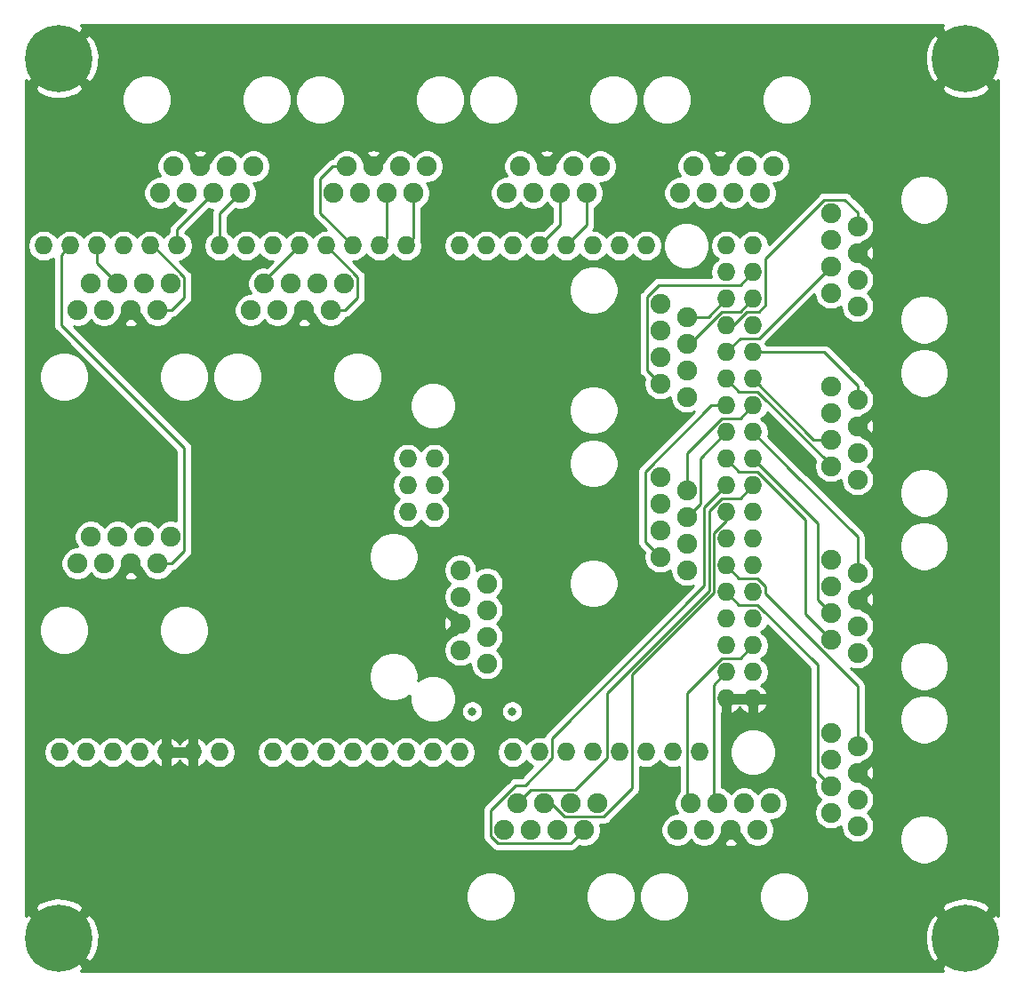
<source format=gbr>
%TF.GenerationSoftware,KiCad,Pcbnew,5.1.6*%
%TF.CreationDate,2020-08-05T20:54:26-07:00*%
%TF.ProjectId,shield,73686965-6c64-42e6-9b69-6361645f7063,rev?*%
%TF.SameCoordinates,Original*%
%TF.FileFunction,Copper,L1,Top*%
%TF.FilePolarity,Positive*%
%FSLAX46Y46*%
G04 Gerber Fmt 4.6, Leading zero omitted, Abs format (unit mm)*
G04 Created by KiCad (PCBNEW 5.1.6) date 2020-08-05 20:54:26*
%MOMM*%
%LPD*%
G01*
G04 APERTURE LIST*
%TA.AperFunction,ComponentPad*%
%ADD10C,1.900000*%
%TD*%
%TA.AperFunction,ComponentPad*%
%ADD11C,0.800000*%
%TD*%
%TA.AperFunction,ComponentPad*%
%ADD12C,6.400000*%
%TD*%
%TA.AperFunction,ComponentPad*%
%ADD13O,1.727200X1.727200*%
%TD*%
%TA.AperFunction,ViaPad*%
%ADD14C,0.800000*%
%TD*%
%TA.AperFunction,Conductor*%
%ADD15C,0.250000*%
%TD*%
%TA.AperFunction,Conductor*%
%ADD16C,0.254000*%
%TD*%
G04 APERTURE END LIST*
D10*
%TO.P,J15,8*%
%TO.N,Net-(J15-Pad8)*%
X151260000Y-79245000D03*
%TO.P,J15,7*%
%TO.N,A_5V*%
X151260000Y-81785000D03*
%TO.P,J15,6*%
%TO.N,A_GND*%
X151260000Y-84325000D03*
%TO.P,J15,5*%
%TO.N,Net-(J15-Pad5)*%
X151260000Y-86865000D03*
%TO.P,J15,4*%
%TO.N,Net-(J15-Pad4)*%
X153800000Y-80515000D03*
%TO.P,J15,3*%
%TO.N,Net-(J15-Pad3)*%
X153800000Y-83055000D03*
%TO.P,J15,2*%
%TO.N,Net-(J15-Pad2)*%
X153800000Y-85595000D03*
%TO.P,J15,1*%
%TO.N,Net-(J15-Pad1)*%
X153800000Y-88135000D03*
%TD*%
D11*
%TO.P,H4,1*%
%TO.N,A_GND*%
X201087056Y-112602944D03*
X199390000Y-111900000D03*
X197692944Y-112602944D03*
X196990000Y-114300000D03*
X197692944Y-115997056D03*
X199390000Y-116700000D03*
X201087056Y-115997056D03*
X201790000Y-114300000D03*
D12*
X199390000Y-114300000D03*
%TD*%
D11*
%TO.P,H3,1*%
%TO.N,A_GND*%
X201087056Y-28782944D03*
X199390000Y-28080000D03*
X197692944Y-28782944D03*
X196990000Y-30480000D03*
X197692944Y-32177056D03*
X199390000Y-32880000D03*
X201087056Y-32177056D03*
X201790000Y-30480000D03*
D12*
X199390000Y-30480000D03*
%TD*%
D11*
%TO.P,H2,1*%
%TO.N,A_GND*%
X114727056Y-112602944D03*
X113030000Y-111900000D03*
X111332944Y-112602944D03*
X110630000Y-114300000D03*
X111332944Y-115997056D03*
X113030000Y-116700000D03*
X114727056Y-115997056D03*
X115430000Y-114300000D03*
D12*
X113030000Y-114300000D03*
%TD*%
D11*
%TO.P,H1,1*%
%TO.N,A_GND*%
X114727056Y-28782944D03*
X113030000Y-28080000D03*
X111332944Y-28782944D03*
X110630000Y-30480000D03*
X111332944Y-32177056D03*
X113030000Y-32880000D03*
X114727056Y-32177056D03*
X115430000Y-30480000D03*
D12*
X113030000Y-30480000D03*
%TD*%
D10*
%TO.P,J1,8*%
%TO.N,Net-(J1-Pad8)*%
X148085000Y-40770000D03*
%TO.P,J1,7*%
%TO.N,A_5V*%
X145545000Y-40770000D03*
%TO.P,J1,6*%
%TO.N,A_GND*%
X143005000Y-40770000D03*
%TO.P,J1,5*%
%TO.N,Net-(J1-Pad5)*%
X140465000Y-40770000D03*
%TO.P,J1,4*%
%TO.N,Net-(J1-Pad4)*%
X146815000Y-43310000D03*
%TO.P,J1,3*%
%TO.N,Net-(J1-Pad3)*%
X144275000Y-43310000D03*
%TO.P,J1,2*%
%TO.N,Net-(J1-Pad2)*%
X141735000Y-43310000D03*
%TO.P,J1,1*%
%TO.N,Net-(J1-Pad1)*%
X139195000Y-43310000D03*
%TD*%
%TO.P,J2,8*%
%TO.N,Net-(J2-Pad8)*%
X131315000Y-54480000D03*
%TO.P,J2,7*%
%TO.N,A_5V*%
X133855000Y-54480000D03*
%TO.P,J2,6*%
%TO.N,A_GND*%
X136395000Y-54480000D03*
%TO.P,J2,5*%
%TO.N,Net-(J2-Pad5)*%
X138935000Y-54480000D03*
%TO.P,J2,4*%
%TO.N,Net-(J2-Pad4)*%
X132585000Y-51940000D03*
%TO.P,J2,3*%
%TO.N,Net-(J2-Pad3)*%
X135125000Y-51940000D03*
%TO.P,J2,2*%
%TO.N,Net-(J2-Pad2)*%
X137665000Y-51940000D03*
%TO.P,J2,1*%
%TO.N,Net-(J2-Pad1)*%
X140205000Y-51940000D03*
%TD*%
%TO.P,J3,8*%
%TO.N,Net-(J3-Pad8)*%
X131575000Y-40770000D03*
%TO.P,J3,7*%
%TO.N,A_5V*%
X129035000Y-40770000D03*
%TO.P,J3,6*%
%TO.N,A_GND*%
X126495000Y-40770000D03*
%TO.P,J3,5*%
%TO.N,Net-(J3-Pad5)*%
X123955000Y-40770000D03*
%TO.P,J3,4*%
%TO.N,Net-(J3-Pad4)*%
X130305000Y-43310000D03*
%TO.P,J3,3*%
%TO.N,Net-(J3-Pad3)*%
X127765000Y-43310000D03*
%TO.P,J3,2*%
%TO.N,Net-(J3-Pad2)*%
X125225000Y-43310000D03*
%TO.P,J3,1*%
%TO.N,Net-(J3-Pad1)*%
X122685000Y-43310000D03*
%TD*%
%TO.P,J4,8*%
%TO.N,Net-(J4-Pad8)*%
X114805000Y-54480000D03*
%TO.P,J4,7*%
%TO.N,A_5V*%
X117345000Y-54480000D03*
%TO.P,J4,6*%
%TO.N,A_GND*%
X119885000Y-54480000D03*
%TO.P,J4,5*%
%TO.N,Net-(J4-Pad5)*%
X122425000Y-54480000D03*
%TO.P,J4,4*%
%TO.N,Net-(J4-Pad4)*%
X116075000Y-51940000D03*
%TO.P,J4,3*%
%TO.N,Net-(J4-Pad3)*%
X118615000Y-51940000D03*
%TO.P,J4,2*%
%TO.N,Net-(J4-Pad2)*%
X121155000Y-51940000D03*
%TO.P,J4,1*%
%TO.N,Net-(J4-Pad1)*%
X123695000Y-51940000D03*
%TD*%
%TO.P,J5,8*%
%TO.N,Net-(J5-Pad8)*%
X114805000Y-78610000D03*
%TO.P,J5,7*%
%TO.N,A_5V*%
X117345000Y-78610000D03*
%TO.P,J5,6*%
%TO.N,A_GND*%
X119885000Y-78610000D03*
%TO.P,J5,5*%
%TO.N,Net-(J5-Pad5)*%
X122425000Y-78610000D03*
%TO.P,J5,4*%
%TO.N,Net-(J5-Pad4)*%
X116075000Y-76070000D03*
%TO.P,J5,3*%
%TO.N,Net-(J5-Pad3)*%
X118615000Y-76070000D03*
%TO.P,J5,2*%
%TO.N,Net-(J5-Pad2)*%
X121155000Y-76070000D03*
%TO.P,J5,1*%
%TO.N,Net-(J5-Pad1)*%
X123695000Y-76070000D03*
%TD*%
%TO.P,J6,8*%
%TO.N,Net-(J6-Pad8)*%
X170310000Y-53845000D03*
%TO.P,J6,7*%
%TO.N,A_5V*%
X170310000Y-56385000D03*
%TO.P,J6,6*%
%TO.N,A_GND*%
X170310000Y-58925000D03*
%TO.P,J6,5*%
%TO.N,Net-(J6-Pad5)*%
X170310000Y-61465000D03*
%TO.P,J6,4*%
%TO.N,Net-(J6-Pad4)*%
X172850000Y-55115000D03*
%TO.P,J6,3*%
%TO.N,Net-(J6-Pad3)*%
X172850000Y-57655000D03*
%TO.P,J6,2*%
%TO.N,Net-(J6-Pad2)*%
X172850000Y-60195000D03*
%TO.P,J6,1*%
%TO.N,Net-(J6-Pad1)*%
X172850000Y-62735000D03*
%TD*%
%TO.P,J7,8*%
%TO.N,Net-(J7-Pad8)*%
X189100000Y-54105000D03*
%TO.P,J7,7*%
%TO.N,A_5V*%
X189100000Y-51565000D03*
%TO.P,J7,6*%
%TO.N,A_GND*%
X189100000Y-49025000D03*
%TO.P,J7,5*%
%TO.N,Net-(J7-Pad5)*%
X189100000Y-46485000D03*
%TO.P,J7,4*%
%TO.N,Net-(J7-Pad4)*%
X186560000Y-52835000D03*
%TO.P,J7,3*%
%TO.N,Net-(J7-Pad3)*%
X186560000Y-50295000D03*
%TO.P,J7,2*%
%TO.N,Net-(J7-Pad2)*%
X186560000Y-47755000D03*
%TO.P,J7,1*%
%TO.N,Net-(J7-Pad1)*%
X186560000Y-45215000D03*
%TD*%
%TO.P,J8,8*%
%TO.N,Net-(J8-Pad8)*%
X189100000Y-70615000D03*
%TO.P,J8,7*%
%TO.N,A_5V*%
X189100000Y-68075000D03*
%TO.P,J8,6*%
%TO.N,A_GND*%
X189100000Y-65535000D03*
%TO.P,J8,5*%
%TO.N,Net-(J8-Pad5)*%
X189100000Y-62995000D03*
%TO.P,J8,4*%
%TO.N,Net-(J8-Pad4)*%
X186560000Y-69345000D03*
%TO.P,J8,3*%
%TO.N,Net-(J8-Pad3)*%
X186560000Y-66805000D03*
%TO.P,J8,2*%
%TO.N,Net-(J8-Pad2)*%
X186560000Y-64265000D03*
%TO.P,J8,1*%
%TO.N,Net-(J8-Pad1)*%
X186560000Y-61725000D03*
%TD*%
%TO.P,J9,8*%
%TO.N,Net-(J9-Pad8)*%
X164595000Y-40770000D03*
%TO.P,J9,7*%
%TO.N,A_5V*%
X162055000Y-40770000D03*
%TO.P,J9,6*%
%TO.N,A_GND*%
X159515000Y-40770000D03*
%TO.P,J9,5*%
%TO.N,Net-(J9-Pad5)*%
X156975000Y-40770000D03*
%TO.P,J9,4*%
%TO.N,Net-(J9-Pad4)*%
X163325000Y-43310000D03*
%TO.P,J9,3*%
%TO.N,Net-(J9-Pad3)*%
X160785000Y-43310000D03*
%TO.P,J9,2*%
%TO.N,Net-(J9-Pad2)*%
X158245000Y-43310000D03*
%TO.P,J9,1*%
%TO.N,Net-(J9-Pad1)*%
X155705000Y-43310000D03*
%TD*%
%TO.P,J10,8*%
%TO.N,Net-(J10-Pad8)*%
X170310000Y-70355000D03*
%TO.P,J10,7*%
%TO.N,A_5V*%
X170310000Y-72895000D03*
%TO.P,J10,6*%
%TO.N,A_GND*%
X170310000Y-75435000D03*
%TO.P,J10,5*%
%TO.N,Net-(J10-Pad5)*%
X170310000Y-77975000D03*
%TO.P,J10,4*%
%TO.N,Net-(J10-Pad4)*%
X172850000Y-71625000D03*
%TO.P,J10,3*%
%TO.N,Net-(J10-Pad3)*%
X172850000Y-74165000D03*
%TO.P,J10,2*%
%TO.N,Net-(J10-Pad2)*%
X172850000Y-76705000D03*
%TO.P,J10,1*%
%TO.N,Net-(J10-Pad1)*%
X172850000Y-79245000D03*
%TD*%
%TO.P,J11,8*%
%TO.N,Net-(J11-Pad8)*%
X189100000Y-87125000D03*
%TO.P,J11,7*%
%TO.N,A_5V*%
X189100000Y-84585000D03*
%TO.P,J11,6*%
%TO.N,A_GND*%
X189100000Y-82045000D03*
%TO.P,J11,5*%
%TO.N,Net-(J11-Pad5)*%
X189100000Y-79505000D03*
%TO.P,J11,4*%
%TO.N,Net-(J11-Pad4)*%
X186560000Y-85855000D03*
%TO.P,J11,3*%
%TO.N,Net-(J11-Pad3)*%
X186560000Y-83315000D03*
%TO.P,J11,2*%
%TO.N,Net-(J11-Pad2)*%
X186560000Y-80775000D03*
%TO.P,J11,1*%
%TO.N,Net-(J11-Pad1)*%
X186560000Y-78235000D03*
%TD*%
%TO.P,J12,8*%
%TO.N,Net-(J12-Pad8)*%
X155445000Y-104010000D03*
%TO.P,J12,7*%
%TO.N,A_5V*%
X157985000Y-104010000D03*
%TO.P,J12,6*%
%TO.N,A_GND*%
X160525000Y-104010000D03*
%TO.P,J12,5*%
%TO.N,Net-(J12-Pad5)*%
X163065000Y-104010000D03*
%TO.P,J12,4*%
%TO.N,Net-(J12-Pad4)*%
X156715000Y-101470000D03*
%TO.P,J12,3*%
%TO.N,Net-(J12-Pad3)*%
X159255000Y-101470000D03*
%TO.P,J12,2*%
%TO.N,Net-(J12-Pad2)*%
X161795000Y-101470000D03*
%TO.P,J12,1*%
%TO.N,Net-(J12-Pad1)*%
X164335000Y-101470000D03*
%TD*%
%TO.P,J13,8*%
%TO.N,Net-(J13-Pad8)*%
X181105000Y-40770000D03*
%TO.P,J13,7*%
%TO.N,A_5V*%
X178565000Y-40770000D03*
%TO.P,J13,6*%
%TO.N,A_GND*%
X176025000Y-40770000D03*
%TO.P,J13,5*%
%TO.N,Net-(J13-Pad5)*%
X173485000Y-40770000D03*
%TO.P,J13,4*%
%TO.N,Net-(J13-Pad4)*%
X179835000Y-43310000D03*
%TO.P,J13,3*%
%TO.N,Net-(J13-Pad3)*%
X177295000Y-43310000D03*
%TO.P,J13,2*%
%TO.N,Net-(J13-Pad2)*%
X174755000Y-43310000D03*
%TO.P,J13,1*%
%TO.N,Net-(J13-Pad1)*%
X172215000Y-43310000D03*
%TD*%
%TO.P,J14,8*%
%TO.N,Net-(J14-Pad8)*%
X189100000Y-103635000D03*
%TO.P,J14,7*%
%TO.N,A_5V*%
X189100000Y-101095000D03*
%TO.P,J14,6*%
%TO.N,A_GND*%
X189100000Y-98555000D03*
%TO.P,J14,5*%
%TO.N,Net-(J14-Pad5)*%
X189100000Y-96015000D03*
%TO.P,J14,4*%
%TO.N,Net-(J14-Pad4)*%
X186560000Y-102365000D03*
%TO.P,J14,3*%
%TO.N,Net-(J14-Pad3)*%
X186560000Y-99825000D03*
%TO.P,J14,2*%
%TO.N,Net-(J14-Pad2)*%
X186560000Y-97285000D03*
%TO.P,J14,1*%
%TO.N,Net-(J14-Pad1)*%
X186560000Y-94745000D03*
%TD*%
%TO.P,J16,8*%
%TO.N,Net-(J16-Pad8)*%
X171955000Y-104010000D03*
%TO.P,J16,7*%
%TO.N,A_5V*%
X174495000Y-104010000D03*
%TO.P,J16,6*%
%TO.N,A_GND*%
X177035000Y-104010000D03*
%TO.P,J16,5*%
%TO.N,Net-(J16-Pad5)*%
X179575000Y-104010000D03*
%TO.P,J16,4*%
%TO.N,Net-(J16-Pad4)*%
X173225000Y-101470000D03*
%TO.P,J16,3*%
%TO.N,Net-(J16-Pad3)*%
X175765000Y-101470000D03*
%TO.P,J16,2*%
%TO.N,Net-(J16-Pad2)*%
X178305000Y-101470000D03*
%TO.P,J16,1*%
%TO.N,Net-(J16-Pad1)*%
X180845000Y-101470000D03*
%TD*%
D13*
%TO.P,XA1,RST2*%
%TO.N,Net-(XA1-PadRST2)*%
X146252001Y-73735001D03*
%TO.P,XA1,GND4*%
%TO.N,Net-(XA1-PadGND4)*%
X148792001Y-73735001D03*
%TO.P,XA1,MOSI*%
%TO.N,Net-(XA1-PadMOSI)*%
X148792001Y-71195001D03*
%TO.P,XA1,SCK*%
%TO.N,Net-(XA1-PadSCK)*%
X146252001Y-71195001D03*
%TO.P,XA1,5V2*%
%TO.N,Net-(XA1-Pad5V2)*%
X148792001Y-68655001D03*
%TO.P,XA1,A0*%
%TO.N,Net-(J5-Pad8)*%
X133425001Y-96595001D03*
%TO.P,XA1,VIN*%
%TO.N,Net-(XA1-PadVIN)*%
X128345001Y-96595001D03*
%TO.P,XA1,GND3*%
%TO.N,A_GND*%
X125805001Y-96595001D03*
%TO.P,XA1,GND2*%
X123265001Y-96595001D03*
%TO.P,XA1,5V1*%
%TO.N,A_5V*%
X120725001Y-96595001D03*
%TO.P,XA1,3V3*%
%TO.N,Net-(XA1-Pad3V3)*%
X118185001Y-96595001D03*
%TO.P,XA1,RST1*%
%TO.N,Net-(XA1-PadRST1)*%
X115645001Y-96595001D03*
%TO.P,XA1,IORF*%
%TO.N,Net-(XA1-PadIORF)*%
X113105001Y-96595001D03*
%TO.P,XA1,D21*%
%TO.N,Net-(XA1-PadD21)*%
X168985001Y-48335001D03*
%TO.P,XA1,D20*%
%TO.N,Net-(XA1-PadD20)*%
X166445001Y-48335001D03*
%TO.P,XA1,D19*%
%TO.N,Net-(J9-Pad5)*%
X163905001Y-48335001D03*
%TO.P,XA1,D18*%
%TO.N,Net-(J9-Pad4)*%
X161365001Y-48335001D03*
%TO.P,XA1,D17*%
%TO.N,Net-(J9-Pad3)*%
X158825001Y-48335001D03*
%TO.P,XA1,D16*%
%TO.N,Net-(XA1-PadD16)*%
X156285001Y-48335001D03*
%TO.P,XA1,D15*%
%TO.N,Net-(XA1-PadD15)*%
X153745001Y-48335001D03*
%TO.P,XA1,D14*%
%TO.N,Net-(XA1-PadD14)*%
X151205001Y-48335001D03*
%TO.P,XA1,D0*%
%TO.N,Net-(J1-Pad4)*%
X146125001Y-48335001D03*
%TO.P,XA1,D1*%
%TO.N,Net-(J1-Pad3)*%
X143585001Y-48335001D03*
%TO.P,XA1,D2*%
%TO.N,Net-(J1-Pad5)*%
X141045001Y-48335001D03*
%TO.P,XA1,D3*%
%TO.N,Net-(J2-Pad5)*%
X138505001Y-48335001D03*
%TO.P,XA1,D4*%
%TO.N,Net-(J2-Pad4)*%
X135965001Y-48335001D03*
%TO.P,XA1,D5*%
%TO.N,Net-(J2-Pad3)*%
X133425001Y-48335001D03*
%TO.P,XA1,D6*%
%TO.N,Net-(J3-Pad5)*%
X130885001Y-48335001D03*
%TO.P,XA1,D7*%
%TO.N,Net-(J3-Pad4)*%
X128345001Y-48335001D03*
%TO.P,XA1,D8*%
%TO.N,Net-(J3-Pad3)*%
X124281001Y-48335001D03*
%TO.P,XA1,D9*%
%TO.N,Net-(J4-Pad5)*%
X121741001Y-48335001D03*
%TO.P,XA1,D10*%
%TO.N,Net-(J4-Pad4)*%
X119201001Y-48335001D03*
%TO.P,XA1,D13*%
%TO.N,Net-(J5-Pad4)*%
X111581001Y-48335001D03*
%TO.P,XA1,D12*%
%TO.N,Net-(J5-Pad5)*%
X114121001Y-48335001D03*
%TO.P,XA1,D11*%
%TO.N,Net-(J4-Pad3)*%
X116661001Y-48335001D03*
%TO.P,XA1,A1*%
%TO.N,Net-(J4-Pad8)*%
X135965001Y-96595001D03*
%TO.P,XA1,A2*%
%TO.N,Net-(J3-Pad8)*%
X138505001Y-96595001D03*
%TO.P,XA1,A3*%
%TO.N,Net-(J2-Pad8)*%
X141045001Y-96595001D03*
%TO.P,XA1,A4*%
%TO.N,Net-(J1-Pad8)*%
X143585001Y-96595001D03*
%TO.P,XA1,A5*%
%TO.N,Net-(J15-Pad8)*%
X146125001Y-96595001D03*
%TO.P,XA1,A6*%
%TO.N,Net-(J9-Pad8)*%
X148665001Y-96595001D03*
%TO.P,XA1,A7*%
%TO.N,Net-(J14-Pad8)*%
X151205001Y-96595001D03*
%TO.P,XA1,A8*%
%TO.N,Net-(J6-Pad8)*%
X156285001Y-96595001D03*
%TO.P,XA1,A9*%
%TO.N,Net-(J10-Pad8)*%
X158825001Y-96595001D03*
%TO.P,XA1,A10*%
%TO.N,Net-(J12-Pad8)*%
X161365001Y-96595001D03*
%TO.P,XA1,A11*%
%TO.N,Net-(J16-Pad8)*%
X163905001Y-96595001D03*
%TO.P,XA1,A12*%
%TO.N,Net-(J7-Pad8)*%
X166445001Y-96595001D03*
%TO.P,XA1,A13*%
%TO.N,Net-(J8-Pad8)*%
X168985001Y-96595001D03*
%TO.P,XA1,A14*%
%TO.N,Net-(J11-Pad8)*%
X171525001Y-96595001D03*
%TO.P,XA1,A15*%
%TO.N,Net-(J13-Pad8)*%
X174065001Y-96595001D03*
%TO.P,XA1,5V3*%
%TO.N,A_5V*%
X176605001Y-48335001D03*
%TO.P,XA1,5V4*%
X179145001Y-48335001D03*
%TO.P,XA1,D22*%
%TO.N,Net-(J5-Pad3)*%
X176605001Y-50875001D03*
%TO.P,XA1,D23*%
%TO.N,Net-(J6-Pad5)*%
X179145001Y-50875001D03*
%TO.P,XA1,D24*%
%TO.N,Net-(J6-Pad4)*%
X176605001Y-53415001D03*
%TO.P,XA1,D25*%
%TO.N,Net-(J6-Pad3)*%
X179145001Y-53415001D03*
%TO.P,XA1,D26*%
%TO.N,Net-(J7-Pad5)*%
X176605001Y-55955001D03*
%TO.P,XA1,D27*%
%TO.N,Net-(J7-Pad4)*%
X179145001Y-55955001D03*
%TO.P,XA1,D28*%
%TO.N,Net-(J7-Pad3)*%
X176605001Y-58495001D03*
%TO.P,XA1,D29*%
%TO.N,Net-(J8-Pad5)*%
X179145001Y-58495001D03*
%TO.P,XA1,D30*%
%TO.N,Net-(J8-Pad4)*%
X176605001Y-61035001D03*
%TO.P,XA1,D31*%
%TO.N,Net-(J8-Pad3)*%
X179145001Y-61035001D03*
%TO.P,XA1,D32*%
%TO.N,Net-(J10-Pad5)*%
X176605001Y-63575001D03*
%TO.P,XA1,D33*%
%TO.N,Net-(J10-Pad4)*%
X179145001Y-63575001D03*
%TO.P,XA1,D34*%
%TO.N,Net-(J10-Pad3)*%
X176605001Y-66115001D03*
%TO.P,XA1,D35*%
%TO.N,Net-(J11-Pad5)*%
X179145001Y-66115001D03*
%TO.P,XA1,D36*%
%TO.N,Net-(J11-Pad4)*%
X176605001Y-68655001D03*
%TO.P,XA1,D37*%
%TO.N,Net-(J11-Pad3)*%
X179145001Y-68655001D03*
%TO.P,XA1,D38*%
%TO.N,Net-(J12-Pad5)*%
X176605001Y-71195001D03*
%TO.P,XA1,D39*%
%TO.N,Net-(J12-Pad4)*%
X179145001Y-71195001D03*
%TO.P,XA1,D40*%
%TO.N,Net-(J12-Pad3)*%
X176605001Y-73735001D03*
%TO.P,XA1,D41*%
%TO.N,Net-(J13-Pad5)*%
X179145001Y-73735001D03*
%TO.P,XA1,D42*%
%TO.N,Net-(J13-Pad4)*%
X176605001Y-76275001D03*
%TO.P,XA1,D43*%
%TO.N,Net-(J13-Pad3)*%
X179145001Y-76275001D03*
%TO.P,XA1,D44*%
%TO.N,Net-(J14-Pad5)*%
X176605001Y-78815001D03*
%TO.P,XA1,D45*%
%TO.N,Net-(J14-Pad4)*%
X179145001Y-78815001D03*
%TO.P,XA1,D46*%
%TO.N,Net-(J14-Pad3)*%
X176605001Y-81355001D03*
%TO.P,XA1,D47*%
%TO.N,Net-(J15-Pad5)*%
X179145001Y-81355001D03*
%TO.P,XA1,D48*%
%TO.N,Net-(J15-Pad4)*%
X176605001Y-83895001D03*
%TO.P,XA1,D49*%
%TO.N,Net-(J15-Pad3)*%
X179145001Y-83895001D03*
%TO.P,XA1,D50*%
%TO.N,Net-(J16-Pad5)*%
X176605001Y-86435001D03*
%TO.P,XA1,D51*%
%TO.N,Net-(J16-Pad4)*%
X179145001Y-86435001D03*
%TO.P,XA1,D52*%
%TO.N,Net-(J16-Pad3)*%
X176605001Y-88975001D03*
%TO.P,XA1,D53*%
%TO.N,Net-(XA1-PadD53)*%
X179145001Y-88975001D03*
%TO.P,XA1,GND5*%
%TO.N,A_GND*%
X176605001Y-91515001D03*
%TO.P,XA1,GND6*%
X179145001Y-91515001D03*
%TO.P,XA1,MISO*%
%TO.N,Net-(XA1-PadMISO)*%
X146252001Y-68655001D03*
%TD*%
D14*
%TO.N,A_5V*%
X152400000Y-92710000D03*
X156210000Y-92710000D03*
%TO.N,A_GND*%
X114300000Y-102870000D03*
X114300000Y-104140000D03*
X114300000Y-105410000D03*
X114300000Y-106680000D03*
X115570000Y-102870000D03*
X116840000Y-102870000D03*
X118110000Y-102870000D03*
X118110000Y-104140000D03*
X115570000Y-104140000D03*
X116840000Y-104140000D03*
X115570000Y-105410000D03*
X116840000Y-105410000D03*
X118110000Y-105410000D03*
X118110000Y-106680000D03*
X116840000Y-106680000D03*
X115570000Y-106680000D03*
X114300000Y-69850000D03*
X137160000Y-69850000D03*
X160020000Y-69850000D03*
X114300000Y-43180000D03*
X115570000Y-43180000D03*
X116840000Y-43180000D03*
X116840000Y-41910000D03*
X114300000Y-41910000D03*
X115570000Y-41910000D03*
X116840000Y-40640000D03*
X115570000Y-40640000D03*
X114300000Y-40640000D03*
X114300000Y-39370000D03*
X115570000Y-39370000D03*
X116840000Y-39370000D03*
X118110000Y-39370000D03*
X118110000Y-40640000D03*
X118110000Y-41910000D03*
X118110000Y-43180000D03*
X189230000Y-39370000D03*
X190500000Y-39370000D03*
X193040000Y-39370000D03*
X191770000Y-39370000D03*
X191770000Y-35560000D03*
X193040000Y-35560000D03*
X193040000Y-38100000D03*
X191770000Y-38100000D03*
X191770000Y-36830000D03*
X193040000Y-36830000D03*
X190500000Y-35560000D03*
X189230000Y-35560000D03*
X189230000Y-38100000D03*
X189230000Y-36830000D03*
X190500000Y-36830000D03*
X190500000Y-38100000D03*
%TD*%
D15*
%TO.N,Net-(J1-Pad5)*%
X137919999Y-41971499D02*
X137919999Y-45209999D01*
X137919999Y-45209999D02*
X141045001Y-48335001D01*
X139121498Y-40770000D02*
X137919999Y-41971499D01*
X140465000Y-40770000D02*
X139121498Y-40770000D01*
%TO.N,Net-(J1-Pad4)*%
X146815000Y-47645002D02*
X146125001Y-48335001D01*
X146815000Y-43310000D02*
X146815000Y-47645002D01*
%TO.N,Net-(J1-Pad3)*%
X144275000Y-47645002D02*
X143585001Y-48335001D01*
X144275000Y-43310000D02*
X144275000Y-47645002D01*
%TO.N,Net-(J2-Pad4)*%
X132585000Y-51715002D02*
X132585000Y-51940000D01*
X135965001Y-48335001D02*
X132585000Y-51715002D01*
%TO.N,Net-(J2-Pad5)*%
X140278502Y-54480000D02*
X138935000Y-54480000D01*
X141480001Y-53278501D02*
X140278502Y-54480000D01*
X141480001Y-51310001D02*
X141480001Y-53278501D01*
X138505001Y-48335001D02*
X141480001Y-51310001D01*
%TO.N,Net-(J3-Pad3)*%
X124281001Y-46793999D02*
X127765000Y-43310000D01*
X124281001Y-48335001D02*
X124281001Y-46793999D01*
%TO.N,Net-(J3-Pad4)*%
X128345001Y-45269999D02*
X130305000Y-43310000D01*
X128345001Y-48335001D02*
X128345001Y-45269999D01*
%TO.N,Net-(J4-Pad5)*%
X124970001Y-51327999D02*
X121977003Y-48335001D01*
X124970001Y-53278501D02*
X124970001Y-51327999D01*
X123768502Y-54480000D02*
X124970001Y-53278501D01*
X121977003Y-48335001D02*
X121741001Y-48335001D01*
X122425000Y-54480000D02*
X123768502Y-54480000D01*
%TO.N,Net-(J4-Pad3)*%
X116661001Y-49986001D02*
X118615000Y-51940000D01*
X116661001Y-48335001D02*
X116661001Y-49986001D01*
%TO.N,Net-(J5-Pad5)*%
X114121001Y-48335001D02*
X113257402Y-49198600D01*
X124970001Y-67592599D02*
X113257402Y-55880000D01*
X124970001Y-77408501D02*
X124970001Y-67592599D01*
X123768502Y-78610000D02*
X124970001Y-77408501D01*
X122425000Y-78610000D02*
X123768502Y-78610000D01*
X113257402Y-49198600D02*
X113257402Y-55880000D01*
%TO.N,Net-(J6-Pad5)*%
X169034999Y-53232999D02*
X170204396Y-52063602D01*
X177956400Y-52063602D02*
X179145001Y-50875001D01*
X170204396Y-52063602D02*
X177956400Y-52063602D01*
X169034999Y-60189999D02*
X169034999Y-53232999D01*
X170310000Y-61465000D02*
X169034999Y-60189999D01*
%TO.N,Net-(J6-Pad4)*%
X174905002Y-55115000D02*
X176605001Y-53415001D01*
X172850000Y-55115000D02*
X174905002Y-55115000D01*
%TO.N,Net-(J6-Pad3)*%
X176197270Y-54603602D02*
X177956400Y-54603602D01*
X177956400Y-54603602D02*
X179145001Y-53415001D01*
X173145872Y-57655000D02*
X176197270Y-54603602D01*
X172850000Y-57655000D02*
X173145872Y-57655000D01*
%TO.N,Net-(J7-Pad3)*%
X177956400Y-57143602D02*
X176605001Y-58495001D01*
X179711398Y-57143602D02*
X177956400Y-57143602D01*
X186560000Y-50295000D02*
X179711398Y-57143602D01*
%TO.N,Net-(J7-Pad5)*%
X179709132Y-54610000D02*
X178586412Y-54610000D01*
X178586412Y-54610000D02*
X177241411Y-55955001D01*
X180333602Y-49554396D02*
X180333602Y-53985530D01*
X185947999Y-43939999D02*
X180333602Y-49554396D01*
X187898501Y-43939999D02*
X185947999Y-43939999D01*
X180333602Y-53985530D02*
X179709132Y-54610000D01*
X189100000Y-45141498D02*
X187898501Y-43939999D01*
X177241411Y-55955001D02*
X176605001Y-55955001D01*
X189100000Y-46485000D02*
X189100000Y-45141498D01*
%TO.N,Net-(J8-Pad5)*%
X185943503Y-58495001D02*
X179145001Y-58495001D01*
X189100000Y-61651498D02*
X185943503Y-58495001D01*
X189100000Y-62995000D02*
X189100000Y-61651498D01*
%TO.N,Net-(J8-Pad4)*%
X177793602Y-62223602D02*
X176605001Y-61035001D01*
X179552732Y-62223602D02*
X177793602Y-62223602D01*
X186560000Y-69230870D02*
X179552732Y-62223602D01*
X186560000Y-69345000D02*
X186560000Y-69230870D01*
%TO.N,Net-(J8-Pad3)*%
X184915000Y-66805000D02*
X179145001Y-61035001D01*
X186560000Y-66805000D02*
X184915000Y-66805000D01*
%TO.N,Net-(J9-Pad4)*%
X163325000Y-46375002D02*
X161365001Y-48335001D01*
X163325000Y-43310000D02*
X163325000Y-46375002D01*
%TO.N,Net-(J9-Pad3)*%
X160785000Y-46375002D02*
X158825001Y-48335001D01*
X160785000Y-43310000D02*
X160785000Y-46375002D01*
%TO.N,Net-(J10-Pad3)*%
X174125001Y-68595001D02*
X176605001Y-66115001D01*
X174125001Y-72889999D02*
X174125001Y-68595001D01*
X172850000Y-74165000D02*
X174125001Y-72889999D01*
%TO.N,Net-(J10-Pad4)*%
X176197270Y-64763602D02*
X177956400Y-64763602D01*
X172850000Y-68110872D02*
X176197270Y-64763602D01*
X177956400Y-64763602D02*
X179145001Y-63575001D01*
X172850000Y-71625000D02*
X172850000Y-68110872D01*
%TO.N,Net-(J10-Pad5)*%
X170310000Y-77975000D02*
X168910000Y-76575000D01*
X175202997Y-63575001D02*
X176605001Y-63575001D01*
X168910000Y-69867998D02*
X175202997Y-63575001D01*
X168910000Y-76575000D02*
X168910000Y-69867998D01*
%TO.N,Net-(J11-Pad5)*%
X189100000Y-76070000D02*
X189100000Y-79505000D01*
X179145001Y-66115001D02*
X182880000Y-69850000D01*
X182880000Y-69850000D02*
X189100000Y-76070000D01*
%TO.N,Net-(J11-Pad4)*%
X186560000Y-85855000D02*
X184150000Y-83445000D01*
X177793602Y-69843602D02*
X176605001Y-68655001D01*
X184150000Y-74440870D02*
X179552732Y-69843602D01*
X179552732Y-69843602D02*
X177793602Y-69843602D01*
X184150000Y-83445000D02*
X184150000Y-74440870D01*
%TO.N,Net-(J11-Pad3)*%
X185284999Y-82039999D02*
X185284999Y-74794999D01*
X185284999Y-74794999D02*
X179145001Y-68655001D01*
X186560000Y-83315000D02*
X185284999Y-82039999D01*
%TO.N,Net-(J12-Pad3)*%
X167640000Y-89197282D02*
X175408641Y-81428641D01*
X167640000Y-100052002D02*
X167640000Y-89197282D01*
X175408641Y-75712231D02*
X176605001Y-74515871D01*
X164947001Y-102745001D02*
X167640000Y-100052002D01*
X175408641Y-81428641D02*
X175408641Y-75712231D01*
X163722999Y-102745001D02*
X164947001Y-102745001D01*
X163712997Y-102734999D02*
X163722999Y-102745001D01*
X176605001Y-74515871D02*
X176605001Y-73735001D01*
X162452999Y-102734999D02*
X163712997Y-102734999D01*
X161182999Y-102745001D02*
X162442997Y-102745001D01*
X162442997Y-102745001D02*
X162452999Y-102734999D01*
X159907998Y-101470000D02*
X161182999Y-102745001D01*
X159255000Y-101470000D02*
X159907998Y-101470000D01*
%TO.N,Net-(J12-Pad4)*%
X176197270Y-72383602D02*
X177956400Y-72383602D01*
X177956400Y-72383602D02*
X179145001Y-71195001D01*
X165256400Y-97165530D02*
X165256400Y-90944472D01*
X162226931Y-100194999D02*
X165256400Y-97165530D01*
X157990001Y-100194999D02*
X162226931Y-100194999D01*
X156715000Y-101470000D02*
X157990001Y-100194999D01*
X174958631Y-73622241D02*
X174958631Y-81242241D01*
X174958631Y-81242241D02*
X165256400Y-90944472D01*
X176197270Y-72383602D02*
X174958631Y-73622241D01*
%TO.N,Net-(J12-Pad5)*%
X161789999Y-105285001D02*
X163065000Y-104010000D01*
X156553009Y-99744989D02*
X154169999Y-102127999D01*
X154169999Y-104622001D02*
X154832999Y-105285001D01*
X174508621Y-80761379D02*
X160013602Y-95256398D01*
X174508621Y-73291381D02*
X174508621Y-80761379D01*
X154832999Y-105285001D02*
X161789999Y-105285001D01*
X154169999Y-102127999D02*
X154169999Y-104622001D01*
X176605001Y-71195001D02*
X174508621Y-73291381D01*
X157434143Y-99744989D02*
X160020000Y-97159132D01*
X156553009Y-99744989D02*
X157434143Y-99744989D01*
X160013602Y-96174474D02*
X160013602Y-95256398D01*
X160020000Y-96180872D02*
X160013602Y-96174474D01*
X160020000Y-97159132D02*
X160020000Y-96180872D01*
%TO.N,Net-(J14-Pad3)*%
X177793602Y-82543602D02*
X176605001Y-81355001D01*
X185284999Y-88275869D02*
X179552732Y-82543602D01*
X185284999Y-98549999D02*
X185284999Y-88275869D01*
X179552732Y-82543602D02*
X177793602Y-82543602D01*
X186560000Y-99825000D02*
X185284999Y-98549999D01*
%TO.N,Net-(J14-Pad5)*%
X179552732Y-80003602D02*
X177793602Y-80003602D01*
X180333602Y-80784472D02*
X179552732Y-80003602D01*
X180333602Y-81515604D02*
X180333602Y-80784472D01*
X189100000Y-90282002D02*
X180333602Y-81515604D01*
X177793602Y-80003602D02*
X176605001Y-78815001D01*
X189100000Y-96015000D02*
X189100000Y-90282002D01*
%TO.N,Net-(J16-Pad3)*%
X175416400Y-90163602D02*
X176605001Y-88975001D01*
X175416400Y-101121400D02*
X175416400Y-90163602D01*
X175765000Y-101470000D02*
X175416400Y-101121400D01*
%TO.N,Net-(J16-Pad4)*%
X177956400Y-87623602D02*
X179145001Y-86435001D01*
X176197270Y-87623602D02*
X177956400Y-87623602D01*
X172876400Y-101121400D02*
X172876400Y-90944472D01*
X172876400Y-90944472D02*
X176197270Y-87623602D01*
X173225000Y-101470000D02*
X172876400Y-101121400D01*
%TD*%
D16*
%TO.N,A_GND*%
G36*
X197054476Y-27616974D02*
G01*
X197313313Y-27875811D01*
X197293495Y-27997415D01*
X197692944Y-28396864D01*
X197763655Y-28326153D01*
X198149735Y-28712233D01*
X198079024Y-28782944D01*
X198478473Y-29182393D01*
X198600077Y-29162575D01*
X199390000Y-29952498D01*
X199404142Y-29938356D01*
X199931644Y-30465858D01*
X199917502Y-30480000D01*
X200707425Y-31269923D01*
X200687607Y-31391527D01*
X201087056Y-31790976D01*
X201157767Y-31720265D01*
X201543847Y-32106345D01*
X201473136Y-32177056D01*
X201872585Y-32576505D01*
X201994189Y-32556687D01*
X202253026Y-32815524D01*
X202540001Y-32576242D01*
X202540000Y-112203757D01*
X202253026Y-111964476D01*
X201994189Y-112223313D01*
X201872585Y-112203495D01*
X201473136Y-112602944D01*
X201543847Y-112673655D01*
X201157767Y-113059735D01*
X201087056Y-112989024D01*
X200687607Y-113388473D01*
X200707425Y-113510077D01*
X199917502Y-114300000D01*
X199931644Y-114314142D01*
X199404142Y-114841644D01*
X199390000Y-114827502D01*
X198600077Y-115617425D01*
X198478473Y-115597607D01*
X198079024Y-115997056D01*
X198149735Y-116067767D01*
X197763655Y-116453847D01*
X197692944Y-116383136D01*
X197293495Y-116782585D01*
X197313313Y-116904189D01*
X197054476Y-117163026D01*
X197293757Y-117450000D01*
X115126243Y-117450000D01*
X115365524Y-117163026D01*
X115106687Y-116904189D01*
X115126505Y-116782585D01*
X114727056Y-116383136D01*
X114656345Y-116453847D01*
X114270265Y-116067767D01*
X114340976Y-115997056D01*
X113941527Y-115597607D01*
X113819923Y-115617425D01*
X113030000Y-114827502D01*
X113015858Y-114841644D01*
X112488356Y-114314142D01*
X112502498Y-114300000D01*
X113557502Y-114300000D01*
X114347425Y-115089923D01*
X114327607Y-115211527D01*
X114727056Y-115610976D01*
X114797767Y-115540265D01*
X115183847Y-115926345D01*
X115113136Y-115997056D01*
X115512585Y-116396505D01*
X115634189Y-116376687D01*
X115893026Y-116635524D01*
X116352197Y-116252664D01*
X116669308Y-115567016D01*
X116846562Y-114832676D01*
X116859145Y-114522133D01*
X195542853Y-114522133D01*
X195660111Y-115268407D01*
X195920706Y-115977464D01*
X196067803Y-116252664D01*
X196526974Y-116635524D01*
X196785811Y-116376687D01*
X196907415Y-116396505D01*
X197306864Y-115997056D01*
X197236153Y-115926345D01*
X197622233Y-115540265D01*
X197692944Y-115610976D01*
X198092393Y-115211527D01*
X198072575Y-115089923D01*
X198862498Y-114300000D01*
X198072575Y-113510077D01*
X198092393Y-113388473D01*
X197692944Y-112989024D01*
X197622233Y-113059735D01*
X197236153Y-112673655D01*
X197306864Y-112602944D01*
X196907415Y-112203495D01*
X196785811Y-112223313D01*
X196526974Y-111964476D01*
X196067803Y-112347336D01*
X195750692Y-113032984D01*
X195573438Y-113767324D01*
X195542853Y-114522133D01*
X116859145Y-114522133D01*
X116877147Y-114077867D01*
X116759889Y-113331593D01*
X116499294Y-112622536D01*
X116352197Y-112347336D01*
X115893026Y-111964476D01*
X115634189Y-112223313D01*
X115512585Y-112203495D01*
X115113136Y-112602944D01*
X115183847Y-112673655D01*
X114797767Y-113059735D01*
X114727056Y-112989024D01*
X114327607Y-113388473D01*
X114347425Y-113510077D01*
X113557502Y-114300000D01*
X112502498Y-114300000D01*
X111712575Y-113510077D01*
X111732393Y-113388473D01*
X111332944Y-112989024D01*
X111262233Y-113059735D01*
X110876153Y-112673655D01*
X110946864Y-112602944D01*
X110547415Y-112203495D01*
X110425811Y-112223313D01*
X110166974Y-111964476D01*
X109880000Y-112203757D01*
X109880000Y-111436974D01*
X110694476Y-111436974D01*
X110953313Y-111695811D01*
X110933495Y-111817415D01*
X111332944Y-112216864D01*
X111403655Y-112146153D01*
X111789735Y-112532233D01*
X111719024Y-112602944D01*
X112118473Y-113002393D01*
X112240077Y-112982575D01*
X113030000Y-113772498D01*
X113819923Y-112982575D01*
X113941527Y-113002393D01*
X114340976Y-112602944D01*
X114270265Y-112532233D01*
X114656345Y-112146153D01*
X114727056Y-112216864D01*
X115126505Y-111817415D01*
X115106687Y-111695811D01*
X115365524Y-111436974D01*
X114982664Y-110977803D01*
X114297016Y-110660692D01*
X113562676Y-110483438D01*
X112807867Y-110452853D01*
X112061593Y-110570111D01*
X111352536Y-110830706D01*
X111077336Y-110977803D01*
X110694476Y-111436974D01*
X109880000Y-111436974D01*
X109880000Y-110127560D01*
X151815000Y-110127560D01*
X151815000Y-110592440D01*
X151905694Y-111048387D01*
X152083595Y-111477879D01*
X152341868Y-111864412D01*
X152670588Y-112193132D01*
X153057121Y-112451405D01*
X153486613Y-112629306D01*
X153942560Y-112720000D01*
X154407440Y-112720000D01*
X154863387Y-112629306D01*
X155292879Y-112451405D01*
X155679412Y-112193132D01*
X156008132Y-111864412D01*
X156266405Y-111477879D01*
X156444306Y-111048387D01*
X156535000Y-110592440D01*
X156535000Y-110127560D01*
X163245000Y-110127560D01*
X163245000Y-110592440D01*
X163335694Y-111048387D01*
X163513595Y-111477879D01*
X163771868Y-111864412D01*
X164100588Y-112193132D01*
X164487121Y-112451405D01*
X164916613Y-112629306D01*
X165372560Y-112720000D01*
X165837440Y-112720000D01*
X166293387Y-112629306D01*
X166722879Y-112451405D01*
X167109412Y-112193132D01*
X167438132Y-111864412D01*
X167696405Y-111477879D01*
X167874306Y-111048387D01*
X167965000Y-110592440D01*
X167965000Y-110127560D01*
X168325000Y-110127560D01*
X168325000Y-110592440D01*
X168415694Y-111048387D01*
X168593595Y-111477879D01*
X168851868Y-111864412D01*
X169180588Y-112193132D01*
X169567121Y-112451405D01*
X169996613Y-112629306D01*
X170452560Y-112720000D01*
X170917440Y-112720000D01*
X171373387Y-112629306D01*
X171802879Y-112451405D01*
X172189412Y-112193132D01*
X172518132Y-111864412D01*
X172776405Y-111477879D01*
X172954306Y-111048387D01*
X173045000Y-110592440D01*
X173045000Y-110127560D01*
X179755000Y-110127560D01*
X179755000Y-110592440D01*
X179845694Y-111048387D01*
X180023595Y-111477879D01*
X180281868Y-111864412D01*
X180610588Y-112193132D01*
X180997121Y-112451405D01*
X181426613Y-112629306D01*
X181882560Y-112720000D01*
X182347440Y-112720000D01*
X182803387Y-112629306D01*
X183232879Y-112451405D01*
X183619412Y-112193132D01*
X183948132Y-111864412D01*
X184206405Y-111477879D01*
X184223348Y-111436974D01*
X197054476Y-111436974D01*
X197313313Y-111695811D01*
X197293495Y-111817415D01*
X197692944Y-112216864D01*
X197763655Y-112146153D01*
X198149735Y-112532233D01*
X198079024Y-112602944D01*
X198478473Y-113002393D01*
X198600077Y-112982575D01*
X199390000Y-113772498D01*
X200179923Y-112982575D01*
X200301527Y-113002393D01*
X200700976Y-112602944D01*
X200630265Y-112532233D01*
X201016345Y-112146153D01*
X201087056Y-112216864D01*
X201486505Y-111817415D01*
X201466687Y-111695811D01*
X201725524Y-111436974D01*
X201342664Y-110977803D01*
X200657016Y-110660692D01*
X199922676Y-110483438D01*
X199167867Y-110452853D01*
X198421593Y-110570111D01*
X197712536Y-110830706D01*
X197437336Y-110977803D01*
X197054476Y-111436974D01*
X184223348Y-111436974D01*
X184384306Y-111048387D01*
X184475000Y-110592440D01*
X184475000Y-110127560D01*
X184384306Y-109671613D01*
X184206405Y-109242121D01*
X183948132Y-108855588D01*
X183619412Y-108526868D01*
X183232879Y-108268595D01*
X182803387Y-108090694D01*
X182347440Y-108000000D01*
X181882560Y-108000000D01*
X181426613Y-108090694D01*
X180997121Y-108268595D01*
X180610588Y-108526868D01*
X180281868Y-108855588D01*
X180023595Y-109242121D01*
X179845694Y-109671613D01*
X179755000Y-110127560D01*
X173045000Y-110127560D01*
X172954306Y-109671613D01*
X172776405Y-109242121D01*
X172518132Y-108855588D01*
X172189412Y-108526868D01*
X171802879Y-108268595D01*
X171373387Y-108090694D01*
X170917440Y-108000000D01*
X170452560Y-108000000D01*
X169996613Y-108090694D01*
X169567121Y-108268595D01*
X169180588Y-108526868D01*
X168851868Y-108855588D01*
X168593595Y-109242121D01*
X168415694Y-109671613D01*
X168325000Y-110127560D01*
X167965000Y-110127560D01*
X167874306Y-109671613D01*
X167696405Y-109242121D01*
X167438132Y-108855588D01*
X167109412Y-108526868D01*
X166722879Y-108268595D01*
X166293387Y-108090694D01*
X165837440Y-108000000D01*
X165372560Y-108000000D01*
X164916613Y-108090694D01*
X164487121Y-108268595D01*
X164100588Y-108526868D01*
X163771868Y-108855588D01*
X163513595Y-109242121D01*
X163335694Y-109671613D01*
X163245000Y-110127560D01*
X156535000Y-110127560D01*
X156444306Y-109671613D01*
X156266405Y-109242121D01*
X156008132Y-108855588D01*
X155679412Y-108526868D01*
X155292879Y-108268595D01*
X154863387Y-108090694D01*
X154407440Y-108000000D01*
X153942560Y-108000000D01*
X153486613Y-108090694D01*
X153057121Y-108268595D01*
X152670588Y-108526868D01*
X152341868Y-108855588D01*
X152083595Y-109242121D01*
X151905694Y-109671613D01*
X151815000Y-110127560D01*
X109880000Y-110127560D01*
X109880000Y-102127999D01*
X153406323Y-102127999D01*
X153409999Y-102165322D01*
X153410000Y-104584669D01*
X153406323Y-104622001D01*
X153410000Y-104659334D01*
X153420997Y-104770987D01*
X153421911Y-104773999D01*
X153464453Y-104914247D01*
X153535025Y-105046277D01*
X153606200Y-105133003D01*
X153629999Y-105162002D01*
X153658997Y-105185800D01*
X154269199Y-105796003D01*
X154292998Y-105825002D01*
X154321996Y-105848800D01*
X154408723Y-105919975D01*
X154540752Y-105990547D01*
X154684013Y-106034004D01*
X154832999Y-106048678D01*
X154870332Y-106045001D01*
X161752677Y-106045001D01*
X161789999Y-106048677D01*
X161827321Y-106045001D01*
X161827332Y-106045001D01*
X161938985Y-106034004D01*
X162082246Y-105990547D01*
X162214275Y-105919975D01*
X162330000Y-105825002D01*
X162353803Y-105795998D01*
X162613549Y-105536252D01*
X162908891Y-105595000D01*
X163221109Y-105595000D01*
X163527327Y-105534089D01*
X163815779Y-105414609D01*
X164075379Y-105241150D01*
X164296150Y-105020379D01*
X164469609Y-104760779D01*
X164589089Y-104472327D01*
X164650000Y-104166109D01*
X164650000Y-103853891D01*
X164589089Y-103547673D01*
X164571414Y-103505001D01*
X164909679Y-103505001D01*
X164947001Y-103508677D01*
X164984323Y-103505001D01*
X164984334Y-103505001D01*
X165095987Y-103494004D01*
X165239248Y-103450547D01*
X165371277Y-103379975D01*
X165487002Y-103285002D01*
X165510805Y-103255998D01*
X168151004Y-100615800D01*
X168180001Y-100592003D01*
X168274974Y-100476278D01*
X168345546Y-100344249D01*
X168389003Y-100200988D01*
X168400000Y-100089335D01*
X168400000Y-100089327D01*
X168403676Y-100052002D01*
X168400000Y-100014677D01*
X168400000Y-97974759D01*
X168547876Y-98036011D01*
X168837402Y-98093601D01*
X169132600Y-98093601D01*
X169422126Y-98036011D01*
X169694854Y-97923043D01*
X169940303Y-97759040D01*
X170149040Y-97550303D01*
X170255001Y-97391720D01*
X170360962Y-97550303D01*
X170569699Y-97759040D01*
X170815148Y-97923043D01*
X171087876Y-98036011D01*
X171377402Y-98093601D01*
X171672600Y-98093601D01*
X171962126Y-98036011D01*
X172116400Y-97972108D01*
X172116400Y-100337071D01*
X171993850Y-100459621D01*
X171820391Y-100719221D01*
X171700911Y-101007673D01*
X171640000Y-101313891D01*
X171640000Y-101626109D01*
X171700911Y-101932327D01*
X171820391Y-102220779D01*
X171956847Y-102425000D01*
X171798891Y-102425000D01*
X171492673Y-102485911D01*
X171204221Y-102605391D01*
X170944621Y-102778850D01*
X170723850Y-102999621D01*
X170550391Y-103259221D01*
X170430911Y-103547673D01*
X170370000Y-103853891D01*
X170370000Y-104166109D01*
X170430911Y-104472327D01*
X170550391Y-104760779D01*
X170723850Y-105020379D01*
X170944621Y-105241150D01*
X171204221Y-105414609D01*
X171492673Y-105534089D01*
X171798891Y-105595000D01*
X172111109Y-105595000D01*
X172417327Y-105534089D01*
X172705779Y-105414609D01*
X172965379Y-105241150D01*
X173186150Y-105020379D01*
X173225000Y-104962236D01*
X173263850Y-105020379D01*
X173484621Y-105241150D01*
X173744221Y-105414609D01*
X174032673Y-105534089D01*
X174338891Y-105595000D01*
X174651109Y-105595000D01*
X174957327Y-105534089D01*
X175245779Y-105414609D01*
X175487973Y-105252780D01*
X176319722Y-105252780D01*
X176426651Y-105481906D01*
X176725495Y-105572306D01*
X177036233Y-105602668D01*
X177346924Y-105571824D01*
X177643349Y-105481906D01*
X177750278Y-105252780D01*
X177035000Y-104537502D01*
X176319722Y-105252780D01*
X175487973Y-105252780D01*
X175505379Y-105241150D01*
X175726150Y-105020379D01*
X175899609Y-104760779D01*
X176000646Y-104516852D01*
X176507498Y-104010000D01*
X176493356Y-103995858D01*
X177020858Y-103468356D01*
X177035000Y-103482498D01*
X177049142Y-103468356D01*
X177576644Y-103995858D01*
X177562502Y-104010000D01*
X178069354Y-104516852D01*
X178170391Y-104760779D01*
X178343850Y-105020379D01*
X178564621Y-105241150D01*
X178824221Y-105414609D01*
X179112673Y-105534089D01*
X179418891Y-105595000D01*
X179731109Y-105595000D01*
X180037327Y-105534089D01*
X180325779Y-105414609D01*
X180585379Y-105241150D01*
X180806150Y-105020379D01*
X180979609Y-104760779D01*
X181099089Y-104472327D01*
X181160000Y-104166109D01*
X181160000Y-103853891D01*
X181099089Y-103547673D01*
X180979609Y-103259221D01*
X180843153Y-103055000D01*
X181001109Y-103055000D01*
X181307327Y-102994089D01*
X181595779Y-102874609D01*
X181855379Y-102701150D01*
X182076150Y-102480379D01*
X182249609Y-102220779D01*
X182369089Y-101932327D01*
X182430000Y-101626109D01*
X182430000Y-101313891D01*
X182369089Y-101007673D01*
X182249609Y-100719221D01*
X182076150Y-100459621D01*
X181855379Y-100238850D01*
X181595779Y-100065391D01*
X181307327Y-99945911D01*
X181001109Y-99885000D01*
X180688891Y-99885000D01*
X180382673Y-99945911D01*
X180094221Y-100065391D01*
X179834621Y-100238850D01*
X179613850Y-100459621D01*
X179575000Y-100517764D01*
X179536150Y-100459621D01*
X179315379Y-100238850D01*
X179055779Y-100065391D01*
X178767327Y-99945911D01*
X178461109Y-99885000D01*
X178148891Y-99885000D01*
X177842673Y-99945911D01*
X177554221Y-100065391D01*
X177294621Y-100238850D01*
X177073850Y-100459621D01*
X177035000Y-100517764D01*
X176996150Y-100459621D01*
X176775379Y-100238850D01*
X176515779Y-100065391D01*
X176227327Y-99945911D01*
X176176400Y-99935781D01*
X176176400Y-96374873D01*
X176910001Y-96374873D01*
X176910001Y-96815129D01*
X176995891Y-97246926D01*
X177164370Y-97653670D01*
X177408963Y-98019730D01*
X177720272Y-98331039D01*
X178086332Y-98575632D01*
X178493076Y-98744111D01*
X178924873Y-98830001D01*
X179365129Y-98830001D01*
X179796926Y-98744111D01*
X180203670Y-98575632D01*
X180569730Y-98331039D01*
X180881039Y-98019730D01*
X181125632Y-97653670D01*
X181294111Y-97246926D01*
X181380001Y-96815129D01*
X181380001Y-96374873D01*
X181294111Y-95943076D01*
X181125632Y-95536332D01*
X180881039Y-95170272D01*
X180569730Y-94858963D01*
X180203670Y-94614370D01*
X179796926Y-94445891D01*
X179365129Y-94360001D01*
X178924873Y-94360001D01*
X178493076Y-94445891D01*
X178086332Y-94614370D01*
X177720272Y-94858963D01*
X177408963Y-95170272D01*
X177164370Y-95536332D01*
X176995891Y-95943076D01*
X176910001Y-96374873D01*
X176176400Y-96374873D01*
X176176400Y-92828331D01*
X176232001Y-92807704D01*
X176232001Y-91888001D01*
X176978001Y-91888001D01*
X176978001Y-92807704D01*
X177200466Y-92890234D01*
X177457319Y-92747640D01*
X177681418Y-92557676D01*
X177864151Y-92327643D01*
X177875001Y-92307341D01*
X177885851Y-92327643D01*
X178068584Y-92557676D01*
X178292683Y-92747640D01*
X178549536Y-92890234D01*
X178772001Y-92807704D01*
X178772001Y-91888001D01*
X179518001Y-91888001D01*
X179518001Y-92807704D01*
X179740466Y-92890234D01*
X179997319Y-92747640D01*
X180221418Y-92557676D01*
X180404151Y-92327643D01*
X180520219Y-92110464D01*
X180431884Y-91888001D01*
X179518001Y-91888001D01*
X178772001Y-91888001D01*
X176978001Y-91888001D01*
X176232001Y-91888001D01*
X176212001Y-91888001D01*
X176212001Y-91142001D01*
X176232001Y-91142001D01*
X176232001Y-91122001D01*
X176978001Y-91122001D01*
X176978001Y-91142001D01*
X178772001Y-91142001D01*
X178772001Y-91122001D01*
X179518001Y-91122001D01*
X179518001Y-91142001D01*
X180431884Y-91142001D01*
X180520219Y-90919538D01*
X180404151Y-90702359D01*
X180221418Y-90472326D01*
X179997319Y-90282362D01*
X179936411Y-90248549D01*
X180100303Y-90139040D01*
X180309040Y-89930303D01*
X180473043Y-89684854D01*
X180586011Y-89412126D01*
X180643601Y-89122600D01*
X180643601Y-88827402D01*
X180586011Y-88537876D01*
X180473043Y-88265148D01*
X180309040Y-88019699D01*
X180100303Y-87810962D01*
X179941720Y-87705001D01*
X180100303Y-87599040D01*
X180309040Y-87390303D01*
X180473043Y-87144854D01*
X180586011Y-86872126D01*
X180643601Y-86582600D01*
X180643601Y-86287402D01*
X180586011Y-85997876D01*
X180473043Y-85725148D01*
X180309040Y-85479699D01*
X180100303Y-85270962D01*
X179941720Y-85165001D01*
X180100303Y-85059040D01*
X180309040Y-84850303D01*
X180473043Y-84604854D01*
X180492415Y-84558086D01*
X184525000Y-88590672D01*
X184524999Y-98512677D01*
X184521323Y-98549999D01*
X184524999Y-98587321D01*
X184524999Y-98587331D01*
X184535996Y-98698984D01*
X184575739Y-98830001D01*
X184579453Y-98842245D01*
X184650025Y-98974275D01*
X184658818Y-98984989D01*
X184744998Y-99090000D01*
X184774002Y-99113803D01*
X185033748Y-99373549D01*
X184975000Y-99668891D01*
X184975000Y-99981109D01*
X185035911Y-100287327D01*
X185155391Y-100575779D01*
X185328850Y-100835379D01*
X185549621Y-101056150D01*
X185607764Y-101095000D01*
X185549621Y-101133850D01*
X185328850Y-101354621D01*
X185155391Y-101614221D01*
X185035911Y-101902673D01*
X184975000Y-102208891D01*
X184975000Y-102521109D01*
X185035911Y-102827327D01*
X185155391Y-103115779D01*
X185328850Y-103375379D01*
X185549621Y-103596150D01*
X185809221Y-103769609D01*
X186097673Y-103889089D01*
X186403891Y-103950000D01*
X186716109Y-103950000D01*
X187022327Y-103889089D01*
X187310779Y-103769609D01*
X187515000Y-103633153D01*
X187515000Y-103791109D01*
X187575911Y-104097327D01*
X187695391Y-104385779D01*
X187868850Y-104645379D01*
X188089621Y-104866150D01*
X188349221Y-105039609D01*
X188637673Y-105159089D01*
X188943891Y-105220000D01*
X189256109Y-105220000D01*
X189562327Y-105159089D01*
X189850779Y-105039609D01*
X190110379Y-104866150D01*
X190303969Y-104672560D01*
X193090000Y-104672560D01*
X193090000Y-105137440D01*
X193180694Y-105593387D01*
X193358595Y-106022879D01*
X193616868Y-106409412D01*
X193945588Y-106738132D01*
X194332121Y-106996405D01*
X194761613Y-107174306D01*
X195217560Y-107265000D01*
X195682440Y-107265000D01*
X196138387Y-107174306D01*
X196567879Y-106996405D01*
X196954412Y-106738132D01*
X197283132Y-106409412D01*
X197541405Y-106022879D01*
X197719306Y-105593387D01*
X197810000Y-105137440D01*
X197810000Y-104672560D01*
X197719306Y-104216613D01*
X197541405Y-103787121D01*
X197283132Y-103400588D01*
X196954412Y-103071868D01*
X196567879Y-102813595D01*
X196138387Y-102635694D01*
X195682440Y-102545000D01*
X195217560Y-102545000D01*
X194761613Y-102635694D01*
X194332121Y-102813595D01*
X193945588Y-103071868D01*
X193616868Y-103400588D01*
X193358595Y-103787121D01*
X193180694Y-104216613D01*
X193090000Y-104672560D01*
X190303969Y-104672560D01*
X190331150Y-104645379D01*
X190504609Y-104385779D01*
X190624089Y-104097327D01*
X190685000Y-103791109D01*
X190685000Y-103478891D01*
X190624089Y-103172673D01*
X190504609Y-102884221D01*
X190331150Y-102624621D01*
X190110379Y-102403850D01*
X190052236Y-102365000D01*
X190110379Y-102326150D01*
X190331150Y-102105379D01*
X190504609Y-101845779D01*
X190624089Y-101557327D01*
X190685000Y-101251109D01*
X190685000Y-100938891D01*
X190624089Y-100632673D01*
X190504609Y-100344221D01*
X190331150Y-100084621D01*
X190110379Y-99863850D01*
X189850779Y-99690391D01*
X189606852Y-99589354D01*
X189100000Y-99082502D01*
X189085858Y-99096644D01*
X188558356Y-98569142D01*
X188572498Y-98555000D01*
X189627502Y-98555000D01*
X190342780Y-99270278D01*
X190571906Y-99163349D01*
X190662306Y-98864505D01*
X190692668Y-98553767D01*
X190661824Y-98243076D01*
X190571906Y-97946651D01*
X190342780Y-97839722D01*
X189627502Y-98555000D01*
X188572498Y-98555000D01*
X188558356Y-98540858D01*
X189085858Y-98013356D01*
X189100000Y-98027498D01*
X189606852Y-97520646D01*
X189850779Y-97419609D01*
X190110379Y-97246150D01*
X190331150Y-97025379D01*
X190504609Y-96765779D01*
X190624089Y-96477327D01*
X190685000Y-96171109D01*
X190685000Y-95858891D01*
X190624089Y-95552673D01*
X190504609Y-95264221D01*
X190331150Y-95004621D01*
X190110379Y-94783850D01*
X189860000Y-94616552D01*
X189860000Y-93242560D01*
X193090000Y-93242560D01*
X193090000Y-93707440D01*
X193180694Y-94163387D01*
X193358595Y-94592879D01*
X193616868Y-94979412D01*
X193945588Y-95308132D01*
X194332121Y-95566405D01*
X194761613Y-95744306D01*
X195217560Y-95835000D01*
X195682440Y-95835000D01*
X196138387Y-95744306D01*
X196567879Y-95566405D01*
X196954412Y-95308132D01*
X197283132Y-94979412D01*
X197541405Y-94592879D01*
X197719306Y-94163387D01*
X197810000Y-93707440D01*
X197810000Y-93242560D01*
X197719306Y-92786613D01*
X197541405Y-92357121D01*
X197283132Y-91970588D01*
X196954412Y-91641868D01*
X196567879Y-91383595D01*
X196138387Y-91205694D01*
X195682440Y-91115000D01*
X195217560Y-91115000D01*
X194761613Y-91205694D01*
X194332121Y-91383595D01*
X193945588Y-91641868D01*
X193616868Y-91970588D01*
X193358595Y-92357121D01*
X193180694Y-92786613D01*
X193090000Y-93242560D01*
X189860000Y-93242560D01*
X189860000Y-90319325D01*
X189863676Y-90282002D01*
X189860000Y-90244679D01*
X189860000Y-90244669D01*
X189849003Y-90133016D01*
X189805546Y-89989755D01*
X189734974Y-89857725D01*
X189663799Y-89770999D01*
X189640001Y-89742001D01*
X189611003Y-89718203D01*
X188474160Y-88581360D01*
X188637673Y-88649089D01*
X188943891Y-88710000D01*
X189256109Y-88710000D01*
X189562327Y-88649089D01*
X189850779Y-88529609D01*
X190110379Y-88356150D01*
X190303969Y-88162560D01*
X193090000Y-88162560D01*
X193090000Y-88627440D01*
X193180694Y-89083387D01*
X193358595Y-89512879D01*
X193616868Y-89899412D01*
X193945588Y-90228132D01*
X194332121Y-90486405D01*
X194761613Y-90664306D01*
X195217560Y-90755000D01*
X195682440Y-90755000D01*
X196138387Y-90664306D01*
X196567879Y-90486405D01*
X196954412Y-90228132D01*
X197283132Y-89899412D01*
X197541405Y-89512879D01*
X197719306Y-89083387D01*
X197810000Y-88627440D01*
X197810000Y-88162560D01*
X197719306Y-87706613D01*
X197541405Y-87277121D01*
X197283132Y-86890588D01*
X196954412Y-86561868D01*
X196567879Y-86303595D01*
X196138387Y-86125694D01*
X195682440Y-86035000D01*
X195217560Y-86035000D01*
X194761613Y-86125694D01*
X194332121Y-86303595D01*
X193945588Y-86561868D01*
X193616868Y-86890588D01*
X193358595Y-87277121D01*
X193180694Y-87706613D01*
X193090000Y-88162560D01*
X190303969Y-88162560D01*
X190331150Y-88135379D01*
X190504609Y-87875779D01*
X190624089Y-87587327D01*
X190685000Y-87281109D01*
X190685000Y-86968891D01*
X190624089Y-86662673D01*
X190504609Y-86374221D01*
X190331150Y-86114621D01*
X190110379Y-85893850D01*
X190052236Y-85855000D01*
X190110379Y-85816150D01*
X190331150Y-85595379D01*
X190504609Y-85335779D01*
X190624089Y-85047327D01*
X190685000Y-84741109D01*
X190685000Y-84428891D01*
X190624089Y-84122673D01*
X190504609Y-83834221D01*
X190331150Y-83574621D01*
X190110379Y-83353850D01*
X189850779Y-83180391D01*
X189606852Y-83079354D01*
X189100000Y-82572502D01*
X189085858Y-82586644D01*
X188558356Y-82059142D01*
X188572498Y-82045000D01*
X189627502Y-82045000D01*
X190342780Y-82760278D01*
X190571906Y-82653349D01*
X190662306Y-82354505D01*
X190692668Y-82043767D01*
X190661824Y-81733076D01*
X190571906Y-81436651D01*
X190342780Y-81329722D01*
X189627502Y-82045000D01*
X188572498Y-82045000D01*
X188558356Y-82030858D01*
X189085858Y-81503356D01*
X189100000Y-81517498D01*
X189606852Y-81010646D01*
X189850779Y-80909609D01*
X190110379Y-80736150D01*
X190331150Y-80515379D01*
X190504609Y-80255779D01*
X190624089Y-79967327D01*
X190685000Y-79661109D01*
X190685000Y-79348891D01*
X190624089Y-79042673D01*
X190504609Y-78754221D01*
X190331150Y-78494621D01*
X190110379Y-78273850D01*
X189860000Y-78106552D01*
X189860000Y-76732560D01*
X193090000Y-76732560D01*
X193090000Y-77197440D01*
X193180694Y-77653387D01*
X193358595Y-78082879D01*
X193616868Y-78469412D01*
X193945588Y-78798132D01*
X194332121Y-79056405D01*
X194761613Y-79234306D01*
X195217560Y-79325000D01*
X195682440Y-79325000D01*
X196138387Y-79234306D01*
X196567879Y-79056405D01*
X196954412Y-78798132D01*
X197283132Y-78469412D01*
X197541405Y-78082879D01*
X197719306Y-77653387D01*
X197810000Y-77197440D01*
X197810000Y-76732560D01*
X197719306Y-76276613D01*
X197541405Y-75847121D01*
X197283132Y-75460588D01*
X196954412Y-75131868D01*
X196567879Y-74873595D01*
X196138387Y-74695694D01*
X195682440Y-74605000D01*
X195217560Y-74605000D01*
X194761613Y-74695694D01*
X194332121Y-74873595D01*
X193945588Y-75131868D01*
X193616868Y-75460588D01*
X193358595Y-75847121D01*
X193180694Y-76276613D01*
X193090000Y-76732560D01*
X189860000Y-76732560D01*
X189860000Y-76107322D01*
X189863676Y-76069999D01*
X189860000Y-76032676D01*
X189860000Y-76032667D01*
X189849003Y-75921014D01*
X189805546Y-75777753D01*
X189734974Y-75645724D01*
X189640001Y-75529999D01*
X189611004Y-75506202D01*
X183443804Y-69339003D01*
X183443799Y-69338997D01*
X180597777Y-66492975D01*
X180643601Y-66262600D01*
X180643601Y-65967402D01*
X180586011Y-65677876D01*
X180473043Y-65405148D01*
X180309040Y-65159699D01*
X180100303Y-64950962D01*
X179941720Y-64845001D01*
X180100303Y-64739040D01*
X180309040Y-64530303D01*
X180473043Y-64284854D01*
X180492415Y-64238086D01*
X185065519Y-68811192D01*
X185035911Y-68882673D01*
X184975000Y-69188891D01*
X184975000Y-69501109D01*
X185035911Y-69807327D01*
X185155391Y-70095779D01*
X185328850Y-70355379D01*
X185549621Y-70576150D01*
X185809221Y-70749609D01*
X186097673Y-70869089D01*
X186403891Y-70930000D01*
X186716109Y-70930000D01*
X187022327Y-70869089D01*
X187310779Y-70749609D01*
X187515000Y-70613153D01*
X187515000Y-70771109D01*
X187575911Y-71077327D01*
X187695391Y-71365779D01*
X187868850Y-71625379D01*
X188089621Y-71846150D01*
X188349221Y-72019609D01*
X188637673Y-72139089D01*
X188943891Y-72200000D01*
X189256109Y-72200000D01*
X189562327Y-72139089D01*
X189850779Y-72019609D01*
X190110379Y-71846150D01*
X190303969Y-71652560D01*
X193090000Y-71652560D01*
X193090000Y-72117440D01*
X193180694Y-72573387D01*
X193358595Y-73002879D01*
X193616868Y-73389412D01*
X193945588Y-73718132D01*
X194332121Y-73976405D01*
X194761613Y-74154306D01*
X195217560Y-74245000D01*
X195682440Y-74245000D01*
X196138387Y-74154306D01*
X196567879Y-73976405D01*
X196954412Y-73718132D01*
X197283132Y-73389412D01*
X197541405Y-73002879D01*
X197719306Y-72573387D01*
X197810000Y-72117440D01*
X197810000Y-71652560D01*
X197719306Y-71196613D01*
X197541405Y-70767121D01*
X197283132Y-70380588D01*
X196954412Y-70051868D01*
X196567879Y-69793595D01*
X196138387Y-69615694D01*
X195682440Y-69525000D01*
X195217560Y-69525000D01*
X194761613Y-69615694D01*
X194332121Y-69793595D01*
X193945588Y-70051868D01*
X193616868Y-70380588D01*
X193358595Y-70767121D01*
X193180694Y-71196613D01*
X193090000Y-71652560D01*
X190303969Y-71652560D01*
X190331150Y-71625379D01*
X190504609Y-71365779D01*
X190624089Y-71077327D01*
X190685000Y-70771109D01*
X190685000Y-70458891D01*
X190624089Y-70152673D01*
X190504609Y-69864221D01*
X190331150Y-69604621D01*
X190110379Y-69383850D01*
X190052236Y-69345000D01*
X190110379Y-69306150D01*
X190331150Y-69085379D01*
X190504609Y-68825779D01*
X190624089Y-68537327D01*
X190685000Y-68231109D01*
X190685000Y-67918891D01*
X190624089Y-67612673D01*
X190504609Y-67324221D01*
X190331150Y-67064621D01*
X190110379Y-66843850D01*
X189850779Y-66670391D01*
X189606852Y-66569354D01*
X189100000Y-66062502D01*
X189085858Y-66076644D01*
X188558356Y-65549142D01*
X188572498Y-65535000D01*
X189627502Y-65535000D01*
X190342780Y-66250278D01*
X190571906Y-66143349D01*
X190662306Y-65844505D01*
X190692668Y-65533767D01*
X190661824Y-65223076D01*
X190571906Y-64926651D01*
X190342780Y-64819722D01*
X189627502Y-65535000D01*
X188572498Y-65535000D01*
X188558356Y-65520858D01*
X189085858Y-64993356D01*
X189100000Y-65007498D01*
X189606852Y-64500646D01*
X189850779Y-64399609D01*
X190110379Y-64226150D01*
X190331150Y-64005379D01*
X190504609Y-63745779D01*
X190624089Y-63457327D01*
X190685000Y-63151109D01*
X190685000Y-62838891D01*
X190624089Y-62532673D01*
X190504609Y-62244221D01*
X190331150Y-61984621D01*
X190110379Y-61763850D01*
X189858143Y-61595312D01*
X189849003Y-61502512D01*
X189805546Y-61359251D01*
X189734974Y-61227222D01*
X189640001Y-61111497D01*
X189611003Y-61087699D01*
X188745864Y-60222560D01*
X193090000Y-60222560D01*
X193090000Y-60687440D01*
X193180694Y-61143387D01*
X193358595Y-61572879D01*
X193616868Y-61959412D01*
X193945588Y-62288132D01*
X194332121Y-62546405D01*
X194761613Y-62724306D01*
X195217560Y-62815000D01*
X195682440Y-62815000D01*
X196138387Y-62724306D01*
X196567879Y-62546405D01*
X196954412Y-62288132D01*
X197283132Y-61959412D01*
X197541405Y-61572879D01*
X197719306Y-61143387D01*
X197810000Y-60687440D01*
X197810000Y-60222560D01*
X197719306Y-59766613D01*
X197541405Y-59337121D01*
X197283132Y-58950588D01*
X196954412Y-58621868D01*
X196567879Y-58363595D01*
X196138387Y-58185694D01*
X195682440Y-58095000D01*
X195217560Y-58095000D01*
X194761613Y-58185694D01*
X194332121Y-58363595D01*
X193945588Y-58621868D01*
X193616868Y-58950588D01*
X193358595Y-59337121D01*
X193180694Y-59766613D01*
X193090000Y-60222560D01*
X188745864Y-60222560D01*
X186507307Y-57984004D01*
X186483504Y-57955000D01*
X186367779Y-57860027D01*
X186235750Y-57789455D01*
X186092489Y-57745998D01*
X185980836Y-57735001D01*
X185980825Y-57735001D01*
X185943503Y-57731325D01*
X185906181Y-57735001D01*
X180439536Y-57735001D01*
X180341509Y-57588292D01*
X184975000Y-52954802D01*
X184975000Y-52991109D01*
X185035911Y-53297327D01*
X185155391Y-53585779D01*
X185328850Y-53845379D01*
X185549621Y-54066150D01*
X185809221Y-54239609D01*
X186097673Y-54359089D01*
X186403891Y-54420000D01*
X186716109Y-54420000D01*
X187022327Y-54359089D01*
X187310779Y-54239609D01*
X187515000Y-54103153D01*
X187515000Y-54261109D01*
X187575911Y-54567327D01*
X187695391Y-54855779D01*
X187868850Y-55115379D01*
X188089621Y-55336150D01*
X188349221Y-55509609D01*
X188637673Y-55629089D01*
X188943891Y-55690000D01*
X189256109Y-55690000D01*
X189562327Y-55629089D01*
X189850779Y-55509609D01*
X190110379Y-55336150D01*
X190303969Y-55142560D01*
X193090000Y-55142560D01*
X193090000Y-55607440D01*
X193180694Y-56063387D01*
X193358595Y-56492879D01*
X193616868Y-56879412D01*
X193945588Y-57208132D01*
X194332121Y-57466405D01*
X194761613Y-57644306D01*
X195217560Y-57735000D01*
X195682440Y-57735000D01*
X196138387Y-57644306D01*
X196567879Y-57466405D01*
X196954412Y-57208132D01*
X197283132Y-56879412D01*
X197541405Y-56492879D01*
X197719306Y-56063387D01*
X197810000Y-55607440D01*
X197810000Y-55142560D01*
X197719306Y-54686613D01*
X197541405Y-54257121D01*
X197283132Y-53870588D01*
X196954412Y-53541868D01*
X196567879Y-53283595D01*
X196138387Y-53105694D01*
X195682440Y-53015000D01*
X195217560Y-53015000D01*
X194761613Y-53105694D01*
X194332121Y-53283595D01*
X193945588Y-53541868D01*
X193616868Y-53870588D01*
X193358595Y-54257121D01*
X193180694Y-54686613D01*
X193090000Y-55142560D01*
X190303969Y-55142560D01*
X190331150Y-55115379D01*
X190504609Y-54855779D01*
X190624089Y-54567327D01*
X190685000Y-54261109D01*
X190685000Y-53948891D01*
X190624089Y-53642673D01*
X190504609Y-53354221D01*
X190331150Y-53094621D01*
X190110379Y-52873850D01*
X190052236Y-52835000D01*
X190110379Y-52796150D01*
X190331150Y-52575379D01*
X190504609Y-52315779D01*
X190624089Y-52027327D01*
X190685000Y-51721109D01*
X190685000Y-51408891D01*
X190624089Y-51102673D01*
X190504609Y-50814221D01*
X190331150Y-50554621D01*
X190110379Y-50333850D01*
X189850779Y-50160391D01*
X189606852Y-50059354D01*
X189100000Y-49552502D01*
X189085858Y-49566644D01*
X188558356Y-49039142D01*
X188572498Y-49025000D01*
X189627502Y-49025000D01*
X190342780Y-49740278D01*
X190571906Y-49633349D01*
X190662306Y-49334505D01*
X190692668Y-49023767D01*
X190661824Y-48713076D01*
X190571906Y-48416651D01*
X190342780Y-48309722D01*
X189627502Y-49025000D01*
X188572498Y-49025000D01*
X188558356Y-49010858D01*
X189085858Y-48483356D01*
X189100000Y-48497498D01*
X189606852Y-47990646D01*
X189850779Y-47889609D01*
X190110379Y-47716150D01*
X190331150Y-47495379D01*
X190504609Y-47235779D01*
X190624089Y-46947327D01*
X190685000Y-46641109D01*
X190685000Y-46328891D01*
X190624089Y-46022673D01*
X190504609Y-45734221D01*
X190331150Y-45474621D01*
X190110379Y-45253850D01*
X189858143Y-45085312D01*
X189849003Y-44992512D01*
X189805546Y-44849251D01*
X189734974Y-44717222D01*
X189640001Y-44601497D01*
X189611003Y-44577699D01*
X188745864Y-43712560D01*
X193090000Y-43712560D01*
X193090000Y-44177440D01*
X193180694Y-44633387D01*
X193358595Y-45062879D01*
X193616868Y-45449412D01*
X193945588Y-45778132D01*
X194332121Y-46036405D01*
X194761613Y-46214306D01*
X195217560Y-46305000D01*
X195682440Y-46305000D01*
X196138387Y-46214306D01*
X196567879Y-46036405D01*
X196954412Y-45778132D01*
X197283132Y-45449412D01*
X197541405Y-45062879D01*
X197719306Y-44633387D01*
X197810000Y-44177440D01*
X197810000Y-43712560D01*
X197719306Y-43256613D01*
X197541405Y-42827121D01*
X197283132Y-42440588D01*
X196954412Y-42111868D01*
X196567879Y-41853595D01*
X196138387Y-41675694D01*
X195682440Y-41585000D01*
X195217560Y-41585000D01*
X194761613Y-41675694D01*
X194332121Y-41853595D01*
X193945588Y-42111868D01*
X193616868Y-42440588D01*
X193358595Y-42827121D01*
X193180694Y-43256613D01*
X193090000Y-43712560D01*
X188745864Y-43712560D01*
X188462305Y-43429002D01*
X188438502Y-43399998D01*
X188322777Y-43305025D01*
X188190748Y-43234453D01*
X188047487Y-43190996D01*
X187935834Y-43179999D01*
X187935823Y-43179999D01*
X187898501Y-43176323D01*
X187861179Y-43179999D01*
X185985321Y-43179999D01*
X185947998Y-43176323D01*
X185910675Y-43179999D01*
X185910666Y-43179999D01*
X185799013Y-43190996D01*
X185655752Y-43234453D01*
X185523723Y-43305025D01*
X185523721Y-43305026D01*
X185523722Y-43305026D01*
X185436995Y-43376200D01*
X185436991Y-43376204D01*
X185407998Y-43399998D01*
X185384204Y-43428991D01*
X180640647Y-48172550D01*
X180586011Y-47897876D01*
X180473043Y-47625148D01*
X180309040Y-47379699D01*
X180100303Y-47170962D01*
X179854854Y-47006959D01*
X179582126Y-46893991D01*
X179292600Y-46836401D01*
X178997402Y-46836401D01*
X178707876Y-46893991D01*
X178435148Y-47006959D01*
X178189699Y-47170962D01*
X177980962Y-47379699D01*
X177875001Y-47538282D01*
X177769040Y-47379699D01*
X177560303Y-47170962D01*
X177314854Y-47006959D01*
X177042126Y-46893991D01*
X176752600Y-46836401D01*
X176457402Y-46836401D01*
X176167876Y-46893991D01*
X175895148Y-47006959D01*
X175649699Y-47170962D01*
X175440962Y-47379699D01*
X175276959Y-47625148D01*
X175163991Y-47897876D01*
X175106401Y-48187402D01*
X175106401Y-48482600D01*
X175163991Y-48772126D01*
X175276959Y-49044854D01*
X175440962Y-49290303D01*
X175649699Y-49499040D01*
X175808282Y-49605001D01*
X175649699Y-49710962D01*
X175440962Y-49919699D01*
X175276959Y-50165148D01*
X175163991Y-50437876D01*
X175106401Y-50727402D01*
X175106401Y-51022600D01*
X175162295Y-51303602D01*
X170241718Y-51303602D01*
X170204395Y-51299926D01*
X170167072Y-51303602D01*
X170167063Y-51303602D01*
X170055410Y-51314599D01*
X169912149Y-51358056D01*
X169780119Y-51428628D01*
X169721198Y-51476984D01*
X169664395Y-51523601D01*
X169640597Y-51552599D01*
X168523997Y-52669200D01*
X168494999Y-52692998D01*
X168471201Y-52721996D01*
X168471200Y-52721997D01*
X168400025Y-52808723D01*
X168329453Y-52940753D01*
X168299179Y-53040557D01*
X168288613Y-53075391D01*
X168285997Y-53084014D01*
X168271323Y-53232999D01*
X168275000Y-53270331D01*
X168274999Y-60152676D01*
X168271323Y-60189999D01*
X168274999Y-60227321D01*
X168274999Y-60227331D01*
X168285996Y-60338984D01*
X168326103Y-60471202D01*
X168329453Y-60482245D01*
X168400025Y-60614275D01*
X168435357Y-60657327D01*
X168494998Y-60730000D01*
X168524002Y-60753803D01*
X168783748Y-61013549D01*
X168725000Y-61308891D01*
X168725000Y-61621109D01*
X168785911Y-61927327D01*
X168905391Y-62215779D01*
X169078850Y-62475379D01*
X169299621Y-62696150D01*
X169559221Y-62869609D01*
X169847673Y-62989089D01*
X170153891Y-63050000D01*
X170466109Y-63050000D01*
X170772327Y-62989089D01*
X171060779Y-62869609D01*
X171265000Y-62733153D01*
X171265000Y-62891109D01*
X171325911Y-63197327D01*
X171445391Y-63485779D01*
X171618850Y-63745379D01*
X171839621Y-63966150D01*
X172099221Y-64139609D01*
X172387673Y-64259089D01*
X172693891Y-64320000D01*
X173006109Y-64320000D01*
X173312327Y-64259089D01*
X173537289Y-64165907D01*
X168398998Y-69304199D01*
X168370000Y-69327997D01*
X168346202Y-69356995D01*
X168346201Y-69356996D01*
X168275026Y-69443722D01*
X168204454Y-69575752D01*
X168178899Y-69660000D01*
X168160998Y-69719012D01*
X168153652Y-69793595D01*
X168146324Y-69867998D01*
X168150001Y-69905330D01*
X168150000Y-76537677D01*
X168146324Y-76575000D01*
X168150000Y-76612322D01*
X168150000Y-76612332D01*
X168160997Y-76723985D01*
X168201383Y-76857121D01*
X168204454Y-76867246D01*
X168275026Y-76999276D01*
X168298327Y-77027668D01*
X168369999Y-77115001D01*
X168399003Y-77138804D01*
X168783748Y-77523549D01*
X168725000Y-77818891D01*
X168725000Y-78131109D01*
X168785911Y-78437327D01*
X168905391Y-78725779D01*
X169078850Y-78985379D01*
X169299621Y-79206150D01*
X169559221Y-79379609D01*
X169847673Y-79499089D01*
X170153891Y-79560000D01*
X170466109Y-79560000D01*
X170772327Y-79499089D01*
X171060779Y-79379609D01*
X171265000Y-79243153D01*
X171265000Y-79401109D01*
X171325911Y-79707327D01*
X171445391Y-79995779D01*
X171618850Y-80255379D01*
X171839621Y-80476150D01*
X172099221Y-80649609D01*
X172387673Y-80769089D01*
X172693891Y-80830000D01*
X173006109Y-80830000D01*
X173312327Y-80769089D01*
X173506563Y-80688634D01*
X159502600Y-94692599D01*
X159473602Y-94716397D01*
X159449804Y-94745395D01*
X159449803Y-94745396D01*
X159378628Y-94832122D01*
X159308056Y-94964152D01*
X159264600Y-95107413D01*
X159260053Y-95153579D01*
X158972600Y-95096401D01*
X158677402Y-95096401D01*
X158387876Y-95153991D01*
X158115148Y-95266959D01*
X157869699Y-95430962D01*
X157660962Y-95639699D01*
X157555001Y-95798282D01*
X157449040Y-95639699D01*
X157240303Y-95430962D01*
X156994854Y-95266959D01*
X156722126Y-95153991D01*
X156432600Y-95096401D01*
X156137402Y-95096401D01*
X155847876Y-95153991D01*
X155575148Y-95266959D01*
X155329699Y-95430962D01*
X155120962Y-95639699D01*
X154956959Y-95885148D01*
X154843991Y-96157876D01*
X154786401Y-96447402D01*
X154786401Y-96742600D01*
X154843991Y-97032126D01*
X154956959Y-97304854D01*
X155120962Y-97550303D01*
X155329699Y-97759040D01*
X155575148Y-97923043D01*
X155847876Y-98036011D01*
X156137402Y-98093601D01*
X156432600Y-98093601D01*
X156722126Y-98036011D01*
X156994854Y-97923043D01*
X157240303Y-97759040D01*
X157449040Y-97550303D01*
X157555001Y-97391720D01*
X157660962Y-97550303D01*
X157869699Y-97759040D01*
X158115148Y-97923043D01*
X158161916Y-97942415D01*
X157119342Y-98984989D01*
X156590331Y-98984989D01*
X156553008Y-98981313D01*
X156515685Y-98984989D01*
X156515676Y-98984989D01*
X156404023Y-98995986D01*
X156260762Y-99039443D01*
X156128732Y-99110015D01*
X156063745Y-99163349D01*
X156013008Y-99204988D01*
X155989210Y-99233986D01*
X153659002Y-101564195D01*
X153629998Y-101587998D01*
X153593557Y-101632402D01*
X153535025Y-101703723D01*
X153464454Y-101835752D01*
X153464453Y-101835753D01*
X153420996Y-101979014D01*
X153409999Y-102090667D01*
X153409999Y-102090677D01*
X153406323Y-102127999D01*
X109880000Y-102127999D01*
X109880000Y-96447402D01*
X111606401Y-96447402D01*
X111606401Y-96742600D01*
X111663991Y-97032126D01*
X111776959Y-97304854D01*
X111940962Y-97550303D01*
X112149699Y-97759040D01*
X112395148Y-97923043D01*
X112667876Y-98036011D01*
X112957402Y-98093601D01*
X113252600Y-98093601D01*
X113542126Y-98036011D01*
X113814854Y-97923043D01*
X114060303Y-97759040D01*
X114269040Y-97550303D01*
X114375001Y-97391720D01*
X114480962Y-97550303D01*
X114689699Y-97759040D01*
X114935148Y-97923043D01*
X115207876Y-98036011D01*
X115497402Y-98093601D01*
X115792600Y-98093601D01*
X116082126Y-98036011D01*
X116354854Y-97923043D01*
X116600303Y-97759040D01*
X116809040Y-97550303D01*
X116915001Y-97391720D01*
X117020962Y-97550303D01*
X117229699Y-97759040D01*
X117475148Y-97923043D01*
X117747876Y-98036011D01*
X118037402Y-98093601D01*
X118332600Y-98093601D01*
X118622126Y-98036011D01*
X118894854Y-97923043D01*
X119140303Y-97759040D01*
X119349040Y-97550303D01*
X119455001Y-97391720D01*
X119560962Y-97550303D01*
X119769699Y-97759040D01*
X120015148Y-97923043D01*
X120287876Y-98036011D01*
X120577402Y-98093601D01*
X120872600Y-98093601D01*
X121162126Y-98036011D01*
X121434854Y-97923043D01*
X121680303Y-97759040D01*
X121889040Y-97550303D01*
X121996301Y-97389774D01*
X122005851Y-97407643D01*
X122188584Y-97637676D01*
X122412683Y-97827640D01*
X122669536Y-97970234D01*
X122892001Y-97887704D01*
X122892001Y-96968001D01*
X123638001Y-96968001D01*
X123638001Y-97887704D01*
X123860466Y-97970234D01*
X124117319Y-97827640D01*
X124341418Y-97637676D01*
X124524151Y-97407643D01*
X124535001Y-97387341D01*
X124545851Y-97407643D01*
X124728584Y-97637676D01*
X124952683Y-97827640D01*
X125209536Y-97970234D01*
X125432001Y-97887704D01*
X125432001Y-96968001D01*
X123638001Y-96968001D01*
X122892001Y-96968001D01*
X122872001Y-96968001D01*
X122872001Y-96222001D01*
X122892001Y-96222001D01*
X122892001Y-95302298D01*
X123638001Y-95302298D01*
X123638001Y-96222001D01*
X125432001Y-96222001D01*
X125432001Y-95302298D01*
X126178001Y-95302298D01*
X126178001Y-96222001D01*
X126198001Y-96222001D01*
X126198001Y-96968001D01*
X126178001Y-96968001D01*
X126178001Y-97887704D01*
X126400466Y-97970234D01*
X126657319Y-97827640D01*
X126881418Y-97637676D01*
X127064151Y-97407643D01*
X127073701Y-97389774D01*
X127180962Y-97550303D01*
X127389699Y-97759040D01*
X127635148Y-97923043D01*
X127907876Y-98036011D01*
X128197402Y-98093601D01*
X128492600Y-98093601D01*
X128782126Y-98036011D01*
X129054854Y-97923043D01*
X129300303Y-97759040D01*
X129509040Y-97550303D01*
X129673043Y-97304854D01*
X129786011Y-97032126D01*
X129843601Y-96742600D01*
X129843601Y-96447402D01*
X131926401Y-96447402D01*
X131926401Y-96742600D01*
X131983991Y-97032126D01*
X132096959Y-97304854D01*
X132260962Y-97550303D01*
X132469699Y-97759040D01*
X132715148Y-97923043D01*
X132987876Y-98036011D01*
X133277402Y-98093601D01*
X133572600Y-98093601D01*
X133862126Y-98036011D01*
X134134854Y-97923043D01*
X134380303Y-97759040D01*
X134589040Y-97550303D01*
X134695001Y-97391720D01*
X134800962Y-97550303D01*
X135009699Y-97759040D01*
X135255148Y-97923043D01*
X135527876Y-98036011D01*
X135817402Y-98093601D01*
X136112600Y-98093601D01*
X136402126Y-98036011D01*
X136674854Y-97923043D01*
X136920303Y-97759040D01*
X137129040Y-97550303D01*
X137235001Y-97391720D01*
X137340962Y-97550303D01*
X137549699Y-97759040D01*
X137795148Y-97923043D01*
X138067876Y-98036011D01*
X138357402Y-98093601D01*
X138652600Y-98093601D01*
X138942126Y-98036011D01*
X139214854Y-97923043D01*
X139460303Y-97759040D01*
X139669040Y-97550303D01*
X139775001Y-97391720D01*
X139880962Y-97550303D01*
X140089699Y-97759040D01*
X140335148Y-97923043D01*
X140607876Y-98036011D01*
X140897402Y-98093601D01*
X141192600Y-98093601D01*
X141482126Y-98036011D01*
X141754854Y-97923043D01*
X142000303Y-97759040D01*
X142209040Y-97550303D01*
X142315001Y-97391720D01*
X142420962Y-97550303D01*
X142629699Y-97759040D01*
X142875148Y-97923043D01*
X143147876Y-98036011D01*
X143437402Y-98093601D01*
X143732600Y-98093601D01*
X144022126Y-98036011D01*
X144294854Y-97923043D01*
X144540303Y-97759040D01*
X144749040Y-97550303D01*
X144855001Y-97391720D01*
X144960962Y-97550303D01*
X145169699Y-97759040D01*
X145415148Y-97923043D01*
X145687876Y-98036011D01*
X145977402Y-98093601D01*
X146272600Y-98093601D01*
X146562126Y-98036011D01*
X146834854Y-97923043D01*
X147080303Y-97759040D01*
X147289040Y-97550303D01*
X147395001Y-97391720D01*
X147500962Y-97550303D01*
X147709699Y-97759040D01*
X147955148Y-97923043D01*
X148227876Y-98036011D01*
X148517402Y-98093601D01*
X148812600Y-98093601D01*
X149102126Y-98036011D01*
X149374854Y-97923043D01*
X149620303Y-97759040D01*
X149829040Y-97550303D01*
X149935001Y-97391720D01*
X150040962Y-97550303D01*
X150249699Y-97759040D01*
X150495148Y-97923043D01*
X150767876Y-98036011D01*
X151057402Y-98093601D01*
X151352600Y-98093601D01*
X151642126Y-98036011D01*
X151914854Y-97923043D01*
X152160303Y-97759040D01*
X152369040Y-97550303D01*
X152533043Y-97304854D01*
X152646011Y-97032126D01*
X152703601Y-96742600D01*
X152703601Y-96447402D01*
X152646011Y-96157876D01*
X152533043Y-95885148D01*
X152369040Y-95639699D01*
X152160303Y-95430962D01*
X151914854Y-95266959D01*
X151642126Y-95153991D01*
X151352600Y-95096401D01*
X151057402Y-95096401D01*
X150767876Y-95153991D01*
X150495148Y-95266959D01*
X150249699Y-95430962D01*
X150040962Y-95639699D01*
X149935001Y-95798282D01*
X149829040Y-95639699D01*
X149620303Y-95430962D01*
X149374854Y-95266959D01*
X149102126Y-95153991D01*
X148812600Y-95096401D01*
X148517402Y-95096401D01*
X148227876Y-95153991D01*
X147955148Y-95266959D01*
X147709699Y-95430962D01*
X147500962Y-95639699D01*
X147395001Y-95798282D01*
X147289040Y-95639699D01*
X147080303Y-95430962D01*
X146834854Y-95266959D01*
X146562126Y-95153991D01*
X146272600Y-95096401D01*
X145977402Y-95096401D01*
X145687876Y-95153991D01*
X145415148Y-95266959D01*
X145169699Y-95430962D01*
X144960962Y-95639699D01*
X144855001Y-95798282D01*
X144749040Y-95639699D01*
X144540303Y-95430962D01*
X144294854Y-95266959D01*
X144022126Y-95153991D01*
X143732600Y-95096401D01*
X143437402Y-95096401D01*
X143147876Y-95153991D01*
X142875148Y-95266959D01*
X142629699Y-95430962D01*
X142420962Y-95639699D01*
X142315001Y-95798282D01*
X142209040Y-95639699D01*
X142000303Y-95430962D01*
X141754854Y-95266959D01*
X141482126Y-95153991D01*
X141192600Y-95096401D01*
X140897402Y-95096401D01*
X140607876Y-95153991D01*
X140335148Y-95266959D01*
X140089699Y-95430962D01*
X139880962Y-95639699D01*
X139775001Y-95798282D01*
X139669040Y-95639699D01*
X139460303Y-95430962D01*
X139214854Y-95266959D01*
X138942126Y-95153991D01*
X138652600Y-95096401D01*
X138357402Y-95096401D01*
X138067876Y-95153991D01*
X137795148Y-95266959D01*
X137549699Y-95430962D01*
X137340962Y-95639699D01*
X137235001Y-95798282D01*
X137129040Y-95639699D01*
X136920303Y-95430962D01*
X136674854Y-95266959D01*
X136402126Y-95153991D01*
X136112600Y-95096401D01*
X135817402Y-95096401D01*
X135527876Y-95153991D01*
X135255148Y-95266959D01*
X135009699Y-95430962D01*
X134800962Y-95639699D01*
X134695001Y-95798282D01*
X134589040Y-95639699D01*
X134380303Y-95430962D01*
X134134854Y-95266959D01*
X133862126Y-95153991D01*
X133572600Y-95096401D01*
X133277402Y-95096401D01*
X132987876Y-95153991D01*
X132715148Y-95266959D01*
X132469699Y-95430962D01*
X132260962Y-95639699D01*
X132096959Y-95885148D01*
X131983991Y-96157876D01*
X131926401Y-96447402D01*
X129843601Y-96447402D01*
X129786011Y-96157876D01*
X129673043Y-95885148D01*
X129509040Y-95639699D01*
X129300303Y-95430962D01*
X129054854Y-95266959D01*
X128782126Y-95153991D01*
X128492600Y-95096401D01*
X128197402Y-95096401D01*
X127907876Y-95153991D01*
X127635148Y-95266959D01*
X127389699Y-95430962D01*
X127180962Y-95639699D01*
X127073701Y-95800228D01*
X127064151Y-95782359D01*
X126881418Y-95552326D01*
X126657319Y-95362362D01*
X126400466Y-95219768D01*
X126178001Y-95302298D01*
X125432001Y-95302298D01*
X125209536Y-95219768D01*
X124952683Y-95362362D01*
X124728584Y-95552326D01*
X124545851Y-95782359D01*
X124535001Y-95802661D01*
X124524151Y-95782359D01*
X124341418Y-95552326D01*
X124117319Y-95362362D01*
X123860466Y-95219768D01*
X123638001Y-95302298D01*
X122892001Y-95302298D01*
X122669536Y-95219768D01*
X122412683Y-95362362D01*
X122188584Y-95552326D01*
X122005851Y-95782359D01*
X121996301Y-95800228D01*
X121889040Y-95639699D01*
X121680303Y-95430962D01*
X121434854Y-95266959D01*
X121162126Y-95153991D01*
X120872600Y-95096401D01*
X120577402Y-95096401D01*
X120287876Y-95153991D01*
X120015148Y-95266959D01*
X119769699Y-95430962D01*
X119560962Y-95639699D01*
X119455001Y-95798282D01*
X119349040Y-95639699D01*
X119140303Y-95430962D01*
X118894854Y-95266959D01*
X118622126Y-95153991D01*
X118332600Y-95096401D01*
X118037402Y-95096401D01*
X117747876Y-95153991D01*
X117475148Y-95266959D01*
X117229699Y-95430962D01*
X117020962Y-95639699D01*
X116915001Y-95798282D01*
X116809040Y-95639699D01*
X116600303Y-95430962D01*
X116354854Y-95266959D01*
X116082126Y-95153991D01*
X115792600Y-95096401D01*
X115497402Y-95096401D01*
X115207876Y-95153991D01*
X114935148Y-95266959D01*
X114689699Y-95430962D01*
X114480962Y-95639699D01*
X114375001Y-95798282D01*
X114269040Y-95639699D01*
X114060303Y-95430962D01*
X113814854Y-95266959D01*
X113542126Y-95153991D01*
X113252600Y-95096401D01*
X112957402Y-95096401D01*
X112667876Y-95153991D01*
X112395148Y-95266959D01*
X112149699Y-95430962D01*
X111940962Y-95639699D01*
X111776959Y-95885148D01*
X111663991Y-96157876D01*
X111606401Y-96447402D01*
X109880000Y-96447402D01*
X109880000Y-89172560D01*
X142550000Y-89172560D01*
X142550000Y-89637440D01*
X142640694Y-90093387D01*
X142818595Y-90522879D01*
X143076868Y-90909412D01*
X143405588Y-91238132D01*
X143792121Y-91496405D01*
X144221613Y-91674306D01*
X144677560Y-91765000D01*
X145142440Y-91765000D01*
X145598387Y-91674306D01*
X146027879Y-91496405D01*
X146414412Y-91238132D01*
X146447961Y-91204583D01*
X146430001Y-91294873D01*
X146430001Y-91735129D01*
X146515891Y-92166926D01*
X146684370Y-92573670D01*
X146928963Y-92939730D01*
X147240272Y-93251039D01*
X147606332Y-93495632D01*
X148013076Y-93664111D01*
X148444873Y-93750001D01*
X148885129Y-93750001D01*
X149316926Y-93664111D01*
X149723670Y-93495632D01*
X150089730Y-93251039D01*
X150401039Y-92939730D01*
X150622652Y-92608061D01*
X151365000Y-92608061D01*
X151365000Y-92811939D01*
X151404774Y-93011898D01*
X151482795Y-93200256D01*
X151596063Y-93369774D01*
X151740226Y-93513937D01*
X151909744Y-93627205D01*
X152098102Y-93705226D01*
X152298061Y-93745000D01*
X152501939Y-93745000D01*
X152701898Y-93705226D01*
X152890256Y-93627205D01*
X153059774Y-93513937D01*
X153203937Y-93369774D01*
X153317205Y-93200256D01*
X153395226Y-93011898D01*
X153435000Y-92811939D01*
X153435000Y-92608061D01*
X155175000Y-92608061D01*
X155175000Y-92811939D01*
X155214774Y-93011898D01*
X155292795Y-93200256D01*
X155406063Y-93369774D01*
X155550226Y-93513937D01*
X155719744Y-93627205D01*
X155908102Y-93705226D01*
X156108061Y-93745000D01*
X156311939Y-93745000D01*
X156511898Y-93705226D01*
X156700256Y-93627205D01*
X156869774Y-93513937D01*
X157013937Y-93369774D01*
X157127205Y-93200256D01*
X157205226Y-93011898D01*
X157245000Y-92811939D01*
X157245000Y-92608061D01*
X157205226Y-92408102D01*
X157127205Y-92219744D01*
X157013937Y-92050226D01*
X156869774Y-91906063D01*
X156700256Y-91792795D01*
X156511898Y-91714774D01*
X156311939Y-91675000D01*
X156108061Y-91675000D01*
X155908102Y-91714774D01*
X155719744Y-91792795D01*
X155550226Y-91906063D01*
X155406063Y-92050226D01*
X155292795Y-92219744D01*
X155214774Y-92408102D01*
X155175000Y-92608061D01*
X153435000Y-92608061D01*
X153395226Y-92408102D01*
X153317205Y-92219744D01*
X153203937Y-92050226D01*
X153059774Y-91906063D01*
X152890256Y-91792795D01*
X152701898Y-91714774D01*
X152501939Y-91675000D01*
X152298061Y-91675000D01*
X152098102Y-91714774D01*
X151909744Y-91792795D01*
X151740226Y-91906063D01*
X151596063Y-92050226D01*
X151482795Y-92219744D01*
X151404774Y-92408102D01*
X151365000Y-92608061D01*
X150622652Y-92608061D01*
X150645632Y-92573670D01*
X150814111Y-92166926D01*
X150900001Y-91735129D01*
X150900001Y-91294873D01*
X150814111Y-90863076D01*
X150645632Y-90456332D01*
X150401039Y-90090272D01*
X150089730Y-89778963D01*
X149723670Y-89534370D01*
X149316926Y-89365891D01*
X148885129Y-89280001D01*
X148444873Y-89280001D01*
X148013076Y-89365891D01*
X147606332Y-89534370D01*
X147242091Y-89777748D01*
X147270000Y-89637440D01*
X147270000Y-89172560D01*
X147179306Y-88716613D01*
X147001405Y-88287121D01*
X146743132Y-87900588D01*
X146414412Y-87571868D01*
X146027879Y-87313595D01*
X145598387Y-87135694D01*
X145142440Y-87045000D01*
X144677560Y-87045000D01*
X144221613Y-87135694D01*
X143792121Y-87313595D01*
X143405588Y-87571868D01*
X143076868Y-87900588D01*
X142818595Y-88287121D01*
X142640694Y-88716613D01*
X142550000Y-89172560D01*
X109880000Y-89172560D01*
X109880000Y-84727560D01*
X111175000Y-84727560D01*
X111175000Y-85192440D01*
X111265694Y-85648387D01*
X111443595Y-86077879D01*
X111701868Y-86464412D01*
X112030588Y-86793132D01*
X112417121Y-87051405D01*
X112846613Y-87229306D01*
X113302560Y-87320000D01*
X113767440Y-87320000D01*
X114223387Y-87229306D01*
X114652879Y-87051405D01*
X115039412Y-86793132D01*
X115368132Y-86464412D01*
X115626405Y-86077879D01*
X115804306Y-85648387D01*
X115895000Y-85192440D01*
X115895000Y-84727560D01*
X122605000Y-84727560D01*
X122605000Y-85192440D01*
X122695694Y-85648387D01*
X122873595Y-86077879D01*
X123131868Y-86464412D01*
X123460588Y-86793132D01*
X123847121Y-87051405D01*
X124276613Y-87229306D01*
X124732560Y-87320000D01*
X125197440Y-87320000D01*
X125653387Y-87229306D01*
X126082879Y-87051405D01*
X126469412Y-86793132D01*
X126798132Y-86464412D01*
X127056405Y-86077879D01*
X127234306Y-85648387D01*
X127325000Y-85192440D01*
X127325000Y-84727560D01*
X127245171Y-84326233D01*
X149667332Y-84326233D01*
X149698176Y-84636924D01*
X149788094Y-84933349D01*
X150017220Y-85040278D01*
X150732498Y-84325000D01*
X150017220Y-83609722D01*
X149788094Y-83716651D01*
X149697694Y-84015495D01*
X149667332Y-84326233D01*
X127245171Y-84326233D01*
X127234306Y-84271613D01*
X127056405Y-83842121D01*
X126798132Y-83455588D01*
X126469412Y-83126868D01*
X126082879Y-82868595D01*
X125653387Y-82690694D01*
X125197440Y-82600000D01*
X124732560Y-82600000D01*
X124276613Y-82690694D01*
X123847121Y-82868595D01*
X123460588Y-83126868D01*
X123131868Y-83455588D01*
X122873595Y-83842121D01*
X122695694Y-84271613D01*
X122605000Y-84727560D01*
X115895000Y-84727560D01*
X115804306Y-84271613D01*
X115626405Y-83842121D01*
X115368132Y-83455588D01*
X115039412Y-83126868D01*
X114652879Y-82868595D01*
X114223387Y-82690694D01*
X113767440Y-82600000D01*
X113302560Y-82600000D01*
X112846613Y-82690694D01*
X112417121Y-82868595D01*
X112030588Y-83126868D01*
X111701868Y-83455588D01*
X111443595Y-83842121D01*
X111265694Y-84271613D01*
X111175000Y-84727560D01*
X109880000Y-84727560D01*
X109880000Y-60597560D01*
X111175000Y-60597560D01*
X111175000Y-61062440D01*
X111265694Y-61518387D01*
X111443595Y-61947879D01*
X111701868Y-62334412D01*
X112030588Y-62663132D01*
X112417121Y-62921405D01*
X112846613Y-63099306D01*
X113302560Y-63190000D01*
X113767440Y-63190000D01*
X114223387Y-63099306D01*
X114652879Y-62921405D01*
X115039412Y-62663132D01*
X115368132Y-62334412D01*
X115626405Y-61947879D01*
X115804306Y-61518387D01*
X115895000Y-61062440D01*
X115895000Y-60597560D01*
X115804306Y-60141613D01*
X115626405Y-59712121D01*
X115368132Y-59325588D01*
X115039412Y-58996868D01*
X114652879Y-58738595D01*
X114223387Y-58560694D01*
X113767440Y-58470000D01*
X113302560Y-58470000D01*
X112846613Y-58560694D01*
X112417121Y-58738595D01*
X112030588Y-58996868D01*
X111701868Y-59325588D01*
X111443595Y-59712121D01*
X111265694Y-60141613D01*
X111175000Y-60597560D01*
X109880000Y-60597560D01*
X109880000Y-48187402D01*
X110082401Y-48187402D01*
X110082401Y-48482600D01*
X110139991Y-48772126D01*
X110252959Y-49044854D01*
X110416962Y-49290303D01*
X110625699Y-49499040D01*
X110871148Y-49663043D01*
X111143876Y-49776011D01*
X111433402Y-49833601D01*
X111728600Y-49833601D01*
X112018126Y-49776011D01*
X112290854Y-49663043D01*
X112497402Y-49525033D01*
X112497403Y-55842668D01*
X112493726Y-55880000D01*
X112497403Y-55917333D01*
X112508400Y-56028986D01*
X112512441Y-56042306D01*
X112551856Y-56172246D01*
X112622428Y-56304276D01*
X112684513Y-56379926D01*
X112717402Y-56420001D01*
X112746400Y-56443799D01*
X124210002Y-67907402D01*
X124210001Y-74567729D01*
X124157327Y-74545911D01*
X123851109Y-74485000D01*
X123538891Y-74485000D01*
X123232673Y-74545911D01*
X122944221Y-74665391D01*
X122684621Y-74838850D01*
X122463850Y-75059621D01*
X122425000Y-75117764D01*
X122386150Y-75059621D01*
X122165379Y-74838850D01*
X121905779Y-74665391D01*
X121617327Y-74545911D01*
X121311109Y-74485000D01*
X120998891Y-74485000D01*
X120692673Y-74545911D01*
X120404221Y-74665391D01*
X120144621Y-74838850D01*
X119923850Y-75059621D01*
X119885000Y-75117764D01*
X119846150Y-75059621D01*
X119625379Y-74838850D01*
X119365779Y-74665391D01*
X119077327Y-74545911D01*
X118771109Y-74485000D01*
X118458891Y-74485000D01*
X118152673Y-74545911D01*
X117864221Y-74665391D01*
X117604621Y-74838850D01*
X117383850Y-75059621D01*
X117345000Y-75117764D01*
X117306150Y-75059621D01*
X117085379Y-74838850D01*
X116825779Y-74665391D01*
X116537327Y-74545911D01*
X116231109Y-74485000D01*
X115918891Y-74485000D01*
X115612673Y-74545911D01*
X115324221Y-74665391D01*
X115064621Y-74838850D01*
X114843850Y-75059621D01*
X114670391Y-75319221D01*
X114550911Y-75607673D01*
X114490000Y-75913891D01*
X114490000Y-76226109D01*
X114550911Y-76532327D01*
X114670391Y-76820779D01*
X114806847Y-77025000D01*
X114648891Y-77025000D01*
X114342673Y-77085911D01*
X114054221Y-77205391D01*
X113794621Y-77378850D01*
X113573850Y-77599621D01*
X113400391Y-77859221D01*
X113280911Y-78147673D01*
X113220000Y-78453891D01*
X113220000Y-78766109D01*
X113280911Y-79072327D01*
X113400391Y-79360779D01*
X113573850Y-79620379D01*
X113794621Y-79841150D01*
X114054221Y-80014609D01*
X114342673Y-80134089D01*
X114648891Y-80195000D01*
X114961109Y-80195000D01*
X115267327Y-80134089D01*
X115555779Y-80014609D01*
X115815379Y-79841150D01*
X116036150Y-79620379D01*
X116075000Y-79562236D01*
X116113850Y-79620379D01*
X116334621Y-79841150D01*
X116594221Y-80014609D01*
X116882673Y-80134089D01*
X117188891Y-80195000D01*
X117501109Y-80195000D01*
X117807327Y-80134089D01*
X118095779Y-80014609D01*
X118337973Y-79852780D01*
X119169722Y-79852780D01*
X119276651Y-80081906D01*
X119575495Y-80172306D01*
X119886233Y-80202668D01*
X120196924Y-80171824D01*
X120493349Y-80081906D01*
X120600278Y-79852780D01*
X119885000Y-79137502D01*
X119169722Y-79852780D01*
X118337973Y-79852780D01*
X118355379Y-79841150D01*
X118576150Y-79620379D01*
X118749609Y-79360779D01*
X118850646Y-79116852D01*
X119357498Y-78610000D01*
X119343356Y-78595858D01*
X119870858Y-78068356D01*
X119885000Y-78082498D01*
X119899142Y-78068356D01*
X120426644Y-78595858D01*
X120412502Y-78610000D01*
X120919354Y-79116852D01*
X121020391Y-79360779D01*
X121193850Y-79620379D01*
X121414621Y-79841150D01*
X121674221Y-80014609D01*
X121962673Y-80134089D01*
X122268891Y-80195000D01*
X122581109Y-80195000D01*
X122887327Y-80134089D01*
X123175779Y-80014609D01*
X123435379Y-79841150D01*
X123656150Y-79620379D01*
X123824688Y-79368143D01*
X123917488Y-79359003D01*
X124060749Y-79315546D01*
X124192778Y-79244974D01*
X124308503Y-79150001D01*
X124332306Y-79120997D01*
X125481005Y-77972299D01*
X125510002Y-77948502D01*
X125604975Y-77832777D01*
X125653197Y-77742560D01*
X142550000Y-77742560D01*
X142550000Y-78207440D01*
X142640694Y-78663387D01*
X142818595Y-79092879D01*
X143076868Y-79479412D01*
X143405588Y-79808132D01*
X143792121Y-80066405D01*
X144221613Y-80244306D01*
X144677560Y-80335000D01*
X145142440Y-80335000D01*
X145598387Y-80244306D01*
X146027879Y-80066405D01*
X146414412Y-79808132D01*
X146743132Y-79479412D01*
X147001405Y-79092879D01*
X147003056Y-79088891D01*
X149675000Y-79088891D01*
X149675000Y-79401109D01*
X149735911Y-79707327D01*
X149855391Y-79995779D01*
X150028850Y-80255379D01*
X150249621Y-80476150D01*
X150307764Y-80515000D01*
X150249621Y-80553850D01*
X150028850Y-80774621D01*
X149855391Y-81034221D01*
X149735911Y-81322673D01*
X149675000Y-81628891D01*
X149675000Y-81941109D01*
X149735911Y-82247327D01*
X149855391Y-82535779D01*
X150028850Y-82795379D01*
X150249621Y-83016150D01*
X150509221Y-83189609D01*
X150753148Y-83290646D01*
X151260000Y-83797498D01*
X151274142Y-83783356D01*
X151801644Y-84310858D01*
X151787502Y-84325000D01*
X151801644Y-84339142D01*
X151274142Y-84866644D01*
X151260000Y-84852502D01*
X150753148Y-85359354D01*
X150509221Y-85460391D01*
X150249621Y-85633850D01*
X150028850Y-85854621D01*
X149855391Y-86114221D01*
X149735911Y-86402673D01*
X149675000Y-86708891D01*
X149675000Y-87021109D01*
X149735911Y-87327327D01*
X149855391Y-87615779D01*
X150028850Y-87875379D01*
X150249621Y-88096150D01*
X150509221Y-88269609D01*
X150797673Y-88389089D01*
X151103891Y-88450000D01*
X151416109Y-88450000D01*
X151722327Y-88389089D01*
X152010779Y-88269609D01*
X152215000Y-88133153D01*
X152215000Y-88291109D01*
X152275911Y-88597327D01*
X152395391Y-88885779D01*
X152568850Y-89145379D01*
X152789621Y-89366150D01*
X153049221Y-89539609D01*
X153337673Y-89659089D01*
X153643891Y-89720000D01*
X153956109Y-89720000D01*
X154262327Y-89659089D01*
X154550779Y-89539609D01*
X154810379Y-89366150D01*
X155031150Y-89145379D01*
X155204609Y-88885779D01*
X155324089Y-88597327D01*
X155385000Y-88291109D01*
X155385000Y-87978891D01*
X155324089Y-87672673D01*
X155204609Y-87384221D01*
X155031150Y-87124621D01*
X154810379Y-86903850D01*
X154752236Y-86865000D01*
X154810379Y-86826150D01*
X155031150Y-86605379D01*
X155204609Y-86345779D01*
X155324089Y-86057327D01*
X155385000Y-85751109D01*
X155385000Y-85438891D01*
X155324089Y-85132673D01*
X155204609Y-84844221D01*
X155031150Y-84584621D01*
X154810379Y-84363850D01*
X154752236Y-84325000D01*
X154810379Y-84286150D01*
X155031150Y-84065379D01*
X155204609Y-83805779D01*
X155324089Y-83517327D01*
X155385000Y-83211109D01*
X155385000Y-82898891D01*
X155324089Y-82592673D01*
X155204609Y-82304221D01*
X155031150Y-82044621D01*
X154810379Y-81823850D01*
X154752236Y-81785000D01*
X154810379Y-81746150D01*
X155031150Y-81525379D01*
X155204609Y-81265779D01*
X155324089Y-80977327D01*
X155385000Y-80671109D01*
X155385000Y-80358891D01*
X155369817Y-80282560D01*
X161600000Y-80282560D01*
X161600000Y-80747440D01*
X161690694Y-81203387D01*
X161868595Y-81632879D01*
X162126868Y-82019412D01*
X162455588Y-82348132D01*
X162842121Y-82606405D01*
X163271613Y-82784306D01*
X163727560Y-82875000D01*
X164192440Y-82875000D01*
X164648387Y-82784306D01*
X165077879Y-82606405D01*
X165464412Y-82348132D01*
X165793132Y-82019412D01*
X166051405Y-81632879D01*
X166229306Y-81203387D01*
X166320000Y-80747440D01*
X166320000Y-80282560D01*
X166229306Y-79826613D01*
X166051405Y-79397121D01*
X165793132Y-79010588D01*
X165464412Y-78681868D01*
X165077879Y-78423595D01*
X164648387Y-78245694D01*
X164192440Y-78155000D01*
X163727560Y-78155000D01*
X163271613Y-78245694D01*
X162842121Y-78423595D01*
X162455588Y-78681868D01*
X162126868Y-79010588D01*
X161868595Y-79397121D01*
X161690694Y-79826613D01*
X161600000Y-80282560D01*
X155369817Y-80282560D01*
X155324089Y-80052673D01*
X155204609Y-79764221D01*
X155031150Y-79504621D01*
X154810379Y-79283850D01*
X154550779Y-79110391D01*
X154262327Y-78990911D01*
X153956109Y-78930000D01*
X153643891Y-78930000D01*
X153337673Y-78990911D01*
X153049221Y-79110391D01*
X152845000Y-79246847D01*
X152845000Y-79088891D01*
X152784089Y-78782673D01*
X152664609Y-78494221D01*
X152491150Y-78234621D01*
X152270379Y-78013850D01*
X152010779Y-77840391D01*
X151722327Y-77720911D01*
X151416109Y-77660000D01*
X151103891Y-77660000D01*
X150797673Y-77720911D01*
X150509221Y-77840391D01*
X150249621Y-78013850D01*
X150028850Y-78234621D01*
X149855391Y-78494221D01*
X149735911Y-78782673D01*
X149675000Y-79088891D01*
X147003056Y-79088891D01*
X147179306Y-78663387D01*
X147270000Y-78207440D01*
X147270000Y-77742560D01*
X147179306Y-77286613D01*
X147001405Y-76857121D01*
X146743132Y-76470588D01*
X146414412Y-76141868D01*
X146027879Y-75883595D01*
X145598387Y-75705694D01*
X145142440Y-75615000D01*
X144677560Y-75615000D01*
X144221613Y-75705694D01*
X143792121Y-75883595D01*
X143405588Y-76141868D01*
X143076868Y-76470588D01*
X142818595Y-76857121D01*
X142640694Y-77286613D01*
X142550000Y-77742560D01*
X125653197Y-77742560D01*
X125675547Y-77700748D01*
X125719004Y-77557487D01*
X125730001Y-77445834D01*
X125730001Y-77445825D01*
X125733677Y-77408502D01*
X125730001Y-77371179D01*
X125730001Y-68507402D01*
X144753401Y-68507402D01*
X144753401Y-68802600D01*
X144810991Y-69092126D01*
X144923959Y-69364854D01*
X145087962Y-69610303D01*
X145296699Y-69819040D01*
X145455282Y-69925001D01*
X145296699Y-70030962D01*
X145087962Y-70239699D01*
X144923959Y-70485148D01*
X144810991Y-70757876D01*
X144753401Y-71047402D01*
X144753401Y-71342600D01*
X144810991Y-71632126D01*
X144923959Y-71904854D01*
X145087962Y-72150303D01*
X145296699Y-72359040D01*
X145455282Y-72465001D01*
X145296699Y-72570962D01*
X145087962Y-72779699D01*
X144923959Y-73025148D01*
X144810991Y-73297876D01*
X144753401Y-73587402D01*
X144753401Y-73882600D01*
X144810991Y-74172126D01*
X144923959Y-74444854D01*
X145087962Y-74690303D01*
X145296699Y-74899040D01*
X145542148Y-75063043D01*
X145814876Y-75176011D01*
X146104402Y-75233601D01*
X146399600Y-75233601D01*
X146689126Y-75176011D01*
X146961854Y-75063043D01*
X147207303Y-74899040D01*
X147416040Y-74690303D01*
X147522001Y-74531720D01*
X147627962Y-74690303D01*
X147836699Y-74899040D01*
X148082148Y-75063043D01*
X148354876Y-75176011D01*
X148644402Y-75233601D01*
X148939600Y-75233601D01*
X149229126Y-75176011D01*
X149501854Y-75063043D01*
X149747303Y-74899040D01*
X149956040Y-74690303D01*
X150120043Y-74444854D01*
X150233011Y-74172126D01*
X150290601Y-73882600D01*
X150290601Y-73587402D01*
X150233011Y-73297876D01*
X150120043Y-73025148D01*
X149956040Y-72779699D01*
X149747303Y-72570962D01*
X149588720Y-72465001D01*
X149747303Y-72359040D01*
X149956040Y-72150303D01*
X150120043Y-71904854D01*
X150233011Y-71632126D01*
X150290601Y-71342600D01*
X150290601Y-71047402D01*
X150233011Y-70757876D01*
X150120043Y-70485148D01*
X149956040Y-70239699D01*
X149747303Y-70030962D01*
X149588720Y-69925001D01*
X149747303Y-69819040D01*
X149956040Y-69610303D01*
X150120043Y-69364854D01*
X150233011Y-69092126D01*
X150280663Y-68852560D01*
X161600000Y-68852560D01*
X161600000Y-69317440D01*
X161690694Y-69773387D01*
X161868595Y-70202879D01*
X162126868Y-70589412D01*
X162455588Y-70918132D01*
X162842121Y-71176405D01*
X163271613Y-71354306D01*
X163727560Y-71445000D01*
X164192440Y-71445000D01*
X164648387Y-71354306D01*
X165077879Y-71176405D01*
X165464412Y-70918132D01*
X165793132Y-70589412D01*
X166051405Y-70202879D01*
X166229306Y-69773387D01*
X166320000Y-69317440D01*
X166320000Y-68852560D01*
X166229306Y-68396613D01*
X166051405Y-67967121D01*
X165793132Y-67580588D01*
X165464412Y-67251868D01*
X165077879Y-66993595D01*
X164648387Y-66815694D01*
X164192440Y-66725000D01*
X163727560Y-66725000D01*
X163271613Y-66815694D01*
X162842121Y-66993595D01*
X162455588Y-67251868D01*
X162126868Y-67580588D01*
X161868595Y-67967121D01*
X161690694Y-68396613D01*
X161600000Y-68852560D01*
X150280663Y-68852560D01*
X150290601Y-68802600D01*
X150290601Y-68507402D01*
X150233011Y-68217876D01*
X150120043Y-67945148D01*
X149956040Y-67699699D01*
X149747303Y-67490962D01*
X149501854Y-67326959D01*
X149229126Y-67213991D01*
X148939600Y-67156401D01*
X148644402Y-67156401D01*
X148354876Y-67213991D01*
X148082148Y-67326959D01*
X147836699Y-67490962D01*
X147627962Y-67699699D01*
X147522001Y-67858282D01*
X147416040Y-67699699D01*
X147207303Y-67490962D01*
X146961854Y-67326959D01*
X146689126Y-67213991D01*
X146399600Y-67156401D01*
X146104402Y-67156401D01*
X145814876Y-67213991D01*
X145542148Y-67326959D01*
X145296699Y-67490962D01*
X145087962Y-67699699D01*
X144923959Y-67945148D01*
X144810991Y-68217876D01*
X144753401Y-68507402D01*
X125730001Y-68507402D01*
X125730001Y-67629921D01*
X125733677Y-67592598D01*
X125730001Y-67555275D01*
X125730001Y-67555266D01*
X125719004Y-67443613D01*
X125675547Y-67300352D01*
X125604975Y-67168323D01*
X125510002Y-67052598D01*
X125481004Y-67028800D01*
X121807077Y-63354873D01*
X146430001Y-63354873D01*
X146430001Y-63795129D01*
X146515891Y-64226926D01*
X146684370Y-64633670D01*
X146928963Y-64999730D01*
X147240272Y-65311039D01*
X147606332Y-65555632D01*
X148013076Y-65724111D01*
X148444873Y-65810001D01*
X148885129Y-65810001D01*
X149316926Y-65724111D01*
X149723670Y-65555632D01*
X150089730Y-65311039D01*
X150401039Y-64999730D01*
X150645632Y-64633670D01*
X150814111Y-64226926D01*
X150900001Y-63795129D01*
X150900001Y-63772560D01*
X161600000Y-63772560D01*
X161600000Y-64237440D01*
X161690694Y-64693387D01*
X161868595Y-65122879D01*
X162126868Y-65509412D01*
X162455588Y-65838132D01*
X162842121Y-66096405D01*
X163271613Y-66274306D01*
X163727560Y-66365000D01*
X164192440Y-66365000D01*
X164648387Y-66274306D01*
X165077879Y-66096405D01*
X165464412Y-65838132D01*
X165793132Y-65509412D01*
X166051405Y-65122879D01*
X166229306Y-64693387D01*
X166320000Y-64237440D01*
X166320000Y-63772560D01*
X166229306Y-63316613D01*
X166051405Y-62887121D01*
X165793132Y-62500588D01*
X165464412Y-62171868D01*
X165077879Y-61913595D01*
X164648387Y-61735694D01*
X164192440Y-61645000D01*
X163727560Y-61645000D01*
X163271613Y-61735694D01*
X162842121Y-61913595D01*
X162455588Y-62171868D01*
X162126868Y-62500588D01*
X161868595Y-62887121D01*
X161690694Y-63316613D01*
X161600000Y-63772560D01*
X150900001Y-63772560D01*
X150900001Y-63354873D01*
X150814111Y-62923076D01*
X150645632Y-62516332D01*
X150401039Y-62150272D01*
X150089730Y-61838963D01*
X149723670Y-61594370D01*
X149316926Y-61425891D01*
X148885129Y-61340001D01*
X148444873Y-61340001D01*
X148013076Y-61425891D01*
X147606332Y-61594370D01*
X147240272Y-61838963D01*
X146928963Y-62150272D01*
X146684370Y-62516332D01*
X146515891Y-62923076D01*
X146430001Y-63354873D01*
X121807077Y-63354873D01*
X119049764Y-60597560D01*
X122605000Y-60597560D01*
X122605000Y-61062440D01*
X122695694Y-61518387D01*
X122873595Y-61947879D01*
X123131868Y-62334412D01*
X123460588Y-62663132D01*
X123847121Y-62921405D01*
X124276613Y-63099306D01*
X124732560Y-63190000D01*
X125197440Y-63190000D01*
X125653387Y-63099306D01*
X126082879Y-62921405D01*
X126469412Y-62663132D01*
X126798132Y-62334412D01*
X127056405Y-61947879D01*
X127234306Y-61518387D01*
X127325000Y-61062440D01*
X127325000Y-60597560D01*
X127685000Y-60597560D01*
X127685000Y-61062440D01*
X127775694Y-61518387D01*
X127953595Y-61947879D01*
X128211868Y-62334412D01*
X128540588Y-62663132D01*
X128927121Y-62921405D01*
X129356613Y-63099306D01*
X129812560Y-63190000D01*
X130277440Y-63190000D01*
X130733387Y-63099306D01*
X131162879Y-62921405D01*
X131549412Y-62663132D01*
X131878132Y-62334412D01*
X132136405Y-61947879D01*
X132314306Y-61518387D01*
X132405000Y-61062440D01*
X132405000Y-60597560D01*
X139115000Y-60597560D01*
X139115000Y-61062440D01*
X139205694Y-61518387D01*
X139383595Y-61947879D01*
X139641868Y-62334412D01*
X139970588Y-62663132D01*
X140357121Y-62921405D01*
X140786613Y-63099306D01*
X141242560Y-63190000D01*
X141707440Y-63190000D01*
X142163387Y-63099306D01*
X142592879Y-62921405D01*
X142979412Y-62663132D01*
X143308132Y-62334412D01*
X143566405Y-61947879D01*
X143744306Y-61518387D01*
X143835000Y-61062440D01*
X143835000Y-60597560D01*
X143744306Y-60141613D01*
X143566405Y-59712121D01*
X143308132Y-59325588D01*
X142979412Y-58996868D01*
X142592879Y-58738595D01*
X142163387Y-58560694D01*
X141707440Y-58470000D01*
X141242560Y-58470000D01*
X140786613Y-58560694D01*
X140357121Y-58738595D01*
X139970588Y-58996868D01*
X139641868Y-59325588D01*
X139383595Y-59712121D01*
X139205694Y-60141613D01*
X139115000Y-60597560D01*
X132405000Y-60597560D01*
X132314306Y-60141613D01*
X132136405Y-59712121D01*
X131878132Y-59325588D01*
X131549412Y-58996868D01*
X131162879Y-58738595D01*
X130733387Y-58560694D01*
X130277440Y-58470000D01*
X129812560Y-58470000D01*
X129356613Y-58560694D01*
X128927121Y-58738595D01*
X128540588Y-58996868D01*
X128211868Y-59325588D01*
X127953595Y-59712121D01*
X127775694Y-60141613D01*
X127685000Y-60597560D01*
X127325000Y-60597560D01*
X127234306Y-60141613D01*
X127056405Y-59712121D01*
X126798132Y-59325588D01*
X126469412Y-58996868D01*
X126082879Y-58738595D01*
X125653387Y-58560694D01*
X125197440Y-58470000D01*
X124732560Y-58470000D01*
X124276613Y-58560694D01*
X123847121Y-58738595D01*
X123460588Y-58996868D01*
X123131868Y-59325588D01*
X122873595Y-59712121D01*
X122695694Y-60141613D01*
X122605000Y-60597560D01*
X119049764Y-60597560D01*
X114484504Y-56032301D01*
X114648891Y-56065000D01*
X114961109Y-56065000D01*
X115267327Y-56004089D01*
X115555779Y-55884609D01*
X115815379Y-55711150D01*
X116036150Y-55490379D01*
X116075000Y-55432236D01*
X116113850Y-55490379D01*
X116334621Y-55711150D01*
X116594221Y-55884609D01*
X116882673Y-56004089D01*
X117188891Y-56065000D01*
X117501109Y-56065000D01*
X117807327Y-56004089D01*
X118095779Y-55884609D01*
X118337973Y-55722780D01*
X119169722Y-55722780D01*
X119276651Y-55951906D01*
X119575495Y-56042306D01*
X119886233Y-56072668D01*
X120196924Y-56041824D01*
X120493349Y-55951906D01*
X120600278Y-55722780D01*
X119885000Y-55007502D01*
X119169722Y-55722780D01*
X118337973Y-55722780D01*
X118355379Y-55711150D01*
X118576150Y-55490379D01*
X118749609Y-55230779D01*
X118850646Y-54986852D01*
X119357498Y-54480000D01*
X119343356Y-54465858D01*
X119870858Y-53938356D01*
X119885000Y-53952498D01*
X119899142Y-53938356D01*
X120426644Y-54465858D01*
X120412502Y-54480000D01*
X120919354Y-54986852D01*
X121020391Y-55230779D01*
X121193850Y-55490379D01*
X121414621Y-55711150D01*
X121674221Y-55884609D01*
X121962673Y-56004089D01*
X122268891Y-56065000D01*
X122581109Y-56065000D01*
X122887327Y-56004089D01*
X123175779Y-55884609D01*
X123435379Y-55711150D01*
X123656150Y-55490379D01*
X123824688Y-55238143D01*
X123917488Y-55229003D01*
X124060749Y-55185546D01*
X124192778Y-55114974D01*
X124308503Y-55020001D01*
X124332306Y-54990997D01*
X125481005Y-53842299D01*
X125510002Y-53818502D01*
X125604975Y-53702777D01*
X125675547Y-53570748D01*
X125719004Y-53427487D01*
X125730001Y-53315834D01*
X125730001Y-53315825D01*
X125733677Y-53278502D01*
X125730001Y-53241179D01*
X125730001Y-51365321D01*
X125733677Y-51327998D01*
X125730001Y-51290675D01*
X125730001Y-51290666D01*
X125719004Y-51179013D01*
X125675547Y-51035752D01*
X125604975Y-50903723D01*
X125510002Y-50787998D01*
X125481004Y-50764200D01*
X124530196Y-49813392D01*
X124718126Y-49776011D01*
X124990854Y-49663043D01*
X125236303Y-49499040D01*
X125445040Y-49290303D01*
X125609043Y-49044854D01*
X125722011Y-48772126D01*
X125779601Y-48482600D01*
X125779601Y-48187402D01*
X125722011Y-47897876D01*
X125609043Y-47625148D01*
X125445040Y-47379699D01*
X125236303Y-47170962D01*
X125081964Y-47067837D01*
X127313549Y-44836252D01*
X127608891Y-44895000D01*
X127683688Y-44895000D01*
X127639455Y-44977753D01*
X127614843Y-45058891D01*
X127595999Y-45121013D01*
X127587235Y-45209999D01*
X127581325Y-45269999D01*
X127585002Y-45307331D01*
X127585001Y-47040466D01*
X127389699Y-47170962D01*
X127180962Y-47379699D01*
X127016959Y-47625148D01*
X126903991Y-47897876D01*
X126846401Y-48187402D01*
X126846401Y-48482600D01*
X126903991Y-48772126D01*
X127016959Y-49044854D01*
X127180962Y-49290303D01*
X127389699Y-49499040D01*
X127635148Y-49663043D01*
X127907876Y-49776011D01*
X128197402Y-49833601D01*
X128492600Y-49833601D01*
X128782126Y-49776011D01*
X129054854Y-49663043D01*
X129300303Y-49499040D01*
X129509040Y-49290303D01*
X129615001Y-49131720D01*
X129720962Y-49290303D01*
X129929699Y-49499040D01*
X130175148Y-49663043D01*
X130447876Y-49776011D01*
X130737402Y-49833601D01*
X131032600Y-49833601D01*
X131322126Y-49776011D01*
X131594854Y-49663043D01*
X131840303Y-49499040D01*
X132049040Y-49290303D01*
X132155001Y-49131720D01*
X132260962Y-49290303D01*
X132469699Y-49499040D01*
X132715148Y-49663043D01*
X132987876Y-49776011D01*
X133277402Y-49833601D01*
X133391600Y-49833601D01*
X132848783Y-50376418D01*
X132741109Y-50355000D01*
X132428891Y-50355000D01*
X132122673Y-50415911D01*
X131834221Y-50535391D01*
X131574621Y-50708850D01*
X131353850Y-50929621D01*
X131180391Y-51189221D01*
X131060911Y-51477673D01*
X131000000Y-51783891D01*
X131000000Y-52096109D01*
X131060911Y-52402327D01*
X131180391Y-52690779D01*
X131316847Y-52895000D01*
X131158891Y-52895000D01*
X130852673Y-52955911D01*
X130564221Y-53075391D01*
X130304621Y-53248850D01*
X130083850Y-53469621D01*
X129910391Y-53729221D01*
X129790911Y-54017673D01*
X129730000Y-54323891D01*
X129730000Y-54636109D01*
X129790911Y-54942327D01*
X129910391Y-55230779D01*
X130083850Y-55490379D01*
X130304621Y-55711150D01*
X130564221Y-55884609D01*
X130852673Y-56004089D01*
X131158891Y-56065000D01*
X131471109Y-56065000D01*
X131777327Y-56004089D01*
X132065779Y-55884609D01*
X132325379Y-55711150D01*
X132546150Y-55490379D01*
X132585000Y-55432236D01*
X132623850Y-55490379D01*
X132844621Y-55711150D01*
X133104221Y-55884609D01*
X133392673Y-56004089D01*
X133698891Y-56065000D01*
X134011109Y-56065000D01*
X134317327Y-56004089D01*
X134605779Y-55884609D01*
X134847973Y-55722780D01*
X135679722Y-55722780D01*
X135786651Y-55951906D01*
X136085495Y-56042306D01*
X136396233Y-56072668D01*
X136706924Y-56041824D01*
X137003349Y-55951906D01*
X137110278Y-55722780D01*
X136395000Y-55007502D01*
X135679722Y-55722780D01*
X134847973Y-55722780D01*
X134865379Y-55711150D01*
X135086150Y-55490379D01*
X135259609Y-55230779D01*
X135360646Y-54986852D01*
X135867498Y-54480000D01*
X135853356Y-54465858D01*
X136380858Y-53938356D01*
X136395000Y-53952498D01*
X136409142Y-53938356D01*
X136936644Y-54465858D01*
X136922502Y-54480000D01*
X137429354Y-54986852D01*
X137530391Y-55230779D01*
X137703850Y-55490379D01*
X137924621Y-55711150D01*
X138184221Y-55884609D01*
X138472673Y-56004089D01*
X138778891Y-56065000D01*
X139091109Y-56065000D01*
X139397327Y-56004089D01*
X139685779Y-55884609D01*
X139945379Y-55711150D01*
X140166150Y-55490379D01*
X140334688Y-55238143D01*
X140427488Y-55229003D01*
X140570749Y-55185546D01*
X140702778Y-55114974D01*
X140818503Y-55020001D01*
X140842306Y-54990997D01*
X141991004Y-53842300D01*
X142020002Y-53818502D01*
X142114975Y-53702777D01*
X142185547Y-53570748D01*
X142229004Y-53427487D01*
X142240001Y-53315834D01*
X142240001Y-53315825D01*
X142243677Y-53278502D01*
X142240001Y-53241179D01*
X142240001Y-52342560D01*
X161600000Y-52342560D01*
X161600000Y-52807440D01*
X161690694Y-53263387D01*
X161868595Y-53692879D01*
X162126868Y-54079412D01*
X162455588Y-54408132D01*
X162842121Y-54666405D01*
X163271613Y-54844306D01*
X163727560Y-54935000D01*
X164192440Y-54935000D01*
X164648387Y-54844306D01*
X165077879Y-54666405D01*
X165464412Y-54408132D01*
X165793132Y-54079412D01*
X166051405Y-53692879D01*
X166229306Y-53263387D01*
X166320000Y-52807440D01*
X166320000Y-52342560D01*
X166229306Y-51886613D01*
X166051405Y-51457121D01*
X165793132Y-51070588D01*
X165464412Y-50741868D01*
X165077879Y-50483595D01*
X164648387Y-50305694D01*
X164192440Y-50215000D01*
X163727560Y-50215000D01*
X163271613Y-50305694D01*
X162842121Y-50483595D01*
X162455588Y-50741868D01*
X162126868Y-51070588D01*
X161868595Y-51457121D01*
X161690694Y-51886613D01*
X161600000Y-52342560D01*
X142240001Y-52342560D01*
X142240001Y-51347323D01*
X142243677Y-51310000D01*
X142240001Y-51272677D01*
X142240001Y-51272668D01*
X142229004Y-51161015D01*
X142185547Y-51017754D01*
X142114975Y-50885725D01*
X142020002Y-50770000D01*
X141991005Y-50746203D01*
X141078403Y-49833601D01*
X141192600Y-49833601D01*
X141482126Y-49776011D01*
X141754854Y-49663043D01*
X142000303Y-49499040D01*
X142209040Y-49290303D01*
X142315001Y-49131720D01*
X142420962Y-49290303D01*
X142629699Y-49499040D01*
X142875148Y-49663043D01*
X143147876Y-49776011D01*
X143437402Y-49833601D01*
X143732600Y-49833601D01*
X144022126Y-49776011D01*
X144294854Y-49663043D01*
X144540303Y-49499040D01*
X144749040Y-49290303D01*
X144855001Y-49131720D01*
X144960962Y-49290303D01*
X145169699Y-49499040D01*
X145415148Y-49663043D01*
X145687876Y-49776011D01*
X145977402Y-49833601D01*
X146272600Y-49833601D01*
X146562126Y-49776011D01*
X146834854Y-49663043D01*
X147080303Y-49499040D01*
X147289040Y-49290303D01*
X147453043Y-49044854D01*
X147566011Y-48772126D01*
X147623601Y-48482600D01*
X147623601Y-48187402D01*
X149706401Y-48187402D01*
X149706401Y-48482600D01*
X149763991Y-48772126D01*
X149876959Y-49044854D01*
X150040962Y-49290303D01*
X150249699Y-49499040D01*
X150495148Y-49663043D01*
X150767876Y-49776011D01*
X151057402Y-49833601D01*
X151352600Y-49833601D01*
X151642126Y-49776011D01*
X151914854Y-49663043D01*
X152160303Y-49499040D01*
X152369040Y-49290303D01*
X152475001Y-49131720D01*
X152580962Y-49290303D01*
X152789699Y-49499040D01*
X153035148Y-49663043D01*
X153307876Y-49776011D01*
X153597402Y-49833601D01*
X153892600Y-49833601D01*
X154182126Y-49776011D01*
X154454854Y-49663043D01*
X154700303Y-49499040D01*
X154909040Y-49290303D01*
X155015001Y-49131720D01*
X155120962Y-49290303D01*
X155329699Y-49499040D01*
X155575148Y-49663043D01*
X155847876Y-49776011D01*
X156137402Y-49833601D01*
X156432600Y-49833601D01*
X156722126Y-49776011D01*
X156994854Y-49663043D01*
X157240303Y-49499040D01*
X157449040Y-49290303D01*
X157555001Y-49131720D01*
X157660962Y-49290303D01*
X157869699Y-49499040D01*
X158115148Y-49663043D01*
X158387876Y-49776011D01*
X158677402Y-49833601D01*
X158972600Y-49833601D01*
X159262126Y-49776011D01*
X159534854Y-49663043D01*
X159780303Y-49499040D01*
X159989040Y-49290303D01*
X160095001Y-49131720D01*
X160200962Y-49290303D01*
X160409699Y-49499040D01*
X160655148Y-49663043D01*
X160927876Y-49776011D01*
X161217402Y-49833601D01*
X161512600Y-49833601D01*
X161802126Y-49776011D01*
X162074854Y-49663043D01*
X162320303Y-49499040D01*
X162529040Y-49290303D01*
X162635001Y-49131720D01*
X162740962Y-49290303D01*
X162949699Y-49499040D01*
X163195148Y-49663043D01*
X163467876Y-49776011D01*
X163757402Y-49833601D01*
X164052600Y-49833601D01*
X164342126Y-49776011D01*
X164614854Y-49663043D01*
X164860303Y-49499040D01*
X165069040Y-49290303D01*
X165175001Y-49131720D01*
X165280962Y-49290303D01*
X165489699Y-49499040D01*
X165735148Y-49663043D01*
X166007876Y-49776011D01*
X166297402Y-49833601D01*
X166592600Y-49833601D01*
X166882126Y-49776011D01*
X167154854Y-49663043D01*
X167400303Y-49499040D01*
X167609040Y-49290303D01*
X167715001Y-49131720D01*
X167820962Y-49290303D01*
X168029699Y-49499040D01*
X168275148Y-49663043D01*
X168547876Y-49776011D01*
X168837402Y-49833601D01*
X169132600Y-49833601D01*
X169422126Y-49776011D01*
X169694854Y-49663043D01*
X169940303Y-49499040D01*
X170149040Y-49290303D01*
X170313043Y-49044854D01*
X170426011Y-48772126D01*
X170483601Y-48482600D01*
X170483601Y-48187402D01*
X170469175Y-48114873D01*
X170560001Y-48114873D01*
X170560001Y-48555129D01*
X170645891Y-48986926D01*
X170814370Y-49393670D01*
X171058963Y-49759730D01*
X171370272Y-50071039D01*
X171736332Y-50315632D01*
X172143076Y-50484111D01*
X172574873Y-50570001D01*
X173015129Y-50570001D01*
X173446926Y-50484111D01*
X173853670Y-50315632D01*
X174219730Y-50071039D01*
X174531039Y-49759730D01*
X174775632Y-49393670D01*
X174944111Y-48986926D01*
X175030001Y-48555129D01*
X175030001Y-48114873D01*
X174944111Y-47683076D01*
X174775632Y-47276332D01*
X174531039Y-46910272D01*
X174219730Y-46598963D01*
X173853670Y-46354370D01*
X173446926Y-46185891D01*
X173015129Y-46100001D01*
X172574873Y-46100001D01*
X172143076Y-46185891D01*
X171736332Y-46354370D01*
X171370272Y-46598963D01*
X171058963Y-46910272D01*
X170814370Y-47276332D01*
X170645891Y-47683076D01*
X170560001Y-48114873D01*
X170469175Y-48114873D01*
X170426011Y-47897876D01*
X170313043Y-47625148D01*
X170149040Y-47379699D01*
X169940303Y-47170962D01*
X169694854Y-47006959D01*
X169422126Y-46893991D01*
X169132600Y-46836401D01*
X168837402Y-46836401D01*
X168547876Y-46893991D01*
X168275148Y-47006959D01*
X168029699Y-47170962D01*
X167820962Y-47379699D01*
X167715001Y-47538282D01*
X167609040Y-47379699D01*
X167400303Y-47170962D01*
X167154854Y-47006959D01*
X166882126Y-46893991D01*
X166592600Y-46836401D01*
X166297402Y-46836401D01*
X166007876Y-46893991D01*
X165735148Y-47006959D01*
X165489699Y-47170962D01*
X165280962Y-47379699D01*
X165175001Y-47538282D01*
X165069040Y-47379699D01*
X164860303Y-47170962D01*
X164614854Y-47006959D01*
X164342126Y-46893991D01*
X164052600Y-46836401D01*
X163929508Y-46836401D01*
X163959974Y-46799278D01*
X164030546Y-46667249D01*
X164074003Y-46523988D01*
X164085000Y-46412335D01*
X164085000Y-46412326D01*
X164088676Y-46375003D01*
X164085000Y-46337680D01*
X164085000Y-44708448D01*
X164335379Y-44541150D01*
X164556150Y-44320379D01*
X164729609Y-44060779D01*
X164849089Y-43772327D01*
X164910000Y-43466109D01*
X164910000Y-43153891D01*
X170630000Y-43153891D01*
X170630000Y-43466109D01*
X170690911Y-43772327D01*
X170810391Y-44060779D01*
X170983850Y-44320379D01*
X171204621Y-44541150D01*
X171464221Y-44714609D01*
X171752673Y-44834089D01*
X172058891Y-44895000D01*
X172371109Y-44895000D01*
X172677327Y-44834089D01*
X172965779Y-44714609D01*
X173225379Y-44541150D01*
X173446150Y-44320379D01*
X173485000Y-44262236D01*
X173523850Y-44320379D01*
X173744621Y-44541150D01*
X174004221Y-44714609D01*
X174292673Y-44834089D01*
X174598891Y-44895000D01*
X174911109Y-44895000D01*
X175217327Y-44834089D01*
X175505779Y-44714609D01*
X175765379Y-44541150D01*
X175986150Y-44320379D01*
X176025000Y-44262236D01*
X176063850Y-44320379D01*
X176284621Y-44541150D01*
X176544221Y-44714609D01*
X176832673Y-44834089D01*
X177138891Y-44895000D01*
X177451109Y-44895000D01*
X177757327Y-44834089D01*
X178045779Y-44714609D01*
X178305379Y-44541150D01*
X178526150Y-44320379D01*
X178565000Y-44262236D01*
X178603850Y-44320379D01*
X178824621Y-44541150D01*
X179084221Y-44714609D01*
X179372673Y-44834089D01*
X179678891Y-44895000D01*
X179991109Y-44895000D01*
X180297327Y-44834089D01*
X180585779Y-44714609D01*
X180845379Y-44541150D01*
X181066150Y-44320379D01*
X181239609Y-44060779D01*
X181359089Y-43772327D01*
X181420000Y-43466109D01*
X181420000Y-43153891D01*
X181359089Y-42847673D01*
X181239609Y-42559221D01*
X181103153Y-42355000D01*
X181261109Y-42355000D01*
X181567327Y-42294089D01*
X181855779Y-42174609D01*
X182115379Y-42001150D01*
X182336150Y-41780379D01*
X182509609Y-41520779D01*
X182629089Y-41232327D01*
X182690000Y-40926109D01*
X182690000Y-40613891D01*
X182629089Y-40307673D01*
X182509609Y-40019221D01*
X182336150Y-39759621D01*
X182115379Y-39538850D01*
X181855779Y-39365391D01*
X181567327Y-39245911D01*
X181261109Y-39185000D01*
X180948891Y-39185000D01*
X180642673Y-39245911D01*
X180354221Y-39365391D01*
X180094621Y-39538850D01*
X179873850Y-39759621D01*
X179835000Y-39817764D01*
X179796150Y-39759621D01*
X179575379Y-39538850D01*
X179315779Y-39365391D01*
X179027327Y-39245911D01*
X178721109Y-39185000D01*
X178408891Y-39185000D01*
X178102673Y-39245911D01*
X177814221Y-39365391D01*
X177554621Y-39538850D01*
X177333850Y-39759621D01*
X177160391Y-40019221D01*
X177059354Y-40263148D01*
X176552502Y-40770000D01*
X176566644Y-40784142D01*
X176039142Y-41311644D01*
X176025000Y-41297502D01*
X176010858Y-41311644D01*
X175483356Y-40784142D01*
X175497498Y-40770000D01*
X174990646Y-40263148D01*
X174889609Y-40019221D01*
X174716150Y-39759621D01*
X174495379Y-39538850D01*
X174477974Y-39527220D01*
X175309722Y-39527220D01*
X176025000Y-40242498D01*
X176740278Y-39527220D01*
X176633349Y-39298094D01*
X176334505Y-39207694D01*
X176023767Y-39177332D01*
X175713076Y-39208176D01*
X175416651Y-39298094D01*
X175309722Y-39527220D01*
X174477974Y-39527220D01*
X174235779Y-39365391D01*
X173947327Y-39245911D01*
X173641109Y-39185000D01*
X173328891Y-39185000D01*
X173022673Y-39245911D01*
X172734221Y-39365391D01*
X172474621Y-39538850D01*
X172253850Y-39759621D01*
X172080391Y-40019221D01*
X171960911Y-40307673D01*
X171900000Y-40613891D01*
X171900000Y-40926109D01*
X171960911Y-41232327D01*
X172080391Y-41520779D01*
X172216847Y-41725000D01*
X172058891Y-41725000D01*
X171752673Y-41785911D01*
X171464221Y-41905391D01*
X171204621Y-42078850D01*
X170983850Y-42299621D01*
X170810391Y-42559221D01*
X170690911Y-42847673D01*
X170630000Y-43153891D01*
X164910000Y-43153891D01*
X164849089Y-42847673D01*
X164729609Y-42559221D01*
X164593153Y-42355000D01*
X164751109Y-42355000D01*
X165057327Y-42294089D01*
X165345779Y-42174609D01*
X165605379Y-42001150D01*
X165826150Y-41780379D01*
X165999609Y-41520779D01*
X166119089Y-41232327D01*
X166180000Y-40926109D01*
X166180000Y-40613891D01*
X166119089Y-40307673D01*
X165999609Y-40019221D01*
X165826150Y-39759621D01*
X165605379Y-39538850D01*
X165345779Y-39365391D01*
X165057327Y-39245911D01*
X164751109Y-39185000D01*
X164438891Y-39185000D01*
X164132673Y-39245911D01*
X163844221Y-39365391D01*
X163584621Y-39538850D01*
X163363850Y-39759621D01*
X163325000Y-39817764D01*
X163286150Y-39759621D01*
X163065379Y-39538850D01*
X162805779Y-39365391D01*
X162517327Y-39245911D01*
X162211109Y-39185000D01*
X161898891Y-39185000D01*
X161592673Y-39245911D01*
X161304221Y-39365391D01*
X161044621Y-39538850D01*
X160823850Y-39759621D01*
X160650391Y-40019221D01*
X160549354Y-40263148D01*
X160042502Y-40770000D01*
X160056644Y-40784142D01*
X159529142Y-41311644D01*
X159515000Y-41297502D01*
X159500858Y-41311644D01*
X158973356Y-40784142D01*
X158987498Y-40770000D01*
X158480646Y-40263148D01*
X158379609Y-40019221D01*
X158206150Y-39759621D01*
X157985379Y-39538850D01*
X157967974Y-39527220D01*
X158799722Y-39527220D01*
X159515000Y-40242498D01*
X160230278Y-39527220D01*
X160123349Y-39298094D01*
X159824505Y-39207694D01*
X159513767Y-39177332D01*
X159203076Y-39208176D01*
X158906651Y-39298094D01*
X158799722Y-39527220D01*
X157967974Y-39527220D01*
X157725779Y-39365391D01*
X157437327Y-39245911D01*
X157131109Y-39185000D01*
X156818891Y-39185000D01*
X156512673Y-39245911D01*
X156224221Y-39365391D01*
X155964621Y-39538850D01*
X155743850Y-39759621D01*
X155570391Y-40019221D01*
X155450911Y-40307673D01*
X155390000Y-40613891D01*
X155390000Y-40926109D01*
X155450911Y-41232327D01*
X155570391Y-41520779D01*
X155706847Y-41725000D01*
X155548891Y-41725000D01*
X155242673Y-41785911D01*
X154954221Y-41905391D01*
X154694621Y-42078850D01*
X154473850Y-42299621D01*
X154300391Y-42559221D01*
X154180911Y-42847673D01*
X154120000Y-43153891D01*
X154120000Y-43466109D01*
X154180911Y-43772327D01*
X154300391Y-44060779D01*
X154473850Y-44320379D01*
X154694621Y-44541150D01*
X154954221Y-44714609D01*
X155242673Y-44834089D01*
X155548891Y-44895000D01*
X155861109Y-44895000D01*
X156167327Y-44834089D01*
X156455779Y-44714609D01*
X156715379Y-44541150D01*
X156936150Y-44320379D01*
X156975000Y-44262236D01*
X157013850Y-44320379D01*
X157234621Y-44541150D01*
X157494221Y-44714609D01*
X157782673Y-44834089D01*
X158088891Y-44895000D01*
X158401109Y-44895000D01*
X158707327Y-44834089D01*
X158995779Y-44714609D01*
X159255379Y-44541150D01*
X159476150Y-44320379D01*
X159515000Y-44262236D01*
X159553850Y-44320379D01*
X159774621Y-44541150D01*
X160025000Y-44708448D01*
X160025001Y-46060199D01*
X159202975Y-46882225D01*
X158972600Y-46836401D01*
X158677402Y-46836401D01*
X158387876Y-46893991D01*
X158115148Y-47006959D01*
X157869699Y-47170962D01*
X157660962Y-47379699D01*
X157555001Y-47538282D01*
X157449040Y-47379699D01*
X157240303Y-47170962D01*
X156994854Y-47006959D01*
X156722126Y-46893991D01*
X156432600Y-46836401D01*
X156137402Y-46836401D01*
X155847876Y-46893991D01*
X155575148Y-47006959D01*
X155329699Y-47170962D01*
X155120962Y-47379699D01*
X155015001Y-47538282D01*
X154909040Y-47379699D01*
X154700303Y-47170962D01*
X154454854Y-47006959D01*
X154182126Y-46893991D01*
X153892600Y-46836401D01*
X153597402Y-46836401D01*
X153307876Y-46893991D01*
X153035148Y-47006959D01*
X152789699Y-47170962D01*
X152580962Y-47379699D01*
X152475001Y-47538282D01*
X152369040Y-47379699D01*
X152160303Y-47170962D01*
X151914854Y-47006959D01*
X151642126Y-46893991D01*
X151352600Y-46836401D01*
X151057402Y-46836401D01*
X150767876Y-46893991D01*
X150495148Y-47006959D01*
X150249699Y-47170962D01*
X150040962Y-47379699D01*
X149876959Y-47625148D01*
X149763991Y-47897876D01*
X149706401Y-48187402D01*
X147623601Y-48187402D01*
X147566011Y-47897876D01*
X147546660Y-47851160D01*
X147564003Y-47793988D01*
X147575000Y-47682335D01*
X147575000Y-47682325D01*
X147578676Y-47645002D01*
X147575000Y-47607679D01*
X147575000Y-44708448D01*
X147825379Y-44541150D01*
X148046150Y-44320379D01*
X148219609Y-44060779D01*
X148339089Y-43772327D01*
X148400000Y-43466109D01*
X148400000Y-43153891D01*
X148339089Y-42847673D01*
X148219609Y-42559221D01*
X148083153Y-42355000D01*
X148241109Y-42355000D01*
X148547327Y-42294089D01*
X148835779Y-42174609D01*
X149095379Y-42001150D01*
X149316150Y-41780379D01*
X149489609Y-41520779D01*
X149609089Y-41232327D01*
X149670000Y-40926109D01*
X149670000Y-40613891D01*
X149609089Y-40307673D01*
X149489609Y-40019221D01*
X149316150Y-39759621D01*
X149095379Y-39538850D01*
X148835779Y-39365391D01*
X148547327Y-39245911D01*
X148241109Y-39185000D01*
X147928891Y-39185000D01*
X147622673Y-39245911D01*
X147334221Y-39365391D01*
X147074621Y-39538850D01*
X146853850Y-39759621D01*
X146815000Y-39817764D01*
X146776150Y-39759621D01*
X146555379Y-39538850D01*
X146295779Y-39365391D01*
X146007327Y-39245911D01*
X145701109Y-39185000D01*
X145388891Y-39185000D01*
X145082673Y-39245911D01*
X144794221Y-39365391D01*
X144534621Y-39538850D01*
X144313850Y-39759621D01*
X144140391Y-40019221D01*
X144039354Y-40263148D01*
X143532502Y-40770000D01*
X143546644Y-40784142D01*
X143019142Y-41311644D01*
X143005000Y-41297502D01*
X142990858Y-41311644D01*
X142463356Y-40784142D01*
X142477498Y-40770000D01*
X141970646Y-40263148D01*
X141869609Y-40019221D01*
X141696150Y-39759621D01*
X141475379Y-39538850D01*
X141457974Y-39527220D01*
X142289722Y-39527220D01*
X143005000Y-40242498D01*
X143720278Y-39527220D01*
X143613349Y-39298094D01*
X143314505Y-39207694D01*
X143003767Y-39177332D01*
X142693076Y-39208176D01*
X142396651Y-39298094D01*
X142289722Y-39527220D01*
X141457974Y-39527220D01*
X141215779Y-39365391D01*
X140927327Y-39245911D01*
X140621109Y-39185000D01*
X140308891Y-39185000D01*
X140002673Y-39245911D01*
X139714221Y-39365391D01*
X139454621Y-39538850D01*
X139233850Y-39759621D01*
X139065312Y-40011857D01*
X138972512Y-40020997D01*
X138829251Y-40064454D01*
X138697222Y-40135026D01*
X138581497Y-40229999D01*
X138557699Y-40258997D01*
X137409002Y-41407695D01*
X137379998Y-41431498D01*
X137324870Y-41498673D01*
X137285025Y-41547223D01*
X137264833Y-41585000D01*
X137214453Y-41679253D01*
X137170996Y-41822514D01*
X137159999Y-41934167D01*
X137159999Y-41934177D01*
X137156323Y-41971499D01*
X137159999Y-42008822D01*
X137160000Y-45172667D01*
X137156323Y-45209999D01*
X137170997Y-45358984D01*
X137214453Y-45502245D01*
X137285025Y-45634275D01*
X137343312Y-45705297D01*
X137379999Y-45750000D01*
X137408997Y-45773798D01*
X138471600Y-46836401D01*
X138357402Y-46836401D01*
X138067876Y-46893991D01*
X137795148Y-47006959D01*
X137549699Y-47170962D01*
X137340962Y-47379699D01*
X137235001Y-47538282D01*
X137129040Y-47379699D01*
X136920303Y-47170962D01*
X136674854Y-47006959D01*
X136402126Y-46893991D01*
X136112600Y-46836401D01*
X135817402Y-46836401D01*
X135527876Y-46893991D01*
X135255148Y-47006959D01*
X135009699Y-47170962D01*
X134800962Y-47379699D01*
X134695001Y-47538282D01*
X134589040Y-47379699D01*
X134380303Y-47170962D01*
X134134854Y-47006959D01*
X133862126Y-46893991D01*
X133572600Y-46836401D01*
X133277402Y-46836401D01*
X132987876Y-46893991D01*
X132715148Y-47006959D01*
X132469699Y-47170962D01*
X132260962Y-47379699D01*
X132155001Y-47538282D01*
X132049040Y-47379699D01*
X131840303Y-47170962D01*
X131594854Y-47006959D01*
X131322126Y-46893991D01*
X131032600Y-46836401D01*
X130737402Y-46836401D01*
X130447876Y-46893991D01*
X130175148Y-47006959D01*
X129929699Y-47170962D01*
X129720962Y-47379699D01*
X129615001Y-47538282D01*
X129509040Y-47379699D01*
X129300303Y-47170962D01*
X129105001Y-47040466D01*
X129105001Y-45584800D01*
X129853549Y-44836252D01*
X130148891Y-44895000D01*
X130461109Y-44895000D01*
X130767327Y-44834089D01*
X131055779Y-44714609D01*
X131315379Y-44541150D01*
X131536150Y-44320379D01*
X131709609Y-44060779D01*
X131829089Y-43772327D01*
X131890000Y-43466109D01*
X131890000Y-43153891D01*
X131829089Y-42847673D01*
X131709609Y-42559221D01*
X131573153Y-42355000D01*
X131731109Y-42355000D01*
X132037327Y-42294089D01*
X132325779Y-42174609D01*
X132585379Y-42001150D01*
X132806150Y-41780379D01*
X132979609Y-41520779D01*
X133099089Y-41232327D01*
X133160000Y-40926109D01*
X133160000Y-40613891D01*
X133099089Y-40307673D01*
X132979609Y-40019221D01*
X132806150Y-39759621D01*
X132585379Y-39538850D01*
X132325779Y-39365391D01*
X132037327Y-39245911D01*
X131731109Y-39185000D01*
X131418891Y-39185000D01*
X131112673Y-39245911D01*
X130824221Y-39365391D01*
X130564621Y-39538850D01*
X130343850Y-39759621D01*
X130305000Y-39817764D01*
X130266150Y-39759621D01*
X130045379Y-39538850D01*
X129785779Y-39365391D01*
X129497327Y-39245911D01*
X129191109Y-39185000D01*
X128878891Y-39185000D01*
X128572673Y-39245911D01*
X128284221Y-39365391D01*
X128024621Y-39538850D01*
X127803850Y-39759621D01*
X127630391Y-40019221D01*
X127529354Y-40263148D01*
X127022502Y-40770000D01*
X127036644Y-40784142D01*
X126509142Y-41311644D01*
X126495000Y-41297502D01*
X126480858Y-41311644D01*
X125953356Y-40784142D01*
X125967498Y-40770000D01*
X125460646Y-40263148D01*
X125359609Y-40019221D01*
X125186150Y-39759621D01*
X124965379Y-39538850D01*
X124947974Y-39527220D01*
X125779722Y-39527220D01*
X126495000Y-40242498D01*
X127210278Y-39527220D01*
X127103349Y-39298094D01*
X126804505Y-39207694D01*
X126493767Y-39177332D01*
X126183076Y-39208176D01*
X125886651Y-39298094D01*
X125779722Y-39527220D01*
X124947974Y-39527220D01*
X124705779Y-39365391D01*
X124417327Y-39245911D01*
X124111109Y-39185000D01*
X123798891Y-39185000D01*
X123492673Y-39245911D01*
X123204221Y-39365391D01*
X122944621Y-39538850D01*
X122723850Y-39759621D01*
X122550391Y-40019221D01*
X122430911Y-40307673D01*
X122370000Y-40613891D01*
X122370000Y-40926109D01*
X122430911Y-41232327D01*
X122550391Y-41520779D01*
X122686847Y-41725000D01*
X122528891Y-41725000D01*
X122222673Y-41785911D01*
X121934221Y-41905391D01*
X121674621Y-42078850D01*
X121453850Y-42299621D01*
X121280391Y-42559221D01*
X121160911Y-42847673D01*
X121100000Y-43153891D01*
X121100000Y-43466109D01*
X121160911Y-43772327D01*
X121280391Y-44060779D01*
X121453850Y-44320379D01*
X121674621Y-44541150D01*
X121934221Y-44714609D01*
X122222673Y-44834089D01*
X122528891Y-44895000D01*
X122841109Y-44895000D01*
X123147327Y-44834089D01*
X123435779Y-44714609D01*
X123695379Y-44541150D01*
X123916150Y-44320379D01*
X123955000Y-44262236D01*
X123993850Y-44320379D01*
X124214621Y-44541150D01*
X124474221Y-44714609D01*
X124762673Y-44834089D01*
X125068891Y-44895000D01*
X125105199Y-44895000D01*
X123769999Y-46230200D01*
X123741001Y-46253998D01*
X123717203Y-46282996D01*
X123717202Y-46282997D01*
X123646027Y-46369723D01*
X123575455Y-46501753D01*
X123545968Y-46598963D01*
X123533184Y-46641109D01*
X123531999Y-46645014D01*
X123517325Y-46793999D01*
X123521002Y-46831331D01*
X123521002Y-47040465D01*
X123325699Y-47170962D01*
X123116962Y-47379699D01*
X123011001Y-47538282D01*
X122905040Y-47379699D01*
X122696303Y-47170962D01*
X122450854Y-47006959D01*
X122178126Y-46893991D01*
X121888600Y-46836401D01*
X121593402Y-46836401D01*
X121303876Y-46893991D01*
X121031148Y-47006959D01*
X120785699Y-47170962D01*
X120576962Y-47379699D01*
X120471001Y-47538282D01*
X120365040Y-47379699D01*
X120156303Y-47170962D01*
X119910854Y-47006959D01*
X119638126Y-46893991D01*
X119348600Y-46836401D01*
X119053402Y-46836401D01*
X118763876Y-46893991D01*
X118491148Y-47006959D01*
X118245699Y-47170962D01*
X118036962Y-47379699D01*
X117931001Y-47538282D01*
X117825040Y-47379699D01*
X117616303Y-47170962D01*
X117370854Y-47006959D01*
X117098126Y-46893991D01*
X116808600Y-46836401D01*
X116513402Y-46836401D01*
X116223876Y-46893991D01*
X115951148Y-47006959D01*
X115705699Y-47170962D01*
X115496962Y-47379699D01*
X115391001Y-47538282D01*
X115285040Y-47379699D01*
X115076303Y-47170962D01*
X114830854Y-47006959D01*
X114558126Y-46893991D01*
X114268600Y-46836401D01*
X113973402Y-46836401D01*
X113683876Y-46893991D01*
X113411148Y-47006959D01*
X113165699Y-47170962D01*
X112956962Y-47379699D01*
X112851001Y-47538282D01*
X112745040Y-47379699D01*
X112536303Y-47170962D01*
X112290854Y-47006959D01*
X112018126Y-46893991D01*
X111728600Y-46836401D01*
X111433402Y-46836401D01*
X111143876Y-46893991D01*
X110871148Y-47006959D01*
X110625699Y-47170962D01*
X110416962Y-47379699D01*
X110252959Y-47625148D01*
X110139991Y-47897876D01*
X110082401Y-48187402D01*
X109880000Y-48187402D01*
X109880000Y-33343026D01*
X110694476Y-33343026D01*
X111077336Y-33802197D01*
X111762984Y-34119308D01*
X112497324Y-34296562D01*
X113252133Y-34327147D01*
X113998407Y-34209889D01*
X114059162Y-34187560D01*
X119055000Y-34187560D01*
X119055000Y-34652440D01*
X119145694Y-35108387D01*
X119323595Y-35537879D01*
X119581868Y-35924412D01*
X119910588Y-36253132D01*
X120297121Y-36511405D01*
X120726613Y-36689306D01*
X121182560Y-36780000D01*
X121647440Y-36780000D01*
X122103387Y-36689306D01*
X122532879Y-36511405D01*
X122919412Y-36253132D01*
X123248132Y-35924412D01*
X123506405Y-35537879D01*
X123684306Y-35108387D01*
X123775000Y-34652440D01*
X123775000Y-34187560D01*
X130485000Y-34187560D01*
X130485000Y-34652440D01*
X130575694Y-35108387D01*
X130753595Y-35537879D01*
X131011868Y-35924412D01*
X131340588Y-36253132D01*
X131727121Y-36511405D01*
X132156613Y-36689306D01*
X132612560Y-36780000D01*
X133077440Y-36780000D01*
X133533387Y-36689306D01*
X133962879Y-36511405D01*
X134349412Y-36253132D01*
X134678132Y-35924412D01*
X134936405Y-35537879D01*
X135114306Y-35108387D01*
X135205000Y-34652440D01*
X135205000Y-34187560D01*
X135565000Y-34187560D01*
X135565000Y-34652440D01*
X135655694Y-35108387D01*
X135833595Y-35537879D01*
X136091868Y-35924412D01*
X136420588Y-36253132D01*
X136807121Y-36511405D01*
X137236613Y-36689306D01*
X137692560Y-36780000D01*
X138157440Y-36780000D01*
X138613387Y-36689306D01*
X139042879Y-36511405D01*
X139429412Y-36253132D01*
X139758132Y-35924412D01*
X140016405Y-35537879D01*
X140194306Y-35108387D01*
X140285000Y-34652440D01*
X140285000Y-34187560D01*
X146995000Y-34187560D01*
X146995000Y-34652440D01*
X147085694Y-35108387D01*
X147263595Y-35537879D01*
X147521868Y-35924412D01*
X147850588Y-36253132D01*
X148237121Y-36511405D01*
X148666613Y-36689306D01*
X149122560Y-36780000D01*
X149587440Y-36780000D01*
X150043387Y-36689306D01*
X150472879Y-36511405D01*
X150859412Y-36253132D01*
X151188132Y-35924412D01*
X151446405Y-35537879D01*
X151624306Y-35108387D01*
X151715000Y-34652440D01*
X151715000Y-34187560D01*
X152075000Y-34187560D01*
X152075000Y-34652440D01*
X152165694Y-35108387D01*
X152343595Y-35537879D01*
X152601868Y-35924412D01*
X152930588Y-36253132D01*
X153317121Y-36511405D01*
X153746613Y-36689306D01*
X154202560Y-36780000D01*
X154667440Y-36780000D01*
X155123387Y-36689306D01*
X155552879Y-36511405D01*
X155939412Y-36253132D01*
X156268132Y-35924412D01*
X156526405Y-35537879D01*
X156704306Y-35108387D01*
X156795000Y-34652440D01*
X156795000Y-34187560D01*
X163505000Y-34187560D01*
X163505000Y-34652440D01*
X163595694Y-35108387D01*
X163773595Y-35537879D01*
X164031868Y-35924412D01*
X164360588Y-36253132D01*
X164747121Y-36511405D01*
X165176613Y-36689306D01*
X165632560Y-36780000D01*
X166097440Y-36780000D01*
X166553387Y-36689306D01*
X166982879Y-36511405D01*
X167369412Y-36253132D01*
X167698132Y-35924412D01*
X167956405Y-35537879D01*
X168134306Y-35108387D01*
X168225000Y-34652440D01*
X168225000Y-34187560D01*
X168585000Y-34187560D01*
X168585000Y-34652440D01*
X168675694Y-35108387D01*
X168853595Y-35537879D01*
X169111868Y-35924412D01*
X169440588Y-36253132D01*
X169827121Y-36511405D01*
X170256613Y-36689306D01*
X170712560Y-36780000D01*
X171177440Y-36780000D01*
X171633387Y-36689306D01*
X172062879Y-36511405D01*
X172449412Y-36253132D01*
X172778132Y-35924412D01*
X173036405Y-35537879D01*
X173214306Y-35108387D01*
X173305000Y-34652440D01*
X173305000Y-34187560D01*
X180015000Y-34187560D01*
X180015000Y-34652440D01*
X180105694Y-35108387D01*
X180283595Y-35537879D01*
X180541868Y-35924412D01*
X180870588Y-36253132D01*
X181257121Y-36511405D01*
X181686613Y-36689306D01*
X182142560Y-36780000D01*
X182607440Y-36780000D01*
X183063387Y-36689306D01*
X183492879Y-36511405D01*
X183879412Y-36253132D01*
X184208132Y-35924412D01*
X184466405Y-35537879D01*
X184644306Y-35108387D01*
X184735000Y-34652440D01*
X184735000Y-34187560D01*
X184644306Y-33731613D01*
X184483349Y-33343026D01*
X197054476Y-33343026D01*
X197437336Y-33802197D01*
X198122984Y-34119308D01*
X198857324Y-34296562D01*
X199612133Y-34327147D01*
X200358407Y-34209889D01*
X201067464Y-33949294D01*
X201342664Y-33802197D01*
X201725524Y-33343026D01*
X201466687Y-33084189D01*
X201486505Y-32962585D01*
X201087056Y-32563136D01*
X201016345Y-32633847D01*
X200630265Y-32247767D01*
X200700976Y-32177056D01*
X200301527Y-31777607D01*
X200179923Y-31797425D01*
X199390000Y-31007502D01*
X198600077Y-31797425D01*
X198478473Y-31777607D01*
X198079024Y-32177056D01*
X198149735Y-32247767D01*
X197763655Y-32633847D01*
X197692944Y-32563136D01*
X197293495Y-32962585D01*
X197313313Y-33084189D01*
X197054476Y-33343026D01*
X184483349Y-33343026D01*
X184466405Y-33302121D01*
X184208132Y-32915588D01*
X183879412Y-32586868D01*
X183492879Y-32328595D01*
X183063387Y-32150694D01*
X182607440Y-32060000D01*
X182142560Y-32060000D01*
X181686613Y-32150694D01*
X181257121Y-32328595D01*
X180870588Y-32586868D01*
X180541868Y-32915588D01*
X180283595Y-33302121D01*
X180105694Y-33731613D01*
X180015000Y-34187560D01*
X173305000Y-34187560D01*
X173214306Y-33731613D01*
X173036405Y-33302121D01*
X172778132Y-32915588D01*
X172449412Y-32586868D01*
X172062879Y-32328595D01*
X171633387Y-32150694D01*
X171177440Y-32060000D01*
X170712560Y-32060000D01*
X170256613Y-32150694D01*
X169827121Y-32328595D01*
X169440588Y-32586868D01*
X169111868Y-32915588D01*
X168853595Y-33302121D01*
X168675694Y-33731613D01*
X168585000Y-34187560D01*
X168225000Y-34187560D01*
X168134306Y-33731613D01*
X167956405Y-33302121D01*
X167698132Y-32915588D01*
X167369412Y-32586868D01*
X166982879Y-32328595D01*
X166553387Y-32150694D01*
X166097440Y-32060000D01*
X165632560Y-32060000D01*
X165176613Y-32150694D01*
X164747121Y-32328595D01*
X164360588Y-32586868D01*
X164031868Y-32915588D01*
X163773595Y-33302121D01*
X163595694Y-33731613D01*
X163505000Y-34187560D01*
X156795000Y-34187560D01*
X156704306Y-33731613D01*
X156526405Y-33302121D01*
X156268132Y-32915588D01*
X155939412Y-32586868D01*
X155552879Y-32328595D01*
X155123387Y-32150694D01*
X154667440Y-32060000D01*
X154202560Y-32060000D01*
X153746613Y-32150694D01*
X153317121Y-32328595D01*
X152930588Y-32586868D01*
X152601868Y-32915588D01*
X152343595Y-33302121D01*
X152165694Y-33731613D01*
X152075000Y-34187560D01*
X151715000Y-34187560D01*
X151624306Y-33731613D01*
X151446405Y-33302121D01*
X151188132Y-32915588D01*
X150859412Y-32586868D01*
X150472879Y-32328595D01*
X150043387Y-32150694D01*
X149587440Y-32060000D01*
X149122560Y-32060000D01*
X148666613Y-32150694D01*
X148237121Y-32328595D01*
X147850588Y-32586868D01*
X147521868Y-32915588D01*
X147263595Y-33302121D01*
X147085694Y-33731613D01*
X146995000Y-34187560D01*
X140285000Y-34187560D01*
X140194306Y-33731613D01*
X140016405Y-33302121D01*
X139758132Y-32915588D01*
X139429412Y-32586868D01*
X139042879Y-32328595D01*
X138613387Y-32150694D01*
X138157440Y-32060000D01*
X137692560Y-32060000D01*
X137236613Y-32150694D01*
X136807121Y-32328595D01*
X136420588Y-32586868D01*
X136091868Y-32915588D01*
X135833595Y-33302121D01*
X135655694Y-33731613D01*
X135565000Y-34187560D01*
X135205000Y-34187560D01*
X135114306Y-33731613D01*
X134936405Y-33302121D01*
X134678132Y-32915588D01*
X134349412Y-32586868D01*
X133962879Y-32328595D01*
X133533387Y-32150694D01*
X133077440Y-32060000D01*
X132612560Y-32060000D01*
X132156613Y-32150694D01*
X131727121Y-32328595D01*
X131340588Y-32586868D01*
X131011868Y-32915588D01*
X130753595Y-33302121D01*
X130575694Y-33731613D01*
X130485000Y-34187560D01*
X123775000Y-34187560D01*
X123684306Y-33731613D01*
X123506405Y-33302121D01*
X123248132Y-32915588D01*
X122919412Y-32586868D01*
X122532879Y-32328595D01*
X122103387Y-32150694D01*
X121647440Y-32060000D01*
X121182560Y-32060000D01*
X120726613Y-32150694D01*
X120297121Y-32328595D01*
X119910588Y-32586868D01*
X119581868Y-32915588D01*
X119323595Y-33302121D01*
X119145694Y-33731613D01*
X119055000Y-34187560D01*
X114059162Y-34187560D01*
X114707464Y-33949294D01*
X114982664Y-33802197D01*
X115365524Y-33343026D01*
X115106687Y-33084189D01*
X115126505Y-32962585D01*
X114727056Y-32563136D01*
X114656345Y-32633847D01*
X114270265Y-32247767D01*
X114340976Y-32177056D01*
X113941527Y-31777607D01*
X113819923Y-31797425D01*
X113030000Y-31007502D01*
X112240077Y-31797425D01*
X112118473Y-31777607D01*
X111719024Y-32177056D01*
X111789735Y-32247767D01*
X111403655Y-32633847D01*
X111332944Y-32563136D01*
X110933495Y-32962585D01*
X110953313Y-33084189D01*
X110694476Y-33343026D01*
X109880000Y-33343026D01*
X109880000Y-32576243D01*
X110166974Y-32815524D01*
X110425811Y-32556687D01*
X110547415Y-32576505D01*
X110946864Y-32177056D01*
X110876153Y-32106345D01*
X111262233Y-31720265D01*
X111332944Y-31790976D01*
X111732393Y-31391527D01*
X111712575Y-31269923D01*
X112502498Y-30480000D01*
X113557502Y-30480000D01*
X114347425Y-31269923D01*
X114327607Y-31391527D01*
X114727056Y-31790976D01*
X114797767Y-31720265D01*
X115183847Y-32106345D01*
X115113136Y-32177056D01*
X115512585Y-32576505D01*
X115634189Y-32556687D01*
X115893026Y-32815524D01*
X116352197Y-32432664D01*
X116669308Y-31747016D01*
X116846562Y-31012676D01*
X116859145Y-30702133D01*
X195542853Y-30702133D01*
X195660111Y-31448407D01*
X195920706Y-32157464D01*
X196067803Y-32432664D01*
X196526974Y-32815524D01*
X196785811Y-32556687D01*
X196907415Y-32576505D01*
X197306864Y-32177056D01*
X197236153Y-32106345D01*
X197622233Y-31720265D01*
X197692944Y-31790976D01*
X198092393Y-31391527D01*
X198072575Y-31269923D01*
X198862498Y-30480000D01*
X198072575Y-29690077D01*
X198092393Y-29568473D01*
X197692944Y-29169024D01*
X197622233Y-29239735D01*
X197236153Y-28853655D01*
X197306864Y-28782944D01*
X196907415Y-28383495D01*
X196785811Y-28403313D01*
X196526974Y-28144476D01*
X196067803Y-28527336D01*
X195750692Y-29212984D01*
X195573438Y-29947324D01*
X195542853Y-30702133D01*
X116859145Y-30702133D01*
X116877147Y-30257867D01*
X116759889Y-29511593D01*
X116499294Y-28802536D01*
X116352197Y-28527336D01*
X115893026Y-28144476D01*
X115634189Y-28403313D01*
X115512585Y-28383495D01*
X115113136Y-28782944D01*
X115183847Y-28853655D01*
X114797767Y-29239735D01*
X114727056Y-29169024D01*
X114327607Y-29568473D01*
X114347425Y-29690077D01*
X113557502Y-30480000D01*
X112502498Y-30480000D01*
X112488356Y-30465858D01*
X113015858Y-29938356D01*
X113030000Y-29952498D01*
X113819923Y-29162575D01*
X113941527Y-29182393D01*
X114340976Y-28782944D01*
X114270265Y-28712233D01*
X114656345Y-28326153D01*
X114727056Y-28396864D01*
X115126505Y-27997415D01*
X115106687Y-27875811D01*
X115365524Y-27616974D01*
X115126243Y-27330000D01*
X197293757Y-27330000D01*
X197054476Y-27616974D01*
G37*
X197054476Y-27616974D02*
X197313313Y-27875811D01*
X197293495Y-27997415D01*
X197692944Y-28396864D01*
X197763655Y-28326153D01*
X198149735Y-28712233D01*
X198079024Y-28782944D01*
X198478473Y-29182393D01*
X198600077Y-29162575D01*
X199390000Y-29952498D01*
X199404142Y-29938356D01*
X199931644Y-30465858D01*
X199917502Y-30480000D01*
X200707425Y-31269923D01*
X200687607Y-31391527D01*
X201087056Y-31790976D01*
X201157767Y-31720265D01*
X201543847Y-32106345D01*
X201473136Y-32177056D01*
X201872585Y-32576505D01*
X201994189Y-32556687D01*
X202253026Y-32815524D01*
X202540001Y-32576242D01*
X202540000Y-112203757D01*
X202253026Y-111964476D01*
X201994189Y-112223313D01*
X201872585Y-112203495D01*
X201473136Y-112602944D01*
X201543847Y-112673655D01*
X201157767Y-113059735D01*
X201087056Y-112989024D01*
X200687607Y-113388473D01*
X200707425Y-113510077D01*
X199917502Y-114300000D01*
X199931644Y-114314142D01*
X199404142Y-114841644D01*
X199390000Y-114827502D01*
X198600077Y-115617425D01*
X198478473Y-115597607D01*
X198079024Y-115997056D01*
X198149735Y-116067767D01*
X197763655Y-116453847D01*
X197692944Y-116383136D01*
X197293495Y-116782585D01*
X197313313Y-116904189D01*
X197054476Y-117163026D01*
X197293757Y-117450000D01*
X115126243Y-117450000D01*
X115365524Y-117163026D01*
X115106687Y-116904189D01*
X115126505Y-116782585D01*
X114727056Y-116383136D01*
X114656345Y-116453847D01*
X114270265Y-116067767D01*
X114340976Y-115997056D01*
X113941527Y-115597607D01*
X113819923Y-115617425D01*
X113030000Y-114827502D01*
X113015858Y-114841644D01*
X112488356Y-114314142D01*
X112502498Y-114300000D01*
X113557502Y-114300000D01*
X114347425Y-115089923D01*
X114327607Y-115211527D01*
X114727056Y-115610976D01*
X114797767Y-115540265D01*
X115183847Y-115926345D01*
X115113136Y-115997056D01*
X115512585Y-116396505D01*
X115634189Y-116376687D01*
X115893026Y-116635524D01*
X116352197Y-116252664D01*
X116669308Y-115567016D01*
X116846562Y-114832676D01*
X116859145Y-114522133D01*
X195542853Y-114522133D01*
X195660111Y-115268407D01*
X195920706Y-115977464D01*
X196067803Y-116252664D01*
X196526974Y-116635524D01*
X196785811Y-116376687D01*
X196907415Y-116396505D01*
X197306864Y-115997056D01*
X197236153Y-115926345D01*
X197622233Y-115540265D01*
X197692944Y-115610976D01*
X198092393Y-115211527D01*
X198072575Y-115089923D01*
X198862498Y-114300000D01*
X198072575Y-113510077D01*
X198092393Y-113388473D01*
X197692944Y-112989024D01*
X197622233Y-113059735D01*
X197236153Y-112673655D01*
X197306864Y-112602944D01*
X196907415Y-112203495D01*
X196785811Y-112223313D01*
X196526974Y-111964476D01*
X196067803Y-112347336D01*
X195750692Y-113032984D01*
X195573438Y-113767324D01*
X195542853Y-114522133D01*
X116859145Y-114522133D01*
X116877147Y-114077867D01*
X116759889Y-113331593D01*
X116499294Y-112622536D01*
X116352197Y-112347336D01*
X115893026Y-111964476D01*
X115634189Y-112223313D01*
X115512585Y-112203495D01*
X115113136Y-112602944D01*
X115183847Y-112673655D01*
X114797767Y-113059735D01*
X114727056Y-112989024D01*
X114327607Y-113388473D01*
X114347425Y-113510077D01*
X113557502Y-114300000D01*
X112502498Y-114300000D01*
X111712575Y-113510077D01*
X111732393Y-113388473D01*
X111332944Y-112989024D01*
X111262233Y-113059735D01*
X110876153Y-112673655D01*
X110946864Y-112602944D01*
X110547415Y-112203495D01*
X110425811Y-112223313D01*
X110166974Y-111964476D01*
X109880000Y-112203757D01*
X109880000Y-111436974D01*
X110694476Y-111436974D01*
X110953313Y-111695811D01*
X110933495Y-111817415D01*
X111332944Y-112216864D01*
X111403655Y-112146153D01*
X111789735Y-112532233D01*
X111719024Y-112602944D01*
X112118473Y-113002393D01*
X112240077Y-112982575D01*
X113030000Y-113772498D01*
X113819923Y-112982575D01*
X113941527Y-113002393D01*
X114340976Y-112602944D01*
X114270265Y-112532233D01*
X114656345Y-112146153D01*
X114727056Y-112216864D01*
X115126505Y-111817415D01*
X115106687Y-111695811D01*
X115365524Y-111436974D01*
X114982664Y-110977803D01*
X114297016Y-110660692D01*
X113562676Y-110483438D01*
X112807867Y-110452853D01*
X112061593Y-110570111D01*
X111352536Y-110830706D01*
X111077336Y-110977803D01*
X110694476Y-111436974D01*
X109880000Y-111436974D01*
X109880000Y-110127560D01*
X151815000Y-110127560D01*
X151815000Y-110592440D01*
X151905694Y-111048387D01*
X152083595Y-111477879D01*
X152341868Y-111864412D01*
X152670588Y-112193132D01*
X153057121Y-112451405D01*
X153486613Y-112629306D01*
X153942560Y-112720000D01*
X154407440Y-112720000D01*
X154863387Y-112629306D01*
X155292879Y-112451405D01*
X155679412Y-112193132D01*
X156008132Y-111864412D01*
X156266405Y-111477879D01*
X156444306Y-111048387D01*
X156535000Y-110592440D01*
X156535000Y-110127560D01*
X163245000Y-110127560D01*
X163245000Y-110592440D01*
X163335694Y-111048387D01*
X163513595Y-111477879D01*
X163771868Y-111864412D01*
X164100588Y-112193132D01*
X164487121Y-112451405D01*
X164916613Y-112629306D01*
X165372560Y-112720000D01*
X165837440Y-112720000D01*
X166293387Y-112629306D01*
X166722879Y-112451405D01*
X167109412Y-112193132D01*
X167438132Y-111864412D01*
X167696405Y-111477879D01*
X167874306Y-111048387D01*
X167965000Y-110592440D01*
X167965000Y-110127560D01*
X168325000Y-110127560D01*
X168325000Y-110592440D01*
X168415694Y-111048387D01*
X168593595Y-111477879D01*
X168851868Y-111864412D01*
X169180588Y-112193132D01*
X169567121Y-112451405D01*
X169996613Y-112629306D01*
X170452560Y-112720000D01*
X170917440Y-112720000D01*
X171373387Y-112629306D01*
X171802879Y-112451405D01*
X172189412Y-112193132D01*
X172518132Y-111864412D01*
X172776405Y-111477879D01*
X172954306Y-111048387D01*
X173045000Y-110592440D01*
X173045000Y-110127560D01*
X179755000Y-110127560D01*
X179755000Y-110592440D01*
X179845694Y-111048387D01*
X180023595Y-111477879D01*
X180281868Y-111864412D01*
X180610588Y-112193132D01*
X180997121Y-112451405D01*
X181426613Y-112629306D01*
X181882560Y-112720000D01*
X182347440Y-112720000D01*
X182803387Y-112629306D01*
X183232879Y-112451405D01*
X183619412Y-112193132D01*
X183948132Y-111864412D01*
X184206405Y-111477879D01*
X184223348Y-111436974D01*
X197054476Y-111436974D01*
X197313313Y-111695811D01*
X197293495Y-111817415D01*
X197692944Y-112216864D01*
X197763655Y-112146153D01*
X198149735Y-112532233D01*
X198079024Y-112602944D01*
X198478473Y-113002393D01*
X198600077Y-112982575D01*
X199390000Y-113772498D01*
X200179923Y-112982575D01*
X200301527Y-113002393D01*
X200700976Y-112602944D01*
X200630265Y-112532233D01*
X201016345Y-112146153D01*
X201087056Y-112216864D01*
X201486505Y-111817415D01*
X201466687Y-111695811D01*
X201725524Y-111436974D01*
X201342664Y-110977803D01*
X200657016Y-110660692D01*
X199922676Y-110483438D01*
X199167867Y-110452853D01*
X198421593Y-110570111D01*
X197712536Y-110830706D01*
X197437336Y-110977803D01*
X197054476Y-111436974D01*
X184223348Y-111436974D01*
X184384306Y-111048387D01*
X184475000Y-110592440D01*
X184475000Y-110127560D01*
X184384306Y-109671613D01*
X184206405Y-109242121D01*
X183948132Y-108855588D01*
X183619412Y-108526868D01*
X183232879Y-108268595D01*
X182803387Y-108090694D01*
X182347440Y-108000000D01*
X181882560Y-108000000D01*
X181426613Y-108090694D01*
X180997121Y-108268595D01*
X180610588Y-108526868D01*
X180281868Y-108855588D01*
X180023595Y-109242121D01*
X179845694Y-109671613D01*
X179755000Y-110127560D01*
X173045000Y-110127560D01*
X172954306Y-109671613D01*
X172776405Y-109242121D01*
X172518132Y-108855588D01*
X172189412Y-108526868D01*
X171802879Y-108268595D01*
X171373387Y-108090694D01*
X170917440Y-108000000D01*
X170452560Y-108000000D01*
X169996613Y-108090694D01*
X169567121Y-108268595D01*
X169180588Y-108526868D01*
X168851868Y-108855588D01*
X168593595Y-109242121D01*
X168415694Y-109671613D01*
X168325000Y-110127560D01*
X167965000Y-110127560D01*
X167874306Y-109671613D01*
X167696405Y-109242121D01*
X167438132Y-108855588D01*
X167109412Y-108526868D01*
X166722879Y-108268595D01*
X166293387Y-108090694D01*
X165837440Y-108000000D01*
X165372560Y-108000000D01*
X164916613Y-108090694D01*
X164487121Y-108268595D01*
X164100588Y-108526868D01*
X163771868Y-108855588D01*
X163513595Y-109242121D01*
X163335694Y-109671613D01*
X163245000Y-110127560D01*
X156535000Y-110127560D01*
X156444306Y-109671613D01*
X156266405Y-109242121D01*
X156008132Y-108855588D01*
X155679412Y-108526868D01*
X155292879Y-108268595D01*
X154863387Y-108090694D01*
X154407440Y-108000000D01*
X153942560Y-108000000D01*
X153486613Y-108090694D01*
X153057121Y-108268595D01*
X152670588Y-108526868D01*
X152341868Y-108855588D01*
X152083595Y-109242121D01*
X151905694Y-109671613D01*
X151815000Y-110127560D01*
X109880000Y-110127560D01*
X109880000Y-102127999D01*
X153406323Y-102127999D01*
X153409999Y-102165322D01*
X153410000Y-104584669D01*
X153406323Y-104622001D01*
X153410000Y-104659334D01*
X153420997Y-104770987D01*
X153421911Y-104773999D01*
X153464453Y-104914247D01*
X153535025Y-105046277D01*
X153606200Y-105133003D01*
X153629999Y-105162002D01*
X153658997Y-105185800D01*
X154269199Y-105796003D01*
X154292998Y-105825002D01*
X154321996Y-105848800D01*
X154408723Y-105919975D01*
X154540752Y-105990547D01*
X154684013Y-106034004D01*
X154832999Y-106048678D01*
X154870332Y-106045001D01*
X161752677Y-106045001D01*
X161789999Y-106048677D01*
X161827321Y-106045001D01*
X161827332Y-106045001D01*
X161938985Y-106034004D01*
X162082246Y-105990547D01*
X162214275Y-105919975D01*
X162330000Y-105825002D01*
X162353803Y-105795998D01*
X162613549Y-105536252D01*
X162908891Y-105595000D01*
X163221109Y-105595000D01*
X163527327Y-105534089D01*
X163815779Y-105414609D01*
X164075379Y-105241150D01*
X164296150Y-105020379D01*
X164469609Y-104760779D01*
X164589089Y-104472327D01*
X164650000Y-104166109D01*
X164650000Y-103853891D01*
X164589089Y-103547673D01*
X164571414Y-103505001D01*
X164909679Y-103505001D01*
X164947001Y-103508677D01*
X164984323Y-103505001D01*
X164984334Y-103505001D01*
X165095987Y-103494004D01*
X165239248Y-103450547D01*
X165371277Y-103379975D01*
X165487002Y-103285002D01*
X165510805Y-103255998D01*
X168151004Y-100615800D01*
X168180001Y-100592003D01*
X168274974Y-100476278D01*
X168345546Y-100344249D01*
X168389003Y-100200988D01*
X168400000Y-100089335D01*
X168400000Y-100089327D01*
X168403676Y-100052002D01*
X168400000Y-100014677D01*
X168400000Y-97974759D01*
X168547876Y-98036011D01*
X168837402Y-98093601D01*
X169132600Y-98093601D01*
X169422126Y-98036011D01*
X169694854Y-97923043D01*
X169940303Y-97759040D01*
X170149040Y-97550303D01*
X170255001Y-97391720D01*
X170360962Y-97550303D01*
X170569699Y-97759040D01*
X170815148Y-97923043D01*
X171087876Y-98036011D01*
X171377402Y-98093601D01*
X171672600Y-98093601D01*
X171962126Y-98036011D01*
X172116400Y-97972108D01*
X172116400Y-100337071D01*
X171993850Y-100459621D01*
X171820391Y-100719221D01*
X171700911Y-101007673D01*
X171640000Y-101313891D01*
X171640000Y-101626109D01*
X171700911Y-101932327D01*
X171820391Y-102220779D01*
X171956847Y-102425000D01*
X171798891Y-102425000D01*
X171492673Y-102485911D01*
X171204221Y-102605391D01*
X170944621Y-102778850D01*
X170723850Y-102999621D01*
X170550391Y-103259221D01*
X170430911Y-103547673D01*
X170370000Y-103853891D01*
X170370000Y-104166109D01*
X170430911Y-104472327D01*
X170550391Y-104760779D01*
X170723850Y-105020379D01*
X170944621Y-105241150D01*
X171204221Y-105414609D01*
X171492673Y-105534089D01*
X171798891Y-105595000D01*
X172111109Y-105595000D01*
X172417327Y-105534089D01*
X172705779Y-105414609D01*
X172965379Y-105241150D01*
X173186150Y-105020379D01*
X173225000Y-104962236D01*
X173263850Y-105020379D01*
X173484621Y-105241150D01*
X173744221Y-105414609D01*
X174032673Y-105534089D01*
X174338891Y-105595000D01*
X174651109Y-105595000D01*
X174957327Y-105534089D01*
X175245779Y-105414609D01*
X175487973Y-105252780D01*
X176319722Y-105252780D01*
X176426651Y-105481906D01*
X176725495Y-105572306D01*
X177036233Y-105602668D01*
X177346924Y-105571824D01*
X177643349Y-105481906D01*
X177750278Y-105252780D01*
X177035000Y-104537502D01*
X176319722Y-105252780D01*
X175487973Y-105252780D01*
X175505379Y-105241150D01*
X175726150Y-105020379D01*
X175899609Y-104760779D01*
X176000646Y-104516852D01*
X176507498Y-104010000D01*
X176493356Y-103995858D01*
X177020858Y-103468356D01*
X177035000Y-103482498D01*
X177049142Y-103468356D01*
X177576644Y-103995858D01*
X177562502Y-104010000D01*
X178069354Y-104516852D01*
X178170391Y-104760779D01*
X178343850Y-105020379D01*
X178564621Y-105241150D01*
X178824221Y-105414609D01*
X179112673Y-105534089D01*
X179418891Y-105595000D01*
X179731109Y-105595000D01*
X180037327Y-105534089D01*
X180325779Y-105414609D01*
X180585379Y-105241150D01*
X180806150Y-105020379D01*
X180979609Y-104760779D01*
X181099089Y-104472327D01*
X181160000Y-104166109D01*
X181160000Y-103853891D01*
X181099089Y-103547673D01*
X180979609Y-103259221D01*
X180843153Y-103055000D01*
X181001109Y-103055000D01*
X181307327Y-102994089D01*
X181595779Y-102874609D01*
X181855379Y-102701150D01*
X182076150Y-102480379D01*
X182249609Y-102220779D01*
X182369089Y-101932327D01*
X182430000Y-101626109D01*
X182430000Y-101313891D01*
X182369089Y-101007673D01*
X182249609Y-100719221D01*
X182076150Y-100459621D01*
X181855379Y-100238850D01*
X181595779Y-100065391D01*
X181307327Y-99945911D01*
X181001109Y-99885000D01*
X180688891Y-99885000D01*
X180382673Y-99945911D01*
X180094221Y-100065391D01*
X179834621Y-100238850D01*
X179613850Y-100459621D01*
X179575000Y-100517764D01*
X179536150Y-100459621D01*
X179315379Y-100238850D01*
X179055779Y-100065391D01*
X178767327Y-99945911D01*
X178461109Y-99885000D01*
X178148891Y-99885000D01*
X177842673Y-99945911D01*
X177554221Y-100065391D01*
X177294621Y-100238850D01*
X177073850Y-100459621D01*
X177035000Y-100517764D01*
X176996150Y-100459621D01*
X176775379Y-100238850D01*
X176515779Y-100065391D01*
X176227327Y-99945911D01*
X176176400Y-99935781D01*
X176176400Y-96374873D01*
X176910001Y-96374873D01*
X176910001Y-96815129D01*
X176995891Y-97246926D01*
X177164370Y-97653670D01*
X177408963Y-98019730D01*
X177720272Y-98331039D01*
X178086332Y-98575632D01*
X178493076Y-98744111D01*
X178924873Y-98830001D01*
X179365129Y-98830001D01*
X179796926Y-98744111D01*
X180203670Y-98575632D01*
X180569730Y-98331039D01*
X180881039Y-98019730D01*
X181125632Y-97653670D01*
X181294111Y-97246926D01*
X181380001Y-96815129D01*
X181380001Y-96374873D01*
X181294111Y-95943076D01*
X181125632Y-95536332D01*
X180881039Y-95170272D01*
X180569730Y-94858963D01*
X180203670Y-94614370D01*
X179796926Y-94445891D01*
X179365129Y-94360001D01*
X178924873Y-94360001D01*
X178493076Y-94445891D01*
X178086332Y-94614370D01*
X177720272Y-94858963D01*
X177408963Y-95170272D01*
X177164370Y-95536332D01*
X176995891Y-95943076D01*
X176910001Y-96374873D01*
X176176400Y-96374873D01*
X176176400Y-92828331D01*
X176232001Y-92807704D01*
X176232001Y-91888001D01*
X176978001Y-91888001D01*
X176978001Y-92807704D01*
X177200466Y-92890234D01*
X177457319Y-92747640D01*
X177681418Y-92557676D01*
X177864151Y-92327643D01*
X177875001Y-92307341D01*
X177885851Y-92327643D01*
X178068584Y-92557676D01*
X178292683Y-92747640D01*
X178549536Y-92890234D01*
X178772001Y-92807704D01*
X178772001Y-91888001D01*
X179518001Y-91888001D01*
X179518001Y-92807704D01*
X179740466Y-92890234D01*
X179997319Y-92747640D01*
X180221418Y-92557676D01*
X180404151Y-92327643D01*
X180520219Y-92110464D01*
X180431884Y-91888001D01*
X179518001Y-91888001D01*
X178772001Y-91888001D01*
X176978001Y-91888001D01*
X176232001Y-91888001D01*
X176212001Y-91888001D01*
X176212001Y-91142001D01*
X176232001Y-91142001D01*
X176232001Y-91122001D01*
X176978001Y-91122001D01*
X176978001Y-91142001D01*
X178772001Y-91142001D01*
X178772001Y-91122001D01*
X179518001Y-91122001D01*
X179518001Y-91142001D01*
X180431884Y-91142001D01*
X180520219Y-90919538D01*
X180404151Y-90702359D01*
X180221418Y-90472326D01*
X179997319Y-90282362D01*
X179936411Y-90248549D01*
X180100303Y-90139040D01*
X180309040Y-89930303D01*
X180473043Y-89684854D01*
X180586011Y-89412126D01*
X180643601Y-89122600D01*
X180643601Y-88827402D01*
X180586011Y-88537876D01*
X180473043Y-88265148D01*
X180309040Y-88019699D01*
X180100303Y-87810962D01*
X179941720Y-87705001D01*
X180100303Y-87599040D01*
X180309040Y-87390303D01*
X180473043Y-87144854D01*
X180586011Y-86872126D01*
X180643601Y-86582600D01*
X180643601Y-86287402D01*
X180586011Y-85997876D01*
X180473043Y-85725148D01*
X180309040Y-85479699D01*
X180100303Y-85270962D01*
X179941720Y-85165001D01*
X180100303Y-85059040D01*
X180309040Y-84850303D01*
X180473043Y-84604854D01*
X180492415Y-84558086D01*
X184525000Y-88590672D01*
X184524999Y-98512677D01*
X184521323Y-98549999D01*
X184524999Y-98587321D01*
X184524999Y-98587331D01*
X184535996Y-98698984D01*
X184575739Y-98830001D01*
X184579453Y-98842245D01*
X184650025Y-98974275D01*
X184658818Y-98984989D01*
X184744998Y-99090000D01*
X184774002Y-99113803D01*
X185033748Y-99373549D01*
X184975000Y-99668891D01*
X184975000Y-99981109D01*
X185035911Y-100287327D01*
X185155391Y-100575779D01*
X185328850Y-100835379D01*
X185549621Y-101056150D01*
X185607764Y-101095000D01*
X185549621Y-101133850D01*
X185328850Y-101354621D01*
X185155391Y-101614221D01*
X185035911Y-101902673D01*
X184975000Y-102208891D01*
X184975000Y-102521109D01*
X185035911Y-102827327D01*
X185155391Y-103115779D01*
X185328850Y-103375379D01*
X185549621Y-103596150D01*
X185809221Y-103769609D01*
X186097673Y-103889089D01*
X186403891Y-103950000D01*
X186716109Y-103950000D01*
X187022327Y-103889089D01*
X187310779Y-103769609D01*
X187515000Y-103633153D01*
X187515000Y-103791109D01*
X187575911Y-104097327D01*
X187695391Y-104385779D01*
X187868850Y-104645379D01*
X188089621Y-104866150D01*
X188349221Y-105039609D01*
X188637673Y-105159089D01*
X188943891Y-105220000D01*
X189256109Y-105220000D01*
X189562327Y-105159089D01*
X189850779Y-105039609D01*
X190110379Y-104866150D01*
X190303969Y-104672560D01*
X193090000Y-104672560D01*
X193090000Y-105137440D01*
X193180694Y-105593387D01*
X193358595Y-106022879D01*
X193616868Y-106409412D01*
X193945588Y-106738132D01*
X194332121Y-106996405D01*
X194761613Y-107174306D01*
X195217560Y-107265000D01*
X195682440Y-107265000D01*
X196138387Y-107174306D01*
X196567879Y-106996405D01*
X196954412Y-106738132D01*
X197283132Y-106409412D01*
X197541405Y-106022879D01*
X197719306Y-105593387D01*
X197810000Y-105137440D01*
X197810000Y-104672560D01*
X197719306Y-104216613D01*
X197541405Y-103787121D01*
X197283132Y-103400588D01*
X196954412Y-103071868D01*
X196567879Y-102813595D01*
X196138387Y-102635694D01*
X195682440Y-102545000D01*
X195217560Y-102545000D01*
X194761613Y-102635694D01*
X194332121Y-102813595D01*
X193945588Y-103071868D01*
X193616868Y-103400588D01*
X193358595Y-103787121D01*
X193180694Y-104216613D01*
X193090000Y-104672560D01*
X190303969Y-104672560D01*
X190331150Y-104645379D01*
X190504609Y-104385779D01*
X190624089Y-104097327D01*
X190685000Y-103791109D01*
X190685000Y-103478891D01*
X190624089Y-103172673D01*
X190504609Y-102884221D01*
X190331150Y-102624621D01*
X190110379Y-102403850D01*
X190052236Y-102365000D01*
X190110379Y-102326150D01*
X190331150Y-102105379D01*
X190504609Y-101845779D01*
X190624089Y-101557327D01*
X190685000Y-101251109D01*
X190685000Y-100938891D01*
X190624089Y-100632673D01*
X190504609Y-100344221D01*
X190331150Y-100084621D01*
X190110379Y-99863850D01*
X189850779Y-99690391D01*
X189606852Y-99589354D01*
X189100000Y-99082502D01*
X189085858Y-99096644D01*
X188558356Y-98569142D01*
X188572498Y-98555000D01*
X189627502Y-98555000D01*
X190342780Y-99270278D01*
X190571906Y-99163349D01*
X190662306Y-98864505D01*
X190692668Y-98553767D01*
X190661824Y-98243076D01*
X190571906Y-97946651D01*
X190342780Y-97839722D01*
X189627502Y-98555000D01*
X188572498Y-98555000D01*
X188558356Y-98540858D01*
X189085858Y-98013356D01*
X189100000Y-98027498D01*
X189606852Y-97520646D01*
X189850779Y-97419609D01*
X190110379Y-97246150D01*
X190331150Y-97025379D01*
X190504609Y-96765779D01*
X190624089Y-96477327D01*
X190685000Y-96171109D01*
X190685000Y-95858891D01*
X190624089Y-95552673D01*
X190504609Y-95264221D01*
X190331150Y-95004621D01*
X190110379Y-94783850D01*
X189860000Y-94616552D01*
X189860000Y-93242560D01*
X193090000Y-93242560D01*
X193090000Y-93707440D01*
X193180694Y-94163387D01*
X193358595Y-94592879D01*
X193616868Y-94979412D01*
X193945588Y-95308132D01*
X194332121Y-95566405D01*
X194761613Y-95744306D01*
X195217560Y-95835000D01*
X195682440Y-95835000D01*
X196138387Y-95744306D01*
X196567879Y-95566405D01*
X196954412Y-95308132D01*
X197283132Y-94979412D01*
X197541405Y-94592879D01*
X197719306Y-94163387D01*
X197810000Y-93707440D01*
X197810000Y-93242560D01*
X197719306Y-92786613D01*
X197541405Y-92357121D01*
X197283132Y-91970588D01*
X196954412Y-91641868D01*
X196567879Y-91383595D01*
X196138387Y-91205694D01*
X195682440Y-91115000D01*
X195217560Y-91115000D01*
X194761613Y-91205694D01*
X194332121Y-91383595D01*
X193945588Y-91641868D01*
X193616868Y-91970588D01*
X193358595Y-92357121D01*
X193180694Y-92786613D01*
X193090000Y-93242560D01*
X189860000Y-93242560D01*
X189860000Y-90319325D01*
X189863676Y-90282002D01*
X189860000Y-90244679D01*
X189860000Y-90244669D01*
X189849003Y-90133016D01*
X189805546Y-89989755D01*
X189734974Y-89857725D01*
X189663799Y-89770999D01*
X189640001Y-89742001D01*
X189611003Y-89718203D01*
X188474160Y-88581360D01*
X188637673Y-88649089D01*
X188943891Y-88710000D01*
X189256109Y-88710000D01*
X189562327Y-88649089D01*
X189850779Y-88529609D01*
X190110379Y-88356150D01*
X190303969Y-88162560D01*
X193090000Y-88162560D01*
X193090000Y-88627440D01*
X193180694Y-89083387D01*
X193358595Y-89512879D01*
X193616868Y-89899412D01*
X193945588Y-90228132D01*
X194332121Y-90486405D01*
X194761613Y-90664306D01*
X195217560Y-90755000D01*
X195682440Y-90755000D01*
X196138387Y-90664306D01*
X196567879Y-90486405D01*
X196954412Y-90228132D01*
X197283132Y-89899412D01*
X197541405Y-89512879D01*
X197719306Y-89083387D01*
X197810000Y-88627440D01*
X197810000Y-88162560D01*
X197719306Y-87706613D01*
X197541405Y-87277121D01*
X197283132Y-86890588D01*
X196954412Y-86561868D01*
X196567879Y-86303595D01*
X196138387Y-86125694D01*
X195682440Y-86035000D01*
X195217560Y-86035000D01*
X194761613Y-86125694D01*
X194332121Y-86303595D01*
X193945588Y-86561868D01*
X193616868Y-86890588D01*
X193358595Y-87277121D01*
X193180694Y-87706613D01*
X193090000Y-88162560D01*
X190303969Y-88162560D01*
X190331150Y-88135379D01*
X190504609Y-87875779D01*
X190624089Y-87587327D01*
X190685000Y-87281109D01*
X190685000Y-86968891D01*
X190624089Y-86662673D01*
X190504609Y-86374221D01*
X190331150Y-86114621D01*
X190110379Y-85893850D01*
X190052236Y-85855000D01*
X190110379Y-85816150D01*
X190331150Y-85595379D01*
X190504609Y-85335779D01*
X190624089Y-85047327D01*
X190685000Y-84741109D01*
X190685000Y-84428891D01*
X190624089Y-84122673D01*
X190504609Y-83834221D01*
X190331150Y-83574621D01*
X190110379Y-83353850D01*
X189850779Y-83180391D01*
X189606852Y-83079354D01*
X189100000Y-82572502D01*
X189085858Y-82586644D01*
X188558356Y-82059142D01*
X188572498Y-82045000D01*
X189627502Y-82045000D01*
X190342780Y-82760278D01*
X190571906Y-82653349D01*
X190662306Y-82354505D01*
X190692668Y-82043767D01*
X190661824Y-81733076D01*
X190571906Y-81436651D01*
X190342780Y-81329722D01*
X189627502Y-82045000D01*
X188572498Y-82045000D01*
X188558356Y-82030858D01*
X189085858Y-81503356D01*
X189100000Y-81517498D01*
X189606852Y-81010646D01*
X189850779Y-80909609D01*
X190110379Y-80736150D01*
X190331150Y-80515379D01*
X190504609Y-80255779D01*
X190624089Y-79967327D01*
X190685000Y-79661109D01*
X190685000Y-79348891D01*
X190624089Y-79042673D01*
X190504609Y-78754221D01*
X190331150Y-78494621D01*
X190110379Y-78273850D01*
X189860000Y-78106552D01*
X189860000Y-76732560D01*
X193090000Y-76732560D01*
X193090000Y-77197440D01*
X193180694Y-77653387D01*
X193358595Y-78082879D01*
X193616868Y-78469412D01*
X193945588Y-78798132D01*
X194332121Y-79056405D01*
X194761613Y-79234306D01*
X195217560Y-79325000D01*
X195682440Y-79325000D01*
X196138387Y-79234306D01*
X196567879Y-79056405D01*
X196954412Y-78798132D01*
X197283132Y-78469412D01*
X197541405Y-78082879D01*
X197719306Y-77653387D01*
X197810000Y-77197440D01*
X197810000Y-76732560D01*
X197719306Y-76276613D01*
X197541405Y-75847121D01*
X197283132Y-75460588D01*
X196954412Y-75131868D01*
X196567879Y-74873595D01*
X196138387Y-74695694D01*
X195682440Y-74605000D01*
X195217560Y-74605000D01*
X194761613Y-74695694D01*
X194332121Y-74873595D01*
X193945588Y-75131868D01*
X193616868Y-75460588D01*
X193358595Y-75847121D01*
X193180694Y-76276613D01*
X193090000Y-76732560D01*
X189860000Y-76732560D01*
X189860000Y-76107322D01*
X189863676Y-76069999D01*
X189860000Y-76032676D01*
X189860000Y-76032667D01*
X189849003Y-75921014D01*
X189805546Y-75777753D01*
X189734974Y-75645724D01*
X189640001Y-75529999D01*
X189611004Y-75506202D01*
X183443804Y-69339003D01*
X183443799Y-69338997D01*
X180597777Y-66492975D01*
X180643601Y-66262600D01*
X180643601Y-65967402D01*
X180586011Y-65677876D01*
X180473043Y-65405148D01*
X180309040Y-65159699D01*
X180100303Y-64950962D01*
X179941720Y-64845001D01*
X180100303Y-64739040D01*
X180309040Y-64530303D01*
X180473043Y-64284854D01*
X180492415Y-64238086D01*
X185065519Y-68811192D01*
X185035911Y-68882673D01*
X184975000Y-69188891D01*
X184975000Y-69501109D01*
X185035911Y-69807327D01*
X185155391Y-70095779D01*
X185328850Y-70355379D01*
X185549621Y-70576150D01*
X185809221Y-70749609D01*
X186097673Y-70869089D01*
X186403891Y-70930000D01*
X186716109Y-70930000D01*
X187022327Y-70869089D01*
X187310779Y-70749609D01*
X187515000Y-70613153D01*
X187515000Y-70771109D01*
X187575911Y-71077327D01*
X187695391Y-71365779D01*
X187868850Y-71625379D01*
X188089621Y-71846150D01*
X188349221Y-72019609D01*
X188637673Y-72139089D01*
X188943891Y-72200000D01*
X189256109Y-72200000D01*
X189562327Y-72139089D01*
X189850779Y-72019609D01*
X190110379Y-71846150D01*
X190303969Y-71652560D01*
X193090000Y-71652560D01*
X193090000Y-72117440D01*
X193180694Y-72573387D01*
X193358595Y-73002879D01*
X193616868Y-73389412D01*
X193945588Y-73718132D01*
X194332121Y-73976405D01*
X194761613Y-74154306D01*
X195217560Y-74245000D01*
X195682440Y-74245000D01*
X196138387Y-74154306D01*
X196567879Y-73976405D01*
X196954412Y-73718132D01*
X197283132Y-73389412D01*
X197541405Y-73002879D01*
X197719306Y-72573387D01*
X197810000Y-72117440D01*
X197810000Y-71652560D01*
X197719306Y-71196613D01*
X197541405Y-70767121D01*
X197283132Y-70380588D01*
X196954412Y-70051868D01*
X196567879Y-69793595D01*
X196138387Y-69615694D01*
X195682440Y-69525000D01*
X195217560Y-69525000D01*
X194761613Y-69615694D01*
X194332121Y-69793595D01*
X193945588Y-70051868D01*
X193616868Y-70380588D01*
X193358595Y-70767121D01*
X193180694Y-71196613D01*
X193090000Y-71652560D01*
X190303969Y-71652560D01*
X190331150Y-71625379D01*
X190504609Y-71365779D01*
X190624089Y-71077327D01*
X190685000Y-70771109D01*
X190685000Y-70458891D01*
X190624089Y-70152673D01*
X190504609Y-69864221D01*
X190331150Y-69604621D01*
X190110379Y-69383850D01*
X190052236Y-69345000D01*
X190110379Y-69306150D01*
X190331150Y-69085379D01*
X190504609Y-68825779D01*
X190624089Y-68537327D01*
X190685000Y-68231109D01*
X190685000Y-67918891D01*
X190624089Y-67612673D01*
X190504609Y-67324221D01*
X190331150Y-67064621D01*
X190110379Y-66843850D01*
X189850779Y-66670391D01*
X189606852Y-66569354D01*
X189100000Y-66062502D01*
X189085858Y-66076644D01*
X188558356Y-65549142D01*
X188572498Y-65535000D01*
X189627502Y-65535000D01*
X190342780Y-66250278D01*
X190571906Y-66143349D01*
X190662306Y-65844505D01*
X190692668Y-65533767D01*
X190661824Y-65223076D01*
X190571906Y-64926651D01*
X190342780Y-64819722D01*
X189627502Y-65535000D01*
X188572498Y-65535000D01*
X188558356Y-65520858D01*
X189085858Y-64993356D01*
X189100000Y-65007498D01*
X189606852Y-64500646D01*
X189850779Y-64399609D01*
X190110379Y-64226150D01*
X190331150Y-64005379D01*
X190504609Y-63745779D01*
X190624089Y-63457327D01*
X190685000Y-63151109D01*
X190685000Y-62838891D01*
X190624089Y-62532673D01*
X190504609Y-62244221D01*
X190331150Y-61984621D01*
X190110379Y-61763850D01*
X189858143Y-61595312D01*
X189849003Y-61502512D01*
X189805546Y-61359251D01*
X189734974Y-61227222D01*
X189640001Y-61111497D01*
X189611003Y-61087699D01*
X188745864Y-60222560D01*
X193090000Y-60222560D01*
X193090000Y-60687440D01*
X193180694Y-61143387D01*
X193358595Y-61572879D01*
X193616868Y-61959412D01*
X193945588Y-62288132D01*
X194332121Y-62546405D01*
X194761613Y-62724306D01*
X195217560Y-62815000D01*
X195682440Y-62815000D01*
X196138387Y-62724306D01*
X196567879Y-62546405D01*
X196954412Y-62288132D01*
X197283132Y-61959412D01*
X197541405Y-61572879D01*
X197719306Y-61143387D01*
X197810000Y-60687440D01*
X197810000Y-60222560D01*
X197719306Y-59766613D01*
X197541405Y-59337121D01*
X197283132Y-58950588D01*
X196954412Y-58621868D01*
X196567879Y-58363595D01*
X196138387Y-58185694D01*
X195682440Y-58095000D01*
X195217560Y-58095000D01*
X194761613Y-58185694D01*
X194332121Y-58363595D01*
X193945588Y-58621868D01*
X193616868Y-58950588D01*
X193358595Y-59337121D01*
X193180694Y-59766613D01*
X193090000Y-60222560D01*
X188745864Y-60222560D01*
X186507307Y-57984004D01*
X186483504Y-57955000D01*
X186367779Y-57860027D01*
X186235750Y-57789455D01*
X186092489Y-57745998D01*
X185980836Y-57735001D01*
X185980825Y-57735001D01*
X185943503Y-57731325D01*
X185906181Y-57735001D01*
X180439536Y-57735001D01*
X180341509Y-57588292D01*
X184975000Y-52954802D01*
X184975000Y-52991109D01*
X185035911Y-53297327D01*
X185155391Y-53585779D01*
X185328850Y-53845379D01*
X185549621Y-54066150D01*
X185809221Y-54239609D01*
X186097673Y-54359089D01*
X186403891Y-54420000D01*
X186716109Y-54420000D01*
X187022327Y-54359089D01*
X187310779Y-54239609D01*
X187515000Y-54103153D01*
X187515000Y-54261109D01*
X187575911Y-54567327D01*
X187695391Y-54855779D01*
X187868850Y-55115379D01*
X188089621Y-55336150D01*
X188349221Y-55509609D01*
X188637673Y-55629089D01*
X188943891Y-55690000D01*
X189256109Y-55690000D01*
X189562327Y-55629089D01*
X189850779Y-55509609D01*
X190110379Y-55336150D01*
X190303969Y-55142560D01*
X193090000Y-55142560D01*
X193090000Y-55607440D01*
X193180694Y-56063387D01*
X193358595Y-56492879D01*
X193616868Y-56879412D01*
X193945588Y-57208132D01*
X194332121Y-57466405D01*
X194761613Y-57644306D01*
X195217560Y-57735000D01*
X195682440Y-57735000D01*
X196138387Y-57644306D01*
X196567879Y-57466405D01*
X196954412Y-57208132D01*
X197283132Y-56879412D01*
X197541405Y-56492879D01*
X197719306Y-56063387D01*
X197810000Y-55607440D01*
X197810000Y-55142560D01*
X197719306Y-54686613D01*
X197541405Y-54257121D01*
X197283132Y-53870588D01*
X196954412Y-53541868D01*
X196567879Y-53283595D01*
X196138387Y-53105694D01*
X195682440Y-53015000D01*
X195217560Y-53015000D01*
X194761613Y-53105694D01*
X194332121Y-53283595D01*
X193945588Y-53541868D01*
X193616868Y-53870588D01*
X193358595Y-54257121D01*
X193180694Y-54686613D01*
X193090000Y-55142560D01*
X190303969Y-55142560D01*
X190331150Y-55115379D01*
X190504609Y-54855779D01*
X190624089Y-54567327D01*
X190685000Y-54261109D01*
X190685000Y-53948891D01*
X190624089Y-53642673D01*
X190504609Y-53354221D01*
X190331150Y-53094621D01*
X190110379Y-52873850D01*
X190052236Y-52835000D01*
X190110379Y-52796150D01*
X190331150Y-52575379D01*
X190504609Y-52315779D01*
X190624089Y-52027327D01*
X190685000Y-51721109D01*
X190685000Y-51408891D01*
X190624089Y-51102673D01*
X190504609Y-50814221D01*
X190331150Y-50554621D01*
X190110379Y-50333850D01*
X189850779Y-50160391D01*
X189606852Y-50059354D01*
X189100000Y-49552502D01*
X189085858Y-49566644D01*
X188558356Y-49039142D01*
X188572498Y-49025000D01*
X189627502Y-49025000D01*
X190342780Y-49740278D01*
X190571906Y-49633349D01*
X190662306Y-49334505D01*
X190692668Y-49023767D01*
X190661824Y-48713076D01*
X190571906Y-48416651D01*
X190342780Y-48309722D01*
X189627502Y-49025000D01*
X188572498Y-49025000D01*
X188558356Y-49010858D01*
X189085858Y-48483356D01*
X189100000Y-48497498D01*
X189606852Y-47990646D01*
X189850779Y-47889609D01*
X190110379Y-47716150D01*
X190331150Y-47495379D01*
X190504609Y-47235779D01*
X190624089Y-46947327D01*
X190685000Y-46641109D01*
X190685000Y-46328891D01*
X190624089Y-46022673D01*
X190504609Y-45734221D01*
X190331150Y-45474621D01*
X190110379Y-45253850D01*
X189858143Y-45085312D01*
X189849003Y-44992512D01*
X189805546Y-44849251D01*
X189734974Y-44717222D01*
X189640001Y-44601497D01*
X189611003Y-44577699D01*
X188745864Y-43712560D01*
X193090000Y-43712560D01*
X193090000Y-44177440D01*
X193180694Y-44633387D01*
X193358595Y-45062879D01*
X193616868Y-45449412D01*
X193945588Y-45778132D01*
X194332121Y-46036405D01*
X194761613Y-46214306D01*
X195217560Y-46305000D01*
X195682440Y-46305000D01*
X196138387Y-46214306D01*
X196567879Y-46036405D01*
X196954412Y-45778132D01*
X197283132Y-45449412D01*
X197541405Y-45062879D01*
X197719306Y-44633387D01*
X197810000Y-44177440D01*
X197810000Y-43712560D01*
X197719306Y-43256613D01*
X197541405Y-42827121D01*
X197283132Y-42440588D01*
X196954412Y-42111868D01*
X196567879Y-41853595D01*
X196138387Y-41675694D01*
X195682440Y-41585000D01*
X195217560Y-41585000D01*
X194761613Y-41675694D01*
X194332121Y-41853595D01*
X193945588Y-42111868D01*
X193616868Y-42440588D01*
X193358595Y-42827121D01*
X193180694Y-43256613D01*
X193090000Y-43712560D01*
X188745864Y-43712560D01*
X188462305Y-43429002D01*
X188438502Y-43399998D01*
X188322777Y-43305025D01*
X188190748Y-43234453D01*
X188047487Y-43190996D01*
X187935834Y-43179999D01*
X187935823Y-43179999D01*
X187898501Y-43176323D01*
X187861179Y-43179999D01*
X185985321Y-43179999D01*
X185947998Y-43176323D01*
X185910675Y-43179999D01*
X185910666Y-43179999D01*
X185799013Y-43190996D01*
X185655752Y-43234453D01*
X185523723Y-43305025D01*
X185523721Y-43305026D01*
X185523722Y-43305026D01*
X185436995Y-43376200D01*
X185436991Y-43376204D01*
X185407998Y-43399998D01*
X185384204Y-43428991D01*
X180640647Y-48172550D01*
X180586011Y-47897876D01*
X180473043Y-47625148D01*
X180309040Y-47379699D01*
X180100303Y-47170962D01*
X179854854Y-47006959D01*
X179582126Y-46893991D01*
X179292600Y-46836401D01*
X178997402Y-46836401D01*
X178707876Y-46893991D01*
X178435148Y-47006959D01*
X178189699Y-47170962D01*
X177980962Y-47379699D01*
X177875001Y-47538282D01*
X177769040Y-47379699D01*
X177560303Y-47170962D01*
X177314854Y-47006959D01*
X177042126Y-46893991D01*
X176752600Y-46836401D01*
X176457402Y-46836401D01*
X176167876Y-46893991D01*
X175895148Y-47006959D01*
X175649699Y-47170962D01*
X175440962Y-47379699D01*
X175276959Y-47625148D01*
X175163991Y-47897876D01*
X175106401Y-48187402D01*
X175106401Y-48482600D01*
X175163991Y-48772126D01*
X175276959Y-49044854D01*
X175440962Y-49290303D01*
X175649699Y-49499040D01*
X175808282Y-49605001D01*
X175649699Y-49710962D01*
X175440962Y-49919699D01*
X175276959Y-50165148D01*
X175163991Y-50437876D01*
X175106401Y-50727402D01*
X175106401Y-51022600D01*
X175162295Y-51303602D01*
X170241718Y-51303602D01*
X170204395Y-51299926D01*
X170167072Y-51303602D01*
X170167063Y-51303602D01*
X170055410Y-51314599D01*
X169912149Y-51358056D01*
X169780119Y-51428628D01*
X169721198Y-51476984D01*
X169664395Y-51523601D01*
X169640597Y-51552599D01*
X168523997Y-52669200D01*
X168494999Y-52692998D01*
X168471201Y-52721996D01*
X168471200Y-52721997D01*
X168400025Y-52808723D01*
X168329453Y-52940753D01*
X168299179Y-53040557D01*
X168288613Y-53075391D01*
X168285997Y-53084014D01*
X168271323Y-53232999D01*
X168275000Y-53270331D01*
X168274999Y-60152676D01*
X168271323Y-60189999D01*
X168274999Y-60227321D01*
X168274999Y-60227331D01*
X168285996Y-60338984D01*
X168326103Y-60471202D01*
X168329453Y-60482245D01*
X168400025Y-60614275D01*
X168435357Y-60657327D01*
X168494998Y-60730000D01*
X168524002Y-60753803D01*
X168783748Y-61013549D01*
X168725000Y-61308891D01*
X168725000Y-61621109D01*
X168785911Y-61927327D01*
X168905391Y-62215779D01*
X169078850Y-62475379D01*
X169299621Y-62696150D01*
X169559221Y-62869609D01*
X169847673Y-62989089D01*
X170153891Y-63050000D01*
X170466109Y-63050000D01*
X170772327Y-62989089D01*
X171060779Y-62869609D01*
X171265000Y-62733153D01*
X171265000Y-62891109D01*
X171325911Y-63197327D01*
X171445391Y-63485779D01*
X171618850Y-63745379D01*
X171839621Y-63966150D01*
X172099221Y-64139609D01*
X172387673Y-64259089D01*
X172693891Y-64320000D01*
X173006109Y-64320000D01*
X173312327Y-64259089D01*
X173537289Y-64165907D01*
X168398998Y-69304199D01*
X168370000Y-69327997D01*
X168346202Y-69356995D01*
X168346201Y-69356996D01*
X168275026Y-69443722D01*
X168204454Y-69575752D01*
X168178899Y-69660000D01*
X168160998Y-69719012D01*
X168153652Y-69793595D01*
X168146324Y-69867998D01*
X168150001Y-69905330D01*
X168150000Y-76537677D01*
X168146324Y-76575000D01*
X168150000Y-76612322D01*
X168150000Y-76612332D01*
X168160997Y-76723985D01*
X168201383Y-76857121D01*
X168204454Y-76867246D01*
X168275026Y-76999276D01*
X168298327Y-77027668D01*
X168369999Y-77115001D01*
X168399003Y-77138804D01*
X168783748Y-77523549D01*
X168725000Y-77818891D01*
X168725000Y-78131109D01*
X168785911Y-78437327D01*
X168905391Y-78725779D01*
X169078850Y-78985379D01*
X169299621Y-79206150D01*
X169559221Y-79379609D01*
X169847673Y-79499089D01*
X170153891Y-79560000D01*
X170466109Y-79560000D01*
X170772327Y-79499089D01*
X171060779Y-79379609D01*
X171265000Y-79243153D01*
X171265000Y-79401109D01*
X171325911Y-79707327D01*
X171445391Y-79995779D01*
X171618850Y-80255379D01*
X171839621Y-80476150D01*
X172099221Y-80649609D01*
X172387673Y-80769089D01*
X172693891Y-80830000D01*
X173006109Y-80830000D01*
X173312327Y-80769089D01*
X173506563Y-80688634D01*
X159502600Y-94692599D01*
X159473602Y-94716397D01*
X159449804Y-94745395D01*
X159449803Y-94745396D01*
X159378628Y-94832122D01*
X159308056Y-94964152D01*
X159264600Y-95107413D01*
X159260053Y-95153579D01*
X158972600Y-95096401D01*
X158677402Y-95096401D01*
X158387876Y-95153991D01*
X158115148Y-95266959D01*
X157869699Y-95430962D01*
X157660962Y-95639699D01*
X157555001Y-95798282D01*
X157449040Y-95639699D01*
X157240303Y-95430962D01*
X156994854Y-95266959D01*
X156722126Y-95153991D01*
X156432600Y-95096401D01*
X156137402Y-95096401D01*
X155847876Y-95153991D01*
X155575148Y-95266959D01*
X155329699Y-95430962D01*
X155120962Y-95639699D01*
X154956959Y-95885148D01*
X154843991Y-96157876D01*
X154786401Y-96447402D01*
X154786401Y-96742600D01*
X154843991Y-97032126D01*
X154956959Y-97304854D01*
X155120962Y-97550303D01*
X155329699Y-97759040D01*
X155575148Y-97923043D01*
X155847876Y-98036011D01*
X156137402Y-98093601D01*
X156432600Y-98093601D01*
X156722126Y-98036011D01*
X156994854Y-97923043D01*
X157240303Y-97759040D01*
X157449040Y-97550303D01*
X157555001Y-97391720D01*
X157660962Y-97550303D01*
X157869699Y-97759040D01*
X158115148Y-97923043D01*
X158161916Y-97942415D01*
X157119342Y-98984989D01*
X156590331Y-98984989D01*
X156553008Y-98981313D01*
X156515685Y-98984989D01*
X156515676Y-98984989D01*
X156404023Y-98995986D01*
X156260762Y-99039443D01*
X156128732Y-99110015D01*
X156063745Y-99163349D01*
X156013008Y-99204988D01*
X155989210Y-99233986D01*
X153659002Y-101564195D01*
X153629998Y-101587998D01*
X153593557Y-101632402D01*
X153535025Y-101703723D01*
X153464454Y-101835752D01*
X153464453Y-101835753D01*
X153420996Y-101979014D01*
X153409999Y-102090667D01*
X153409999Y-102090677D01*
X153406323Y-102127999D01*
X109880000Y-102127999D01*
X109880000Y-96447402D01*
X111606401Y-96447402D01*
X111606401Y-96742600D01*
X111663991Y-97032126D01*
X111776959Y-97304854D01*
X111940962Y-97550303D01*
X112149699Y-97759040D01*
X112395148Y-97923043D01*
X112667876Y-98036011D01*
X112957402Y-98093601D01*
X113252600Y-98093601D01*
X113542126Y-98036011D01*
X113814854Y-97923043D01*
X114060303Y-97759040D01*
X114269040Y-97550303D01*
X114375001Y-97391720D01*
X114480962Y-97550303D01*
X114689699Y-97759040D01*
X114935148Y-97923043D01*
X115207876Y-98036011D01*
X115497402Y-98093601D01*
X115792600Y-98093601D01*
X116082126Y-98036011D01*
X116354854Y-97923043D01*
X116600303Y-97759040D01*
X116809040Y-97550303D01*
X116915001Y-97391720D01*
X117020962Y-97550303D01*
X117229699Y-97759040D01*
X117475148Y-97923043D01*
X117747876Y-98036011D01*
X118037402Y-98093601D01*
X118332600Y-98093601D01*
X118622126Y-98036011D01*
X118894854Y-97923043D01*
X119140303Y-97759040D01*
X119349040Y-97550303D01*
X119455001Y-97391720D01*
X119560962Y-97550303D01*
X119769699Y-97759040D01*
X120015148Y-97923043D01*
X120287876Y-98036011D01*
X120577402Y-98093601D01*
X120872600Y-98093601D01*
X121162126Y-98036011D01*
X121434854Y-97923043D01*
X121680303Y-97759040D01*
X121889040Y-97550303D01*
X121996301Y-97389774D01*
X122005851Y-97407643D01*
X122188584Y-97637676D01*
X122412683Y-97827640D01*
X122669536Y-97970234D01*
X122892001Y-97887704D01*
X122892001Y-96968001D01*
X123638001Y-96968001D01*
X123638001Y-97887704D01*
X123860466Y-97970234D01*
X124117319Y-97827640D01*
X124341418Y-97637676D01*
X124524151Y-97407643D01*
X124535001Y-97387341D01*
X124545851Y-97407643D01*
X124728584Y-97637676D01*
X124952683Y-97827640D01*
X125209536Y-97970234D01*
X125432001Y-97887704D01*
X125432001Y-96968001D01*
X123638001Y-96968001D01*
X122892001Y-96968001D01*
X122872001Y-96968001D01*
X122872001Y-96222001D01*
X122892001Y-96222001D01*
X122892001Y-95302298D01*
X123638001Y-95302298D01*
X123638001Y-96222001D01*
X125432001Y-96222001D01*
X125432001Y-95302298D01*
X126178001Y-95302298D01*
X126178001Y-96222001D01*
X126198001Y-96222001D01*
X126198001Y-96968001D01*
X126178001Y-96968001D01*
X126178001Y-97887704D01*
X126400466Y-97970234D01*
X126657319Y-97827640D01*
X126881418Y-97637676D01*
X127064151Y-97407643D01*
X127073701Y-97389774D01*
X127180962Y-97550303D01*
X127389699Y-97759040D01*
X127635148Y-97923043D01*
X127907876Y-98036011D01*
X128197402Y-98093601D01*
X128492600Y-98093601D01*
X128782126Y-98036011D01*
X129054854Y-97923043D01*
X129300303Y-97759040D01*
X129509040Y-97550303D01*
X129673043Y-97304854D01*
X129786011Y-97032126D01*
X129843601Y-96742600D01*
X129843601Y-96447402D01*
X131926401Y-96447402D01*
X131926401Y-96742600D01*
X131983991Y-97032126D01*
X132096959Y-97304854D01*
X132260962Y-97550303D01*
X132469699Y-97759040D01*
X132715148Y-97923043D01*
X132987876Y-98036011D01*
X133277402Y-98093601D01*
X133572600Y-98093601D01*
X133862126Y-98036011D01*
X134134854Y-97923043D01*
X134380303Y-97759040D01*
X134589040Y-97550303D01*
X134695001Y-97391720D01*
X134800962Y-97550303D01*
X135009699Y-97759040D01*
X135255148Y-97923043D01*
X135527876Y-98036011D01*
X135817402Y-98093601D01*
X136112600Y-98093601D01*
X136402126Y-98036011D01*
X136674854Y-97923043D01*
X136920303Y-97759040D01*
X137129040Y-97550303D01*
X137235001Y-97391720D01*
X137340962Y-97550303D01*
X137549699Y-97759040D01*
X137795148Y-97923043D01*
X138067876Y-98036011D01*
X138357402Y-98093601D01*
X138652600Y-98093601D01*
X138942126Y-98036011D01*
X139214854Y-97923043D01*
X139460303Y-97759040D01*
X139669040Y-97550303D01*
X139775001Y-97391720D01*
X139880962Y-97550303D01*
X140089699Y-97759040D01*
X140335148Y-97923043D01*
X140607876Y-98036011D01*
X140897402Y-98093601D01*
X141192600Y-98093601D01*
X141482126Y-98036011D01*
X141754854Y-97923043D01*
X142000303Y-97759040D01*
X142209040Y-97550303D01*
X142315001Y-97391720D01*
X142420962Y-97550303D01*
X142629699Y-97759040D01*
X142875148Y-97923043D01*
X143147876Y-98036011D01*
X143437402Y-98093601D01*
X143732600Y-98093601D01*
X144022126Y-98036011D01*
X144294854Y-97923043D01*
X144540303Y-97759040D01*
X144749040Y-97550303D01*
X144855001Y-97391720D01*
X144960962Y-97550303D01*
X145169699Y-97759040D01*
X145415148Y-97923043D01*
X145687876Y-98036011D01*
X145977402Y-98093601D01*
X146272600Y-98093601D01*
X146562126Y-98036011D01*
X146834854Y-97923043D01*
X147080303Y-97759040D01*
X147289040Y-97550303D01*
X147395001Y-97391720D01*
X147500962Y-97550303D01*
X147709699Y-97759040D01*
X147955148Y-97923043D01*
X148227876Y-98036011D01*
X148517402Y-98093601D01*
X148812600Y-98093601D01*
X149102126Y-98036011D01*
X149374854Y-97923043D01*
X149620303Y-97759040D01*
X149829040Y-97550303D01*
X149935001Y-97391720D01*
X150040962Y-97550303D01*
X150249699Y-97759040D01*
X150495148Y-97923043D01*
X150767876Y-98036011D01*
X151057402Y-98093601D01*
X151352600Y-98093601D01*
X151642126Y-98036011D01*
X151914854Y-97923043D01*
X152160303Y-97759040D01*
X152369040Y-97550303D01*
X152533043Y-97304854D01*
X152646011Y-97032126D01*
X152703601Y-96742600D01*
X152703601Y-96447402D01*
X152646011Y-96157876D01*
X152533043Y-95885148D01*
X152369040Y-95639699D01*
X152160303Y-95430962D01*
X151914854Y-95266959D01*
X151642126Y-95153991D01*
X151352600Y-95096401D01*
X151057402Y-95096401D01*
X150767876Y-95153991D01*
X150495148Y-95266959D01*
X150249699Y-95430962D01*
X150040962Y-95639699D01*
X149935001Y-95798282D01*
X149829040Y-95639699D01*
X149620303Y-95430962D01*
X149374854Y-95266959D01*
X149102126Y-95153991D01*
X148812600Y-95096401D01*
X148517402Y-95096401D01*
X148227876Y-95153991D01*
X147955148Y-95266959D01*
X147709699Y-95430962D01*
X147500962Y-95639699D01*
X147395001Y-95798282D01*
X147289040Y-95639699D01*
X147080303Y-95430962D01*
X146834854Y-95266959D01*
X146562126Y-95153991D01*
X146272600Y-95096401D01*
X145977402Y-95096401D01*
X145687876Y-95153991D01*
X145415148Y-95266959D01*
X145169699Y-95430962D01*
X144960962Y-95639699D01*
X144855001Y-95798282D01*
X144749040Y-95639699D01*
X144540303Y-95430962D01*
X144294854Y-95266959D01*
X144022126Y-95153991D01*
X143732600Y-95096401D01*
X143437402Y-95096401D01*
X143147876Y-95153991D01*
X142875148Y-95266959D01*
X142629699Y-95430962D01*
X142420962Y-95639699D01*
X142315001Y-95798282D01*
X142209040Y-95639699D01*
X142000303Y-95430962D01*
X141754854Y-95266959D01*
X141482126Y-95153991D01*
X141192600Y-95096401D01*
X140897402Y-95096401D01*
X140607876Y-95153991D01*
X140335148Y-95266959D01*
X140089699Y-95430962D01*
X139880962Y-95639699D01*
X139775001Y-95798282D01*
X139669040Y-95639699D01*
X139460303Y-95430962D01*
X139214854Y-95266959D01*
X138942126Y-95153991D01*
X138652600Y-95096401D01*
X138357402Y-95096401D01*
X138067876Y-95153991D01*
X137795148Y-95266959D01*
X137549699Y-95430962D01*
X137340962Y-95639699D01*
X137235001Y-95798282D01*
X137129040Y-95639699D01*
X136920303Y-95430962D01*
X136674854Y-95266959D01*
X136402126Y-95153991D01*
X136112600Y-95096401D01*
X135817402Y-95096401D01*
X135527876Y-95153991D01*
X135255148Y-95266959D01*
X135009699Y-95430962D01*
X134800962Y-95639699D01*
X134695001Y-95798282D01*
X134589040Y-95639699D01*
X134380303Y-95430962D01*
X134134854Y-95266959D01*
X133862126Y-95153991D01*
X133572600Y-95096401D01*
X133277402Y-95096401D01*
X132987876Y-95153991D01*
X132715148Y-95266959D01*
X132469699Y-95430962D01*
X132260962Y-95639699D01*
X132096959Y-95885148D01*
X131983991Y-96157876D01*
X131926401Y-96447402D01*
X129843601Y-96447402D01*
X129786011Y-96157876D01*
X129673043Y-95885148D01*
X129509040Y-95639699D01*
X129300303Y-95430962D01*
X129054854Y-95266959D01*
X128782126Y-95153991D01*
X128492600Y-95096401D01*
X128197402Y-95096401D01*
X127907876Y-95153991D01*
X127635148Y-95266959D01*
X127389699Y-95430962D01*
X127180962Y-95639699D01*
X127073701Y-95800228D01*
X127064151Y-95782359D01*
X126881418Y-95552326D01*
X126657319Y-95362362D01*
X126400466Y-95219768D01*
X126178001Y-95302298D01*
X125432001Y-95302298D01*
X125209536Y-95219768D01*
X124952683Y-95362362D01*
X124728584Y-95552326D01*
X124545851Y-95782359D01*
X124535001Y-95802661D01*
X124524151Y-95782359D01*
X124341418Y-95552326D01*
X124117319Y-95362362D01*
X123860466Y-95219768D01*
X123638001Y-95302298D01*
X122892001Y-95302298D01*
X122669536Y-95219768D01*
X122412683Y-95362362D01*
X122188584Y-95552326D01*
X122005851Y-95782359D01*
X121996301Y-95800228D01*
X121889040Y-95639699D01*
X121680303Y-95430962D01*
X121434854Y-95266959D01*
X121162126Y-95153991D01*
X120872600Y-95096401D01*
X120577402Y-95096401D01*
X120287876Y-95153991D01*
X120015148Y-95266959D01*
X119769699Y-95430962D01*
X119560962Y-95639699D01*
X119455001Y-95798282D01*
X119349040Y-95639699D01*
X119140303Y-95430962D01*
X118894854Y-95266959D01*
X118622126Y-95153991D01*
X118332600Y-95096401D01*
X118037402Y-95096401D01*
X117747876Y-95153991D01*
X117475148Y-95266959D01*
X117229699Y-95430962D01*
X117020962Y-95639699D01*
X116915001Y-95798282D01*
X116809040Y-95639699D01*
X116600303Y-95430962D01*
X116354854Y-95266959D01*
X116082126Y-95153991D01*
X115792600Y-95096401D01*
X115497402Y-95096401D01*
X115207876Y-95153991D01*
X114935148Y-95266959D01*
X114689699Y-95430962D01*
X114480962Y-95639699D01*
X114375001Y-95798282D01*
X114269040Y-95639699D01*
X114060303Y-95430962D01*
X113814854Y-95266959D01*
X113542126Y-95153991D01*
X113252600Y-95096401D01*
X112957402Y-95096401D01*
X112667876Y-95153991D01*
X112395148Y-95266959D01*
X112149699Y-95430962D01*
X111940962Y-95639699D01*
X111776959Y-95885148D01*
X111663991Y-96157876D01*
X111606401Y-96447402D01*
X109880000Y-96447402D01*
X109880000Y-89172560D01*
X142550000Y-89172560D01*
X142550000Y-89637440D01*
X142640694Y-90093387D01*
X142818595Y-90522879D01*
X143076868Y-90909412D01*
X143405588Y-91238132D01*
X143792121Y-91496405D01*
X144221613Y-91674306D01*
X144677560Y-91765000D01*
X145142440Y-91765000D01*
X145598387Y-91674306D01*
X146027879Y-91496405D01*
X146414412Y-91238132D01*
X146447961Y-91204583D01*
X146430001Y-91294873D01*
X146430001Y-91735129D01*
X146515891Y-92166926D01*
X146684370Y-92573670D01*
X146928963Y-92939730D01*
X147240272Y-93251039D01*
X147606332Y-93495632D01*
X148013076Y-93664111D01*
X148444873Y-93750001D01*
X148885129Y-93750001D01*
X149316926Y-93664111D01*
X149723670Y-93495632D01*
X150089730Y-93251039D01*
X150401039Y-92939730D01*
X150622652Y-92608061D01*
X151365000Y-92608061D01*
X151365000Y-92811939D01*
X151404774Y-93011898D01*
X151482795Y-93200256D01*
X151596063Y-93369774D01*
X151740226Y-93513937D01*
X151909744Y-93627205D01*
X152098102Y-93705226D01*
X152298061Y-93745000D01*
X152501939Y-93745000D01*
X152701898Y-93705226D01*
X152890256Y-93627205D01*
X153059774Y-93513937D01*
X153203937Y-93369774D01*
X153317205Y-93200256D01*
X153395226Y-93011898D01*
X153435000Y-92811939D01*
X153435000Y-92608061D01*
X155175000Y-92608061D01*
X155175000Y-92811939D01*
X155214774Y-93011898D01*
X155292795Y-93200256D01*
X155406063Y-93369774D01*
X155550226Y-93513937D01*
X155719744Y-93627205D01*
X155908102Y-93705226D01*
X156108061Y-93745000D01*
X156311939Y-93745000D01*
X156511898Y-93705226D01*
X156700256Y-93627205D01*
X156869774Y-93513937D01*
X157013937Y-93369774D01*
X157127205Y-93200256D01*
X157205226Y-93011898D01*
X157245000Y-92811939D01*
X157245000Y-92608061D01*
X157205226Y-92408102D01*
X157127205Y-92219744D01*
X157013937Y-92050226D01*
X156869774Y-91906063D01*
X156700256Y-91792795D01*
X156511898Y-91714774D01*
X156311939Y-91675000D01*
X156108061Y-91675000D01*
X155908102Y-91714774D01*
X155719744Y-91792795D01*
X155550226Y-91906063D01*
X155406063Y-92050226D01*
X155292795Y-92219744D01*
X155214774Y-92408102D01*
X155175000Y-92608061D01*
X153435000Y-92608061D01*
X153395226Y-92408102D01*
X153317205Y-92219744D01*
X153203937Y-92050226D01*
X153059774Y-91906063D01*
X152890256Y-91792795D01*
X152701898Y-91714774D01*
X152501939Y-91675000D01*
X152298061Y-91675000D01*
X152098102Y-91714774D01*
X151909744Y-91792795D01*
X151740226Y-91906063D01*
X151596063Y-92050226D01*
X151482795Y-92219744D01*
X151404774Y-92408102D01*
X151365000Y-92608061D01*
X150622652Y-92608061D01*
X150645632Y-92573670D01*
X150814111Y-92166926D01*
X150900001Y-91735129D01*
X150900001Y-91294873D01*
X150814111Y-90863076D01*
X150645632Y-90456332D01*
X150401039Y-90090272D01*
X150089730Y-89778963D01*
X149723670Y-89534370D01*
X149316926Y-89365891D01*
X148885129Y-89280001D01*
X148444873Y-89280001D01*
X148013076Y-89365891D01*
X147606332Y-89534370D01*
X147242091Y-89777748D01*
X147270000Y-89637440D01*
X147270000Y-89172560D01*
X147179306Y-88716613D01*
X147001405Y-88287121D01*
X146743132Y-87900588D01*
X146414412Y-87571868D01*
X146027879Y-87313595D01*
X145598387Y-87135694D01*
X145142440Y-87045000D01*
X144677560Y-87045000D01*
X144221613Y-87135694D01*
X143792121Y-87313595D01*
X143405588Y-87571868D01*
X143076868Y-87900588D01*
X142818595Y-88287121D01*
X142640694Y-88716613D01*
X142550000Y-89172560D01*
X109880000Y-89172560D01*
X109880000Y-84727560D01*
X111175000Y-84727560D01*
X111175000Y-85192440D01*
X111265694Y-85648387D01*
X111443595Y-86077879D01*
X111701868Y-86464412D01*
X112030588Y-86793132D01*
X112417121Y-87051405D01*
X112846613Y-87229306D01*
X113302560Y-87320000D01*
X113767440Y-87320000D01*
X114223387Y-87229306D01*
X114652879Y-87051405D01*
X115039412Y-86793132D01*
X115368132Y-86464412D01*
X115626405Y-86077879D01*
X115804306Y-85648387D01*
X115895000Y-85192440D01*
X115895000Y-84727560D01*
X122605000Y-84727560D01*
X122605000Y-85192440D01*
X122695694Y-85648387D01*
X122873595Y-86077879D01*
X123131868Y-86464412D01*
X123460588Y-86793132D01*
X123847121Y-87051405D01*
X124276613Y-87229306D01*
X124732560Y-87320000D01*
X125197440Y-87320000D01*
X125653387Y-87229306D01*
X126082879Y-87051405D01*
X126469412Y-86793132D01*
X126798132Y-86464412D01*
X127056405Y-86077879D01*
X127234306Y-85648387D01*
X127325000Y-85192440D01*
X127325000Y-84727560D01*
X127245171Y-84326233D01*
X149667332Y-84326233D01*
X149698176Y-84636924D01*
X149788094Y-84933349D01*
X150017220Y-85040278D01*
X150732498Y-84325000D01*
X150017220Y-83609722D01*
X149788094Y-83716651D01*
X149697694Y-84015495D01*
X149667332Y-84326233D01*
X127245171Y-84326233D01*
X127234306Y-84271613D01*
X127056405Y-83842121D01*
X126798132Y-83455588D01*
X126469412Y-83126868D01*
X126082879Y-82868595D01*
X125653387Y-82690694D01*
X125197440Y-82600000D01*
X124732560Y-82600000D01*
X124276613Y-82690694D01*
X123847121Y-82868595D01*
X123460588Y-83126868D01*
X123131868Y-83455588D01*
X122873595Y-83842121D01*
X122695694Y-84271613D01*
X122605000Y-84727560D01*
X115895000Y-84727560D01*
X115804306Y-84271613D01*
X115626405Y-83842121D01*
X115368132Y-83455588D01*
X115039412Y-83126868D01*
X114652879Y-82868595D01*
X114223387Y-82690694D01*
X113767440Y-82600000D01*
X113302560Y-82600000D01*
X112846613Y-82690694D01*
X112417121Y-82868595D01*
X112030588Y-83126868D01*
X111701868Y-83455588D01*
X111443595Y-83842121D01*
X111265694Y-84271613D01*
X111175000Y-84727560D01*
X109880000Y-84727560D01*
X109880000Y-60597560D01*
X111175000Y-60597560D01*
X111175000Y-61062440D01*
X111265694Y-61518387D01*
X111443595Y-61947879D01*
X111701868Y-62334412D01*
X112030588Y-62663132D01*
X112417121Y-62921405D01*
X112846613Y-63099306D01*
X113302560Y-63190000D01*
X113767440Y-63190000D01*
X114223387Y-63099306D01*
X114652879Y-62921405D01*
X115039412Y-62663132D01*
X115368132Y-62334412D01*
X115626405Y-61947879D01*
X115804306Y-61518387D01*
X115895000Y-61062440D01*
X115895000Y-60597560D01*
X115804306Y-60141613D01*
X115626405Y-59712121D01*
X115368132Y-59325588D01*
X115039412Y-58996868D01*
X114652879Y-58738595D01*
X114223387Y-58560694D01*
X113767440Y-58470000D01*
X113302560Y-58470000D01*
X112846613Y-58560694D01*
X112417121Y-58738595D01*
X112030588Y-58996868D01*
X111701868Y-59325588D01*
X111443595Y-59712121D01*
X111265694Y-60141613D01*
X111175000Y-60597560D01*
X109880000Y-60597560D01*
X109880000Y-48187402D01*
X110082401Y-48187402D01*
X110082401Y-48482600D01*
X110139991Y-48772126D01*
X110252959Y-49044854D01*
X110416962Y-49290303D01*
X110625699Y-49499040D01*
X110871148Y-49663043D01*
X111143876Y-49776011D01*
X111433402Y-49833601D01*
X111728600Y-49833601D01*
X112018126Y-49776011D01*
X112290854Y-49663043D01*
X112497402Y-49525033D01*
X112497403Y-55842668D01*
X112493726Y-55880000D01*
X112497403Y-55917333D01*
X112508400Y-56028986D01*
X112512441Y-56042306D01*
X112551856Y-56172246D01*
X112622428Y-56304276D01*
X112684513Y-56379926D01*
X112717402Y-56420001D01*
X112746400Y-56443799D01*
X124210002Y-67907402D01*
X124210001Y-74567729D01*
X124157327Y-74545911D01*
X123851109Y-74485000D01*
X123538891Y-74485000D01*
X123232673Y-74545911D01*
X122944221Y-74665391D01*
X122684621Y-74838850D01*
X122463850Y-75059621D01*
X122425000Y-75117764D01*
X122386150Y-75059621D01*
X122165379Y-74838850D01*
X121905779Y-74665391D01*
X121617327Y-74545911D01*
X121311109Y-74485000D01*
X120998891Y-74485000D01*
X120692673Y-74545911D01*
X120404221Y-74665391D01*
X120144621Y-74838850D01*
X119923850Y-75059621D01*
X119885000Y-75117764D01*
X119846150Y-75059621D01*
X119625379Y-74838850D01*
X119365779Y-74665391D01*
X119077327Y-74545911D01*
X118771109Y-74485000D01*
X118458891Y-74485000D01*
X118152673Y-74545911D01*
X117864221Y-74665391D01*
X117604621Y-74838850D01*
X117383850Y-75059621D01*
X117345000Y-75117764D01*
X117306150Y-75059621D01*
X117085379Y-74838850D01*
X116825779Y-74665391D01*
X116537327Y-74545911D01*
X116231109Y-74485000D01*
X115918891Y-74485000D01*
X115612673Y-74545911D01*
X115324221Y-74665391D01*
X115064621Y-74838850D01*
X114843850Y-75059621D01*
X114670391Y-75319221D01*
X114550911Y-75607673D01*
X114490000Y-75913891D01*
X114490000Y-76226109D01*
X114550911Y-76532327D01*
X114670391Y-76820779D01*
X114806847Y-77025000D01*
X114648891Y-77025000D01*
X114342673Y-77085911D01*
X114054221Y-77205391D01*
X113794621Y-77378850D01*
X113573850Y-77599621D01*
X113400391Y-77859221D01*
X113280911Y-78147673D01*
X113220000Y-78453891D01*
X113220000Y-78766109D01*
X113280911Y-79072327D01*
X113400391Y-79360779D01*
X113573850Y-79620379D01*
X113794621Y-79841150D01*
X114054221Y-80014609D01*
X114342673Y-80134089D01*
X114648891Y-80195000D01*
X114961109Y-80195000D01*
X115267327Y-80134089D01*
X115555779Y-80014609D01*
X115815379Y-79841150D01*
X116036150Y-79620379D01*
X116075000Y-79562236D01*
X116113850Y-79620379D01*
X116334621Y-79841150D01*
X116594221Y-80014609D01*
X116882673Y-80134089D01*
X117188891Y-80195000D01*
X117501109Y-80195000D01*
X117807327Y-80134089D01*
X118095779Y-80014609D01*
X118337973Y-79852780D01*
X119169722Y-79852780D01*
X119276651Y-80081906D01*
X119575495Y-80172306D01*
X119886233Y-80202668D01*
X120196924Y-80171824D01*
X120493349Y-80081906D01*
X120600278Y-79852780D01*
X119885000Y-79137502D01*
X119169722Y-79852780D01*
X118337973Y-79852780D01*
X118355379Y-79841150D01*
X118576150Y-79620379D01*
X118749609Y-79360779D01*
X118850646Y-79116852D01*
X119357498Y-78610000D01*
X119343356Y-78595858D01*
X119870858Y-78068356D01*
X119885000Y-78082498D01*
X119899142Y-78068356D01*
X120426644Y-78595858D01*
X120412502Y-78610000D01*
X120919354Y-79116852D01*
X121020391Y-79360779D01*
X121193850Y-79620379D01*
X121414621Y-79841150D01*
X121674221Y-80014609D01*
X121962673Y-80134089D01*
X122268891Y-80195000D01*
X122581109Y-80195000D01*
X122887327Y-80134089D01*
X123175779Y-80014609D01*
X123435379Y-79841150D01*
X123656150Y-79620379D01*
X123824688Y-79368143D01*
X123917488Y-79359003D01*
X124060749Y-79315546D01*
X124192778Y-79244974D01*
X124308503Y-79150001D01*
X124332306Y-79120997D01*
X125481005Y-77972299D01*
X125510002Y-77948502D01*
X125604975Y-77832777D01*
X125653197Y-77742560D01*
X142550000Y-77742560D01*
X142550000Y-78207440D01*
X142640694Y-78663387D01*
X142818595Y-79092879D01*
X143076868Y-79479412D01*
X143405588Y-79808132D01*
X143792121Y-80066405D01*
X144221613Y-80244306D01*
X144677560Y-80335000D01*
X145142440Y-80335000D01*
X145598387Y-80244306D01*
X146027879Y-80066405D01*
X146414412Y-79808132D01*
X146743132Y-79479412D01*
X147001405Y-79092879D01*
X147003056Y-79088891D01*
X149675000Y-79088891D01*
X149675000Y-79401109D01*
X149735911Y-79707327D01*
X149855391Y-79995779D01*
X150028850Y-80255379D01*
X150249621Y-80476150D01*
X150307764Y-80515000D01*
X150249621Y-80553850D01*
X150028850Y-80774621D01*
X149855391Y-81034221D01*
X149735911Y-81322673D01*
X149675000Y-81628891D01*
X149675000Y-81941109D01*
X149735911Y-82247327D01*
X149855391Y-82535779D01*
X150028850Y-82795379D01*
X150249621Y-83016150D01*
X150509221Y-83189609D01*
X150753148Y-83290646D01*
X151260000Y-83797498D01*
X151274142Y-83783356D01*
X151801644Y-84310858D01*
X151787502Y-84325000D01*
X151801644Y-84339142D01*
X151274142Y-84866644D01*
X151260000Y-84852502D01*
X150753148Y-85359354D01*
X150509221Y-85460391D01*
X150249621Y-85633850D01*
X150028850Y-85854621D01*
X149855391Y-86114221D01*
X149735911Y-86402673D01*
X149675000Y-86708891D01*
X149675000Y-87021109D01*
X149735911Y-87327327D01*
X149855391Y-87615779D01*
X150028850Y-87875379D01*
X150249621Y-88096150D01*
X150509221Y-88269609D01*
X150797673Y-88389089D01*
X151103891Y-88450000D01*
X151416109Y-88450000D01*
X151722327Y-88389089D01*
X152010779Y-88269609D01*
X152215000Y-88133153D01*
X152215000Y-88291109D01*
X152275911Y-88597327D01*
X152395391Y-88885779D01*
X152568850Y-89145379D01*
X152789621Y-89366150D01*
X153049221Y-89539609D01*
X153337673Y-89659089D01*
X153643891Y-89720000D01*
X153956109Y-89720000D01*
X154262327Y-89659089D01*
X154550779Y-89539609D01*
X154810379Y-89366150D01*
X155031150Y-89145379D01*
X155204609Y-88885779D01*
X155324089Y-88597327D01*
X155385000Y-88291109D01*
X155385000Y-87978891D01*
X155324089Y-87672673D01*
X155204609Y-87384221D01*
X155031150Y-87124621D01*
X154810379Y-86903850D01*
X154752236Y-86865000D01*
X154810379Y-86826150D01*
X155031150Y-86605379D01*
X155204609Y-86345779D01*
X155324089Y-86057327D01*
X155385000Y-85751109D01*
X155385000Y-85438891D01*
X155324089Y-85132673D01*
X155204609Y-84844221D01*
X155031150Y-84584621D01*
X154810379Y-84363850D01*
X154752236Y-84325000D01*
X154810379Y-84286150D01*
X155031150Y-84065379D01*
X155204609Y-83805779D01*
X155324089Y-83517327D01*
X155385000Y-83211109D01*
X155385000Y-82898891D01*
X155324089Y-82592673D01*
X155204609Y-82304221D01*
X155031150Y-82044621D01*
X154810379Y-81823850D01*
X154752236Y-81785000D01*
X154810379Y-81746150D01*
X155031150Y-81525379D01*
X155204609Y-81265779D01*
X155324089Y-80977327D01*
X155385000Y-80671109D01*
X155385000Y-80358891D01*
X155369817Y-80282560D01*
X161600000Y-80282560D01*
X161600000Y-80747440D01*
X161690694Y-81203387D01*
X161868595Y-81632879D01*
X162126868Y-82019412D01*
X162455588Y-82348132D01*
X162842121Y-82606405D01*
X163271613Y-82784306D01*
X163727560Y-82875000D01*
X164192440Y-82875000D01*
X164648387Y-82784306D01*
X165077879Y-82606405D01*
X165464412Y-82348132D01*
X165793132Y-82019412D01*
X166051405Y-81632879D01*
X166229306Y-81203387D01*
X166320000Y-80747440D01*
X166320000Y-80282560D01*
X166229306Y-79826613D01*
X166051405Y-79397121D01*
X165793132Y-79010588D01*
X165464412Y-78681868D01*
X165077879Y-78423595D01*
X164648387Y-78245694D01*
X164192440Y-78155000D01*
X163727560Y-78155000D01*
X163271613Y-78245694D01*
X162842121Y-78423595D01*
X162455588Y-78681868D01*
X162126868Y-79010588D01*
X161868595Y-79397121D01*
X161690694Y-79826613D01*
X161600000Y-80282560D01*
X155369817Y-80282560D01*
X155324089Y-80052673D01*
X155204609Y-79764221D01*
X155031150Y-79504621D01*
X154810379Y-79283850D01*
X154550779Y-79110391D01*
X154262327Y-78990911D01*
X153956109Y-78930000D01*
X153643891Y-78930000D01*
X153337673Y-78990911D01*
X153049221Y-79110391D01*
X152845000Y-79246847D01*
X152845000Y-79088891D01*
X152784089Y-78782673D01*
X152664609Y-78494221D01*
X152491150Y-78234621D01*
X152270379Y-78013850D01*
X152010779Y-77840391D01*
X151722327Y-77720911D01*
X151416109Y-77660000D01*
X151103891Y-77660000D01*
X150797673Y-77720911D01*
X150509221Y-77840391D01*
X150249621Y-78013850D01*
X150028850Y-78234621D01*
X149855391Y-78494221D01*
X149735911Y-78782673D01*
X149675000Y-79088891D01*
X147003056Y-79088891D01*
X147179306Y-78663387D01*
X147270000Y-78207440D01*
X147270000Y-77742560D01*
X147179306Y-77286613D01*
X147001405Y-76857121D01*
X146743132Y-76470588D01*
X146414412Y-76141868D01*
X146027879Y-75883595D01*
X145598387Y-75705694D01*
X145142440Y-75615000D01*
X144677560Y-75615000D01*
X144221613Y-75705694D01*
X143792121Y-75883595D01*
X143405588Y-76141868D01*
X143076868Y-76470588D01*
X142818595Y-76857121D01*
X142640694Y-77286613D01*
X142550000Y-77742560D01*
X125653197Y-77742560D01*
X125675547Y-77700748D01*
X125719004Y-77557487D01*
X125730001Y-77445834D01*
X125730001Y-77445825D01*
X125733677Y-77408502D01*
X125730001Y-77371179D01*
X125730001Y-68507402D01*
X144753401Y-68507402D01*
X144753401Y-68802600D01*
X144810991Y-69092126D01*
X144923959Y-69364854D01*
X145087962Y-69610303D01*
X145296699Y-69819040D01*
X145455282Y-69925001D01*
X145296699Y-70030962D01*
X145087962Y-70239699D01*
X144923959Y-70485148D01*
X144810991Y-70757876D01*
X144753401Y-71047402D01*
X144753401Y-71342600D01*
X144810991Y-71632126D01*
X144923959Y-71904854D01*
X145087962Y-72150303D01*
X145296699Y-72359040D01*
X145455282Y-72465001D01*
X145296699Y-72570962D01*
X145087962Y-72779699D01*
X144923959Y-73025148D01*
X144810991Y-73297876D01*
X144753401Y-73587402D01*
X144753401Y-73882600D01*
X144810991Y-74172126D01*
X144923959Y-74444854D01*
X145087962Y-74690303D01*
X145296699Y-74899040D01*
X145542148Y-75063043D01*
X145814876Y-75176011D01*
X146104402Y-75233601D01*
X146399600Y-75233601D01*
X146689126Y-75176011D01*
X146961854Y-75063043D01*
X147207303Y-74899040D01*
X147416040Y-74690303D01*
X147522001Y-74531720D01*
X147627962Y-74690303D01*
X147836699Y-74899040D01*
X148082148Y-75063043D01*
X148354876Y-75176011D01*
X148644402Y-75233601D01*
X148939600Y-75233601D01*
X149229126Y-75176011D01*
X149501854Y-75063043D01*
X149747303Y-74899040D01*
X149956040Y-74690303D01*
X150120043Y-74444854D01*
X150233011Y-74172126D01*
X150290601Y-73882600D01*
X150290601Y-73587402D01*
X150233011Y-73297876D01*
X150120043Y-73025148D01*
X149956040Y-72779699D01*
X149747303Y-72570962D01*
X149588720Y-72465001D01*
X149747303Y-72359040D01*
X149956040Y-72150303D01*
X150120043Y-71904854D01*
X150233011Y-71632126D01*
X150290601Y-71342600D01*
X150290601Y-71047402D01*
X150233011Y-70757876D01*
X150120043Y-70485148D01*
X149956040Y-70239699D01*
X149747303Y-70030962D01*
X149588720Y-69925001D01*
X149747303Y-69819040D01*
X149956040Y-69610303D01*
X150120043Y-69364854D01*
X150233011Y-69092126D01*
X150280663Y-68852560D01*
X161600000Y-68852560D01*
X161600000Y-69317440D01*
X161690694Y-69773387D01*
X161868595Y-70202879D01*
X162126868Y-70589412D01*
X162455588Y-70918132D01*
X162842121Y-71176405D01*
X163271613Y-71354306D01*
X163727560Y-71445000D01*
X164192440Y-71445000D01*
X164648387Y-71354306D01*
X165077879Y-71176405D01*
X165464412Y-70918132D01*
X165793132Y-70589412D01*
X166051405Y-70202879D01*
X166229306Y-69773387D01*
X166320000Y-69317440D01*
X166320000Y-68852560D01*
X166229306Y-68396613D01*
X166051405Y-67967121D01*
X165793132Y-67580588D01*
X165464412Y-67251868D01*
X165077879Y-66993595D01*
X164648387Y-66815694D01*
X164192440Y-66725000D01*
X163727560Y-66725000D01*
X163271613Y-66815694D01*
X162842121Y-66993595D01*
X162455588Y-67251868D01*
X162126868Y-67580588D01*
X161868595Y-67967121D01*
X161690694Y-68396613D01*
X161600000Y-68852560D01*
X150280663Y-68852560D01*
X150290601Y-68802600D01*
X150290601Y-68507402D01*
X150233011Y-68217876D01*
X150120043Y-67945148D01*
X149956040Y-67699699D01*
X149747303Y-67490962D01*
X149501854Y-67326959D01*
X149229126Y-67213991D01*
X148939600Y-67156401D01*
X148644402Y-67156401D01*
X148354876Y-67213991D01*
X148082148Y-67326959D01*
X147836699Y-67490962D01*
X147627962Y-67699699D01*
X147522001Y-67858282D01*
X147416040Y-67699699D01*
X147207303Y-67490962D01*
X146961854Y-67326959D01*
X146689126Y-67213991D01*
X146399600Y-67156401D01*
X146104402Y-67156401D01*
X145814876Y-67213991D01*
X145542148Y-67326959D01*
X145296699Y-67490962D01*
X145087962Y-67699699D01*
X144923959Y-67945148D01*
X144810991Y-68217876D01*
X144753401Y-68507402D01*
X125730001Y-68507402D01*
X125730001Y-67629921D01*
X125733677Y-67592598D01*
X125730001Y-67555275D01*
X125730001Y-67555266D01*
X125719004Y-67443613D01*
X125675547Y-67300352D01*
X125604975Y-67168323D01*
X125510002Y-67052598D01*
X125481004Y-67028800D01*
X121807077Y-63354873D01*
X146430001Y-63354873D01*
X146430001Y-63795129D01*
X146515891Y-64226926D01*
X146684370Y-64633670D01*
X146928963Y-64999730D01*
X147240272Y-65311039D01*
X147606332Y-65555632D01*
X148013076Y-65724111D01*
X148444873Y-65810001D01*
X148885129Y-65810001D01*
X149316926Y-65724111D01*
X149723670Y-65555632D01*
X150089730Y-65311039D01*
X150401039Y-64999730D01*
X150645632Y-64633670D01*
X150814111Y-64226926D01*
X150900001Y-63795129D01*
X150900001Y-63772560D01*
X161600000Y-63772560D01*
X161600000Y-64237440D01*
X161690694Y-64693387D01*
X161868595Y-65122879D01*
X162126868Y-65509412D01*
X162455588Y-65838132D01*
X162842121Y-66096405D01*
X163271613Y-66274306D01*
X163727560Y-66365000D01*
X164192440Y-66365000D01*
X164648387Y-66274306D01*
X165077879Y-66096405D01*
X165464412Y-65838132D01*
X165793132Y-65509412D01*
X166051405Y-65122879D01*
X166229306Y-64693387D01*
X166320000Y-64237440D01*
X166320000Y-63772560D01*
X166229306Y-63316613D01*
X166051405Y-62887121D01*
X165793132Y-62500588D01*
X165464412Y-62171868D01*
X165077879Y-61913595D01*
X164648387Y-61735694D01*
X164192440Y-61645000D01*
X163727560Y-61645000D01*
X163271613Y-61735694D01*
X162842121Y-61913595D01*
X162455588Y-62171868D01*
X162126868Y-62500588D01*
X161868595Y-62887121D01*
X161690694Y-63316613D01*
X161600000Y-63772560D01*
X150900001Y-63772560D01*
X150900001Y-63354873D01*
X150814111
... [42795 chars truncated]
</source>
